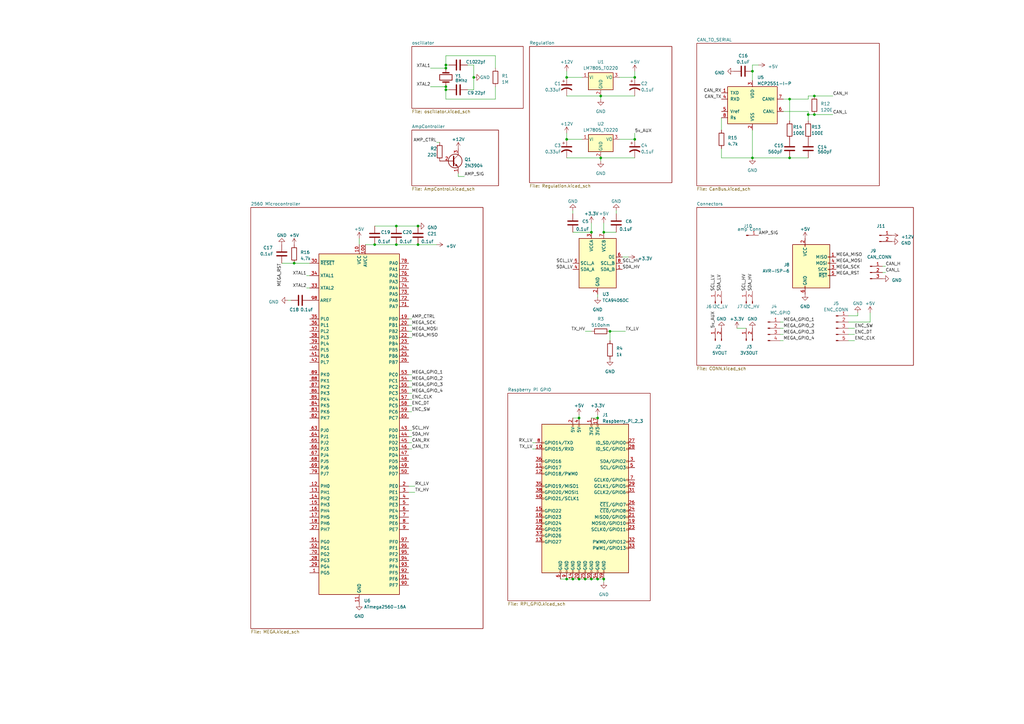
<source format=kicad_sch>
(kicad_sch (version 20230121) (generator eeschema)

  (uuid d656d8d0-3ee9-4275-9811-0e7be55c71fd)

  (paper "A3")

  (lib_symbols
    (symbol "Connector:AVR-ISP-6" (pin_names (offset 1.016)) (in_bom yes) (on_board yes)
      (property "Reference" "J" (at -6.35 11.43 0)
        (effects (font (size 1.27 1.27)) (justify left))
      )
      (property "Value" "AVR-ISP-6" (at 0 11.43 0)
        (effects (font (size 1.27 1.27)) (justify left))
      )
      (property "Footprint" "" (at -6.35 1.27 90)
        (effects (font (size 1.27 1.27)) hide)
      )
      (property "Datasheet" " ~" (at -32.385 -13.97 0)
        (effects (font (size 1.27 1.27)) hide)
      )
      (property "ki_keywords" "AVR ISP Connector" (at 0 0 0)
        (effects (font (size 1.27 1.27)) hide)
      )
      (property "ki_description" "Atmel 6-pin ISP connector" (at 0 0 0)
        (effects (font (size 1.27 1.27)) hide)
      )
      (property "ki_fp_filters" "IDC?Header*2x03* Pin?Header*2x03*" (at 0 0 0)
        (effects (font (size 1.27 1.27)) hide)
      )
      (symbol "AVR-ISP-6_0_1"
        (rectangle (start -2.667 -6.858) (end -2.413 -7.62)
          (stroke (width 0) (type default))
          (fill (type none))
        )
        (rectangle (start -2.667 10.16) (end -2.413 9.398)
          (stroke (width 0) (type default))
          (fill (type none))
        )
        (rectangle (start 7.62 -2.413) (end 6.858 -2.667)
          (stroke (width 0) (type default))
          (fill (type none))
        )
        (rectangle (start 7.62 0.127) (end 6.858 -0.127)
          (stroke (width 0) (type default))
          (fill (type none))
        )
        (rectangle (start 7.62 2.667) (end 6.858 2.413)
          (stroke (width 0) (type default))
          (fill (type none))
        )
        (rectangle (start 7.62 5.207) (end 6.858 4.953)
          (stroke (width 0) (type default))
          (fill (type none))
        )
        (rectangle (start 7.62 10.16) (end -7.62 -7.62)
          (stroke (width 0.254) (type default))
          (fill (type background))
        )
      )
      (symbol "AVR-ISP-6_1_1"
        (pin passive line (at 10.16 5.08 180) (length 2.54)
          (name "MISO" (effects (font (size 1.27 1.27))))
          (number "1" (effects (font (size 1.27 1.27))))
        )
        (pin passive line (at -2.54 12.7 270) (length 2.54)
          (name "VCC" (effects (font (size 1.27 1.27))))
          (number "2" (effects (font (size 1.27 1.27))))
        )
        (pin passive line (at 10.16 0 180) (length 2.54)
          (name "SCK" (effects (font (size 1.27 1.27))))
          (number "3" (effects (font (size 1.27 1.27))))
        )
        (pin passive line (at 10.16 2.54 180) (length 2.54)
          (name "MOSI" (effects (font (size 1.27 1.27))))
          (number "4" (effects (font (size 1.27 1.27))))
        )
        (pin passive line (at 10.16 -2.54 180) (length 2.54)
          (name "~{RST}" (effects (font (size 1.27 1.27))))
          (number "5" (effects (font (size 1.27 1.27))))
        )
        (pin passive line (at -2.54 -10.16 90) (length 2.54)
          (name "GND" (effects (font (size 1.27 1.27))))
          (number "6" (effects (font (size 1.27 1.27))))
        )
      )
    )
    (symbol "Connector:Conn_01x01_Pin" (pin_names (offset 1.016) hide) (in_bom yes) (on_board yes)
      (property "Reference" "J" (at 0 2.54 0)
        (effects (font (size 1.27 1.27)))
      )
      (property "Value" "Conn_01x01_Pin" (at 0 -2.54 0)
        (effects (font (size 1.27 1.27)))
      )
      (property "Footprint" "" (at 0 0 0)
        (effects (font (size 1.27 1.27)) hide)
      )
      (property "Datasheet" "~" (at 0 0 0)
        (effects (font (size 1.27 1.27)) hide)
      )
      (property "ki_locked" "" (at 0 0 0)
        (effects (font (size 1.27 1.27)))
      )
      (property "ki_keywords" "connector" (at 0 0 0)
        (effects (font (size 1.27 1.27)) hide)
      )
      (property "ki_description" "Generic connector, single row, 01x01, script generated" (at 0 0 0)
        (effects (font (size 1.27 1.27)) hide)
      )
      (property "ki_fp_filters" "Connector*:*_1x??_*" (at 0 0 0)
        (effects (font (size 1.27 1.27)) hide)
      )
      (symbol "Conn_01x01_Pin_1_1"
        (polyline
          (pts
            (xy 1.27 0)
            (xy 0.8636 0)
          )
          (stroke (width 0.1524) (type default))
          (fill (type none))
        )
        (rectangle (start 0.8636 0.127) (end 0 -0.127)
          (stroke (width 0.1524) (type default))
          (fill (type outline))
        )
        (pin passive line (at 5.08 0 180) (length 3.81)
          (name "Pin_1" (effects (font (size 1.27 1.27))))
          (number "1" (effects (font (size 1.27 1.27))))
        )
      )
    )
    (symbol "Connector:Conn_01x02_Pin" (pin_names (offset 1.016) hide) (in_bom yes) (on_board yes)
      (property "Reference" "J" (at 0 2.54 0)
        (effects (font (size 1.27 1.27)))
      )
      (property "Value" "Conn_01x02_Pin" (at 0 -5.08 0)
        (effects (font (size 1.27 1.27)))
      )
      (property "Footprint" "" (at 0 0 0)
        (effects (font (size 1.27 1.27)) hide)
      )
      (property "Datasheet" "~" (at 0 0 0)
        (effects (font (size 1.27 1.27)) hide)
      )
      (property "ki_locked" "" (at 0 0 0)
        (effects (font (size 1.27 1.27)))
      )
      (property "ki_keywords" "connector" (at 0 0 0)
        (effects (font (size 1.27 1.27)) hide)
      )
      (property "ki_description" "Generic connector, single row, 01x02, script generated" (at 0 0 0)
        (effects (font (size 1.27 1.27)) hide)
      )
      (property "ki_fp_filters" "Connector*:*_1x??_*" (at 0 0 0)
        (effects (font (size 1.27 1.27)) hide)
      )
      (symbol "Conn_01x02_Pin_1_1"
        (polyline
          (pts
            (xy 1.27 -2.54)
            (xy 0.8636 -2.54)
          )
          (stroke (width 0.1524) (type default))
          (fill (type none))
        )
        (polyline
          (pts
            (xy 1.27 0)
            (xy 0.8636 0)
          )
          (stroke (width 0.1524) (type default))
          (fill (type none))
        )
        (rectangle (start 0.8636 -2.413) (end 0 -2.667)
          (stroke (width 0.1524) (type default))
          (fill (type outline))
        )
        (rectangle (start 0.8636 0.127) (end 0 -0.127)
          (stroke (width 0.1524) (type default))
          (fill (type outline))
        )
        (pin passive line (at 5.08 0 180) (length 3.81)
          (name "Pin_1" (effects (font (size 1.27 1.27))))
          (number "1" (effects (font (size 1.27 1.27))))
        )
        (pin passive line (at 5.08 -2.54 180) (length 3.81)
          (name "Pin_2" (effects (font (size 1.27 1.27))))
          (number "2" (effects (font (size 1.27 1.27))))
        )
      )
    )
    (symbol "Connector:Conn_01x03_Pin" (pin_names (offset 1.016) hide) (in_bom yes) (on_board yes)
      (property "Reference" "J" (at 0 5.08 0)
        (effects (font (size 1.27 1.27)))
      )
      (property "Value" "Conn_01x03_Pin" (at 0 -5.08 0)
        (effects (font (size 1.27 1.27)))
      )
      (property "Footprint" "" (at 0 0 0)
        (effects (font (size 1.27 1.27)) hide)
      )
      (property "Datasheet" "~" (at 0 0 0)
        (effects (font (size 1.27 1.27)) hide)
      )
      (property "ki_locked" "" (at 0 0 0)
        (effects (font (size 1.27 1.27)))
      )
      (property "ki_keywords" "connector" (at 0 0 0)
        (effects (font (size 1.27 1.27)) hide)
      )
      (property "ki_description" "Generic connector, single row, 01x03, script generated" (at 0 0 0)
        (effects (font (size 1.27 1.27)) hide)
      )
      (property "ki_fp_filters" "Connector*:*_1x??_*" (at 0 0 0)
        (effects (font (size 1.27 1.27)) hide)
      )
      (symbol "Conn_01x03_Pin_1_1"
        (polyline
          (pts
            (xy 1.27 -2.54)
            (xy 0.8636 -2.54)
          )
          (stroke (width 0.1524) (type default))
          (fill (type none))
        )
        (polyline
          (pts
            (xy 1.27 0)
            (xy 0.8636 0)
          )
          (stroke (width 0.1524) (type default))
          (fill (type none))
        )
        (polyline
          (pts
            (xy 1.27 2.54)
            (xy 0.8636 2.54)
          )
          (stroke (width 0.1524) (type default))
          (fill (type none))
        )
        (rectangle (start 0.8636 -2.413) (end 0 -2.667)
          (stroke (width 0.1524) (type default))
          (fill (type outline))
        )
        (rectangle (start 0.8636 0.127) (end 0 -0.127)
          (stroke (width 0.1524) (type default))
          (fill (type outline))
        )
        (rectangle (start 0.8636 2.667) (end 0 2.413)
          (stroke (width 0.1524) (type default))
          (fill (type outline))
        )
        (pin passive line (at 5.08 2.54 180) (length 3.81)
          (name "Pin_1" (effects (font (size 1.27 1.27))))
          (number "1" (effects (font (size 1.27 1.27))))
        )
        (pin passive line (at 5.08 0 180) (length 3.81)
          (name "Pin_2" (effects (font (size 1.27 1.27))))
          (number "2" (effects (font (size 1.27 1.27))))
        )
        (pin passive line (at 5.08 -2.54 180) (length 3.81)
          (name "Pin_3" (effects (font (size 1.27 1.27))))
          (number "3" (effects (font (size 1.27 1.27))))
        )
      )
    )
    (symbol "Connector:Conn_01x04_Pin" (pin_names (offset 1.016) hide) (in_bom yes) (on_board yes)
      (property "Reference" "J" (at 0 5.08 0)
        (effects (font (size 1.27 1.27)))
      )
      (property "Value" "Conn_01x04_Pin" (at 0 -7.62 0)
        (effects (font (size 1.27 1.27)))
      )
      (property "Footprint" "" (at 0 0 0)
        (effects (font (size 1.27 1.27)) hide)
      )
      (property "Datasheet" "~" (at 0 0 0)
        (effects (font (size 1.27 1.27)) hide)
      )
      (property "ki_locked" "" (at 0 0 0)
        (effects (font (size 1.27 1.27)))
      )
      (property "ki_keywords" "connector" (at 0 0 0)
        (effects (font (size 1.27 1.27)) hide)
      )
      (property "ki_description" "Generic connector, single row, 01x04, script generated" (at 0 0 0)
        (effects (font (size 1.27 1.27)) hide)
      )
      (property "ki_fp_filters" "Connector*:*_1x??_*" (at 0 0 0)
        (effects (font (size 1.27 1.27)) hide)
      )
      (symbol "Conn_01x04_Pin_1_1"
        (polyline
          (pts
            (xy 1.27 -5.08)
            (xy 0.8636 -5.08)
          )
          (stroke (width 0.1524) (type default))
          (fill (type none))
        )
        (polyline
          (pts
            (xy 1.27 -2.54)
            (xy 0.8636 -2.54)
          )
          (stroke (width 0.1524) (type default))
          (fill (type none))
        )
        (polyline
          (pts
            (xy 1.27 0)
            (xy 0.8636 0)
          )
          (stroke (width 0.1524) (type default))
          (fill (type none))
        )
        (polyline
          (pts
            (xy 1.27 2.54)
            (xy 0.8636 2.54)
          )
          (stroke (width 0.1524) (type default))
          (fill (type none))
        )
        (rectangle (start 0.8636 -4.953) (end 0 -5.207)
          (stroke (width 0.1524) (type default))
          (fill (type outline))
        )
        (rectangle (start 0.8636 -2.413) (end 0 -2.667)
          (stroke (width 0.1524) (type default))
          (fill (type outline))
        )
        (rectangle (start 0.8636 0.127) (end 0 -0.127)
          (stroke (width 0.1524) (type default))
          (fill (type outline))
        )
        (rectangle (start 0.8636 2.667) (end 0 2.413)
          (stroke (width 0.1524) (type default))
          (fill (type outline))
        )
        (pin passive line (at 5.08 2.54 180) (length 3.81)
          (name "Pin_1" (effects (font (size 1.27 1.27))))
          (number "1" (effects (font (size 1.27 1.27))))
        )
        (pin passive line (at 5.08 0 180) (length 3.81)
          (name "Pin_2" (effects (font (size 1.27 1.27))))
          (number "2" (effects (font (size 1.27 1.27))))
        )
        (pin passive line (at 5.08 -2.54 180) (length 3.81)
          (name "Pin_3" (effects (font (size 1.27 1.27))))
          (number "3" (effects (font (size 1.27 1.27))))
        )
        (pin passive line (at 5.08 -5.08 180) (length 3.81)
          (name "Pin_4" (effects (font (size 1.27 1.27))))
          (number "4" (effects (font (size 1.27 1.27))))
        )
      )
    )
    (symbol "Connector:Conn_01x05_Pin" (pin_names (offset 1.016) hide) (in_bom yes) (on_board yes)
      (property "Reference" "J" (at 0 7.62 0)
        (effects (font (size 1.27 1.27)))
      )
      (property "Value" "Conn_01x05_Pin" (at 0 -7.62 0)
        (effects (font (size 1.27 1.27)))
      )
      (property "Footprint" "" (at 0 0 0)
        (effects (font (size 1.27 1.27)) hide)
      )
      (property "Datasheet" "~" (at 0 0 0)
        (effects (font (size 1.27 1.27)) hide)
      )
      (property "ki_locked" "" (at 0 0 0)
        (effects (font (size 1.27 1.27)))
      )
      (property "ki_keywords" "connector" (at 0 0 0)
        (effects (font (size 1.27 1.27)) hide)
      )
      (property "ki_description" "Generic connector, single row, 01x05, script generated" (at 0 0 0)
        (effects (font (size 1.27 1.27)) hide)
      )
      (property "ki_fp_filters" "Connector*:*_1x??_*" (at 0 0 0)
        (effects (font (size 1.27 1.27)) hide)
      )
      (symbol "Conn_01x05_Pin_1_1"
        (polyline
          (pts
            (xy 1.27 -5.08)
            (xy 0.8636 -5.08)
          )
          (stroke (width 0.1524) (type default))
          (fill (type none))
        )
        (polyline
          (pts
            (xy 1.27 -2.54)
            (xy 0.8636 -2.54)
          )
          (stroke (width 0.1524) (type default))
          (fill (type none))
        )
        (polyline
          (pts
            (xy 1.27 0)
            (xy 0.8636 0)
          )
          (stroke (width 0.1524) (type default))
          (fill (type none))
        )
        (polyline
          (pts
            (xy 1.27 2.54)
            (xy 0.8636 2.54)
          )
          (stroke (width 0.1524) (type default))
          (fill (type none))
        )
        (polyline
          (pts
            (xy 1.27 5.08)
            (xy 0.8636 5.08)
          )
          (stroke (width 0.1524) (type default))
          (fill (type none))
        )
        (rectangle (start 0.8636 -4.953) (end 0 -5.207)
          (stroke (width 0.1524) (type default))
          (fill (type outline))
        )
        (rectangle (start 0.8636 -2.413) (end 0 -2.667)
          (stroke (width 0.1524) (type default))
          (fill (type outline))
        )
        (rectangle (start 0.8636 0.127) (end 0 -0.127)
          (stroke (width 0.1524) (type default))
          (fill (type outline))
        )
        (rectangle (start 0.8636 2.667) (end 0 2.413)
          (stroke (width 0.1524) (type default))
          (fill (type outline))
        )
        (rectangle (start 0.8636 5.207) (end 0 4.953)
          (stroke (width 0.1524) (type default))
          (fill (type outline))
        )
        (pin passive line (at 5.08 5.08 180) (length 3.81)
          (name "Pin_1" (effects (font (size 1.27 1.27))))
          (number "1" (effects (font (size 1.27 1.27))))
        )
        (pin passive line (at 5.08 2.54 180) (length 3.81)
          (name "Pin_2" (effects (font (size 1.27 1.27))))
          (number "2" (effects (font (size 1.27 1.27))))
        )
        (pin passive line (at 5.08 0 180) (length 3.81)
          (name "Pin_3" (effects (font (size 1.27 1.27))))
          (number "3" (effects (font (size 1.27 1.27))))
        )
        (pin passive line (at 5.08 -2.54 180) (length 3.81)
          (name "Pin_4" (effects (font (size 1.27 1.27))))
          (number "4" (effects (font (size 1.27 1.27))))
        )
        (pin passive line (at 5.08 -5.08 180) (length 3.81)
          (name "Pin_5" (effects (font (size 1.27 1.27))))
          (number "5" (effects (font (size 1.27 1.27))))
        )
      )
    )
    (symbol "Connector:Raspberry_Pi_2_3" (pin_names (offset 1.016)) (in_bom yes) (on_board yes)
      (property "Reference" "J" (at -17.78 31.75 0)
        (effects (font (size 1.27 1.27)) (justify left bottom))
      )
      (property "Value" "Raspberry_Pi_2_3" (at 10.16 -31.75 0)
        (effects (font (size 1.27 1.27)) (justify left top))
      )
      (property "Footprint" "" (at 0 0 0)
        (effects (font (size 1.27 1.27)) hide)
      )
      (property "Datasheet" "https://www.raspberrypi.org/documentation/hardware/raspberrypi/schematics/rpi_SCH_3bplus_1p0_reduced.pdf" (at 0 0 0)
        (effects (font (size 1.27 1.27)) hide)
      )
      (property "ki_keywords" "raspberrypi gpio" (at 0 0 0)
        (effects (font (size 1.27 1.27)) hide)
      )
      (property "ki_description" "expansion header for Raspberry Pi 2 & 3" (at 0 0 0)
        (effects (font (size 1.27 1.27)) hide)
      )
      (property "ki_fp_filters" "PinHeader*2x20*P2.54mm*Vertical* PinSocket*2x20*P2.54mm*Vertical*" (at 0 0 0)
        (effects (font (size 1.27 1.27)) hide)
      )
      (symbol "Raspberry_Pi_2_3_0_1"
        (rectangle (start -17.78 30.48) (end 17.78 -30.48)
          (stroke (width 0.254) (type default))
          (fill (type background))
        )
      )
      (symbol "Raspberry_Pi_2_3_1_1"
        (rectangle (start -16.891 -17.526) (end -17.78 -18.034)
          (stroke (width 0) (type default))
          (fill (type none))
        )
        (rectangle (start -16.891 -14.986) (end -17.78 -15.494)
          (stroke (width 0) (type default))
          (fill (type none))
        )
        (rectangle (start -16.891 -12.446) (end -17.78 -12.954)
          (stroke (width 0) (type default))
          (fill (type none))
        )
        (rectangle (start -16.891 -9.906) (end -17.78 -10.414)
          (stroke (width 0) (type default))
          (fill (type none))
        )
        (rectangle (start -16.891 -7.366) (end -17.78 -7.874)
          (stroke (width 0) (type default))
          (fill (type none))
        )
        (rectangle (start -16.891 -4.826) (end -17.78 -5.334)
          (stroke (width 0) (type default))
          (fill (type none))
        )
        (rectangle (start -16.891 0.254) (end -17.78 -0.254)
          (stroke (width 0) (type default))
          (fill (type none))
        )
        (rectangle (start -16.891 2.794) (end -17.78 2.286)
          (stroke (width 0) (type default))
          (fill (type none))
        )
        (rectangle (start -16.891 5.334) (end -17.78 4.826)
          (stroke (width 0) (type default))
          (fill (type none))
        )
        (rectangle (start -16.891 10.414) (end -17.78 9.906)
          (stroke (width 0) (type default))
          (fill (type none))
        )
        (rectangle (start -16.891 12.954) (end -17.78 12.446)
          (stroke (width 0) (type default))
          (fill (type none))
        )
        (rectangle (start -16.891 15.494) (end -17.78 14.986)
          (stroke (width 0) (type default))
          (fill (type none))
        )
        (rectangle (start -16.891 20.574) (end -17.78 20.066)
          (stroke (width 0) (type default))
          (fill (type none))
        )
        (rectangle (start -16.891 23.114) (end -17.78 22.606)
          (stroke (width 0) (type default))
          (fill (type none))
        )
        (rectangle (start -10.414 -29.591) (end -9.906 -30.48)
          (stroke (width 0) (type default))
          (fill (type none))
        )
        (rectangle (start -7.874 -29.591) (end -7.366 -30.48)
          (stroke (width 0) (type default))
          (fill (type none))
        )
        (rectangle (start -5.334 -29.591) (end -4.826 -30.48)
          (stroke (width 0) (type default))
          (fill (type none))
        )
        (rectangle (start -5.334 30.48) (end -4.826 29.591)
          (stroke (width 0) (type default))
          (fill (type none))
        )
        (rectangle (start -2.794 -29.591) (end -2.286 -30.48)
          (stroke (width 0) (type default))
          (fill (type none))
        )
        (rectangle (start -2.794 30.48) (end -2.286 29.591)
          (stroke (width 0) (type default))
          (fill (type none))
        )
        (rectangle (start -0.254 -29.591) (end 0.254 -30.48)
          (stroke (width 0) (type default))
          (fill (type none))
        )
        (rectangle (start 2.286 -29.591) (end 2.794 -30.48)
          (stroke (width 0) (type default))
          (fill (type none))
        )
        (rectangle (start 2.286 30.48) (end 2.794 29.591)
          (stroke (width 0) (type default))
          (fill (type none))
        )
        (rectangle (start 4.826 -29.591) (end 5.334 -30.48)
          (stroke (width 0) (type default))
          (fill (type none))
        )
        (rectangle (start 4.826 30.48) (end 5.334 29.591)
          (stroke (width 0) (type default))
          (fill (type none))
        )
        (rectangle (start 7.366 -29.591) (end 7.874 -30.48)
          (stroke (width 0) (type default))
          (fill (type none))
        )
        (rectangle (start 17.78 -20.066) (end 16.891 -20.574)
          (stroke (width 0) (type default))
          (fill (type none))
        )
        (rectangle (start 17.78 -17.526) (end 16.891 -18.034)
          (stroke (width 0) (type default))
          (fill (type none))
        )
        (rectangle (start 17.78 -12.446) (end 16.891 -12.954)
          (stroke (width 0) (type default))
          (fill (type none))
        )
        (rectangle (start 17.78 -9.906) (end 16.891 -10.414)
          (stroke (width 0) (type default))
          (fill (type none))
        )
        (rectangle (start 17.78 -7.366) (end 16.891 -7.874)
          (stroke (width 0) (type default))
          (fill (type none))
        )
        (rectangle (start 17.78 -4.826) (end 16.891 -5.334)
          (stroke (width 0) (type default))
          (fill (type none))
        )
        (rectangle (start 17.78 -2.286) (end 16.891 -2.794)
          (stroke (width 0) (type default))
          (fill (type none))
        )
        (rectangle (start 17.78 2.794) (end 16.891 2.286)
          (stroke (width 0) (type default))
          (fill (type none))
        )
        (rectangle (start 17.78 5.334) (end 16.891 4.826)
          (stroke (width 0) (type default))
          (fill (type none))
        )
        (rectangle (start 17.78 7.874) (end 16.891 7.366)
          (stroke (width 0) (type default))
          (fill (type none))
        )
        (rectangle (start 17.78 12.954) (end 16.891 12.446)
          (stroke (width 0) (type default))
          (fill (type none))
        )
        (rectangle (start 17.78 15.494) (end 16.891 14.986)
          (stroke (width 0) (type default))
          (fill (type none))
        )
        (rectangle (start 17.78 20.574) (end 16.891 20.066)
          (stroke (width 0) (type default))
          (fill (type none))
        )
        (rectangle (start 17.78 23.114) (end 16.891 22.606)
          (stroke (width 0) (type default))
          (fill (type none))
        )
        (pin power_in line (at 2.54 33.02 270) (length 2.54)
          (name "3V3" (effects (font (size 1.27 1.27))))
          (number "1" (effects (font (size 1.27 1.27))))
        )
        (pin bidirectional line (at -20.32 20.32 0) (length 2.54)
          (name "GPIO15/RXD" (effects (font (size 1.27 1.27))))
          (number "10" (effects (font (size 1.27 1.27))))
        )
        (pin bidirectional line (at -20.32 12.7 0) (length 2.54)
          (name "GPIO17" (effects (font (size 1.27 1.27))))
          (number "11" (effects (font (size 1.27 1.27))))
        )
        (pin bidirectional line (at -20.32 10.16 0) (length 2.54)
          (name "GPIO18/PWM0" (effects (font (size 1.27 1.27))))
          (number "12" (effects (font (size 1.27 1.27))))
        )
        (pin bidirectional line (at -20.32 -17.78 0) (length 2.54)
          (name "GPIO27" (effects (font (size 1.27 1.27))))
          (number "13" (effects (font (size 1.27 1.27))))
        )
        (pin power_in line (at -5.08 -33.02 90) (length 2.54)
          (name "GND" (effects (font (size 1.27 1.27))))
          (number "14" (effects (font (size 1.27 1.27))))
        )
        (pin bidirectional line (at -20.32 -5.08 0) (length 2.54)
          (name "GPIO22" (effects (font (size 1.27 1.27))))
          (number "15" (effects (font (size 1.27 1.27))))
        )
        (pin bidirectional line (at -20.32 -7.62 0) (length 2.54)
          (name "GPIO23" (effects (font (size 1.27 1.27))))
          (number "16" (effects (font (size 1.27 1.27))))
        )
        (pin power_in line (at 5.08 33.02 270) (length 2.54)
          (name "3V3" (effects (font (size 1.27 1.27))))
          (number "17" (effects (font (size 1.27 1.27))))
        )
        (pin bidirectional line (at -20.32 -10.16 0) (length 2.54)
          (name "GPIO24" (effects (font (size 1.27 1.27))))
          (number "18" (effects (font (size 1.27 1.27))))
        )
        (pin bidirectional line (at 20.32 -10.16 180) (length 2.54)
          (name "MOSI0/GPIO10" (effects (font (size 1.27 1.27))))
          (number "19" (effects (font (size 1.27 1.27))))
        )
        (pin power_in line (at -5.08 33.02 270) (length 2.54)
          (name "5V" (effects (font (size 1.27 1.27))))
          (number "2" (effects (font (size 1.27 1.27))))
        )
        (pin power_in line (at -2.54 -33.02 90) (length 2.54)
          (name "GND" (effects (font (size 1.27 1.27))))
          (number "20" (effects (font (size 1.27 1.27))))
        )
        (pin bidirectional line (at 20.32 -7.62 180) (length 2.54)
          (name "MISO0/GPIO9" (effects (font (size 1.27 1.27))))
          (number "21" (effects (font (size 1.27 1.27))))
        )
        (pin bidirectional line (at -20.32 -12.7 0) (length 2.54)
          (name "GPIO25" (effects (font (size 1.27 1.27))))
          (number "22" (effects (font (size 1.27 1.27))))
        )
        (pin bidirectional line (at 20.32 -12.7 180) (length 2.54)
          (name "SCLK0/GPIO11" (effects (font (size 1.27 1.27))))
          (number "23" (effects (font (size 1.27 1.27))))
        )
        (pin bidirectional line (at 20.32 -5.08 180) (length 2.54)
          (name "~{CE0}/GPIO8" (effects (font (size 1.27 1.27))))
          (number "24" (effects (font (size 1.27 1.27))))
        )
        (pin power_in line (at 0 -33.02 90) (length 2.54)
          (name "GND" (effects (font (size 1.27 1.27))))
          (number "25" (effects (font (size 1.27 1.27))))
        )
        (pin bidirectional line (at 20.32 -2.54 180) (length 2.54)
          (name "~{CE1}/GPIO7" (effects (font (size 1.27 1.27))))
          (number "26" (effects (font (size 1.27 1.27))))
        )
        (pin bidirectional line (at 20.32 22.86 180) (length 2.54)
          (name "ID_SD/GPIO0" (effects (font (size 1.27 1.27))))
          (number "27" (effects (font (size 1.27 1.27))))
        )
        (pin bidirectional line (at 20.32 20.32 180) (length 2.54)
          (name "ID_SC/GPIO1" (effects (font (size 1.27 1.27))))
          (number "28" (effects (font (size 1.27 1.27))))
        )
        (pin bidirectional line (at 20.32 5.08 180) (length 2.54)
          (name "GCLK1/GPIO5" (effects (font (size 1.27 1.27))))
          (number "29" (effects (font (size 1.27 1.27))))
        )
        (pin bidirectional line (at 20.32 15.24 180) (length 2.54)
          (name "SDA/GPIO2" (effects (font (size 1.27 1.27))))
          (number "3" (effects (font (size 1.27 1.27))))
        )
        (pin power_in line (at 2.54 -33.02 90) (length 2.54)
          (name "GND" (effects (font (size 1.27 1.27))))
          (number "30" (effects (font (size 1.27 1.27))))
        )
        (pin bidirectional line (at 20.32 2.54 180) (length 2.54)
          (name "GCLK2/GPIO6" (effects (font (size 1.27 1.27))))
          (number "31" (effects (font (size 1.27 1.27))))
        )
        (pin bidirectional line (at 20.32 -17.78 180) (length 2.54)
          (name "PWM0/GPIO12" (effects (font (size 1.27 1.27))))
          (number "32" (effects (font (size 1.27 1.27))))
        )
        (pin bidirectional line (at 20.32 -20.32 180) (length 2.54)
          (name "PWM1/GPIO13" (effects (font (size 1.27 1.27))))
          (number "33" (effects (font (size 1.27 1.27))))
        )
        (pin power_in line (at 5.08 -33.02 90) (length 2.54)
          (name "GND" (effects (font (size 1.27 1.27))))
          (number "34" (effects (font (size 1.27 1.27))))
        )
        (pin bidirectional line (at -20.32 5.08 0) (length 2.54)
          (name "GPIO19/MISO1" (effects (font (size 1.27 1.27))))
          (number "35" (effects (font (size 1.27 1.27))))
        )
        (pin bidirectional line (at -20.32 15.24 0) (length 2.54)
          (name "GPIO16" (effects (font (size 1.27 1.27))))
          (number "36" (effects (font (size 1.27 1.27))))
        )
        (pin bidirectional line (at -20.32 -15.24 0) (length 2.54)
          (name "GPIO26" (effects (font (size 1.27 1.27))))
          (number "37" (effects (font (size 1.27 1.27))))
        )
        (pin bidirectional line (at -20.32 2.54 0) (length 2.54)
          (name "GPIO20/MOSI1" (effects (font (size 1.27 1.27))))
          (number "38" (effects (font (size 1.27 1.27))))
        )
        (pin power_in line (at 7.62 -33.02 90) (length 2.54)
          (name "GND" (effects (font (size 1.27 1.27))))
          (number "39" (effects (font (size 1.27 1.27))))
        )
        (pin power_in line (at -2.54 33.02 270) (length 2.54)
          (name "5V" (effects (font (size 1.27 1.27))))
          (number "4" (effects (font (size 1.27 1.27))))
        )
        (pin bidirectional line (at -20.32 0 0) (length 2.54)
          (name "GPIO21/SCLK1" (effects (font (size 1.27 1.27))))
          (number "40" (effects (font (size 1.27 1.27))))
        )
        (pin bidirectional line (at 20.32 12.7 180) (length 2.54)
          (name "SCL/GPIO3" (effects (font (size 1.27 1.27))))
          (number "5" (effects (font (size 1.27 1.27))))
        )
        (pin power_in line (at -10.16 -33.02 90) (length 2.54)
          (name "GND" (effects (font (size 1.27 1.27))))
          (number "6" (effects (font (size 1.27 1.27))))
        )
        (pin bidirectional line (at 20.32 7.62 180) (length 2.54)
          (name "GCLK0/GPIO4" (effects (font (size 1.27 1.27))))
          (number "7" (effects (font (size 1.27 1.27))))
        )
        (pin bidirectional line (at -20.32 22.86 0) (length 2.54)
          (name "GPIO14/TXD" (effects (font (size 1.27 1.27))))
          (number "8" (effects (font (size 1.27 1.27))))
        )
        (pin power_in line (at -7.62 -33.02 90) (length 2.54)
          (name "GND" (effects (font (size 1.27 1.27))))
          (number "9" (effects (font (size 1.27 1.27))))
        )
      )
    )
    (symbol "Device:C" (pin_numbers hide) (pin_names (offset 0.254)) (in_bom yes) (on_board yes)
      (property "Reference" "C" (at 0.635 2.54 0)
        (effects (font (size 1.27 1.27)) (justify left))
      )
      (property "Value" "C" (at 0.635 -2.54 0)
        (effects (font (size 1.27 1.27)) (justify left))
      )
      (property "Footprint" "" (at 0.9652 -3.81 0)
        (effects (font (size 1.27 1.27)) hide)
      )
      (property "Datasheet" "~" (at 0 0 0)
        (effects (font (size 1.27 1.27)) hide)
      )
      (property "ki_keywords" "cap capacitor" (at 0 0 0)
        (effects (font (size 1.27 1.27)) hide)
      )
      (property "ki_description" "Unpolarized capacitor" (at 0 0 0)
        (effects (font (size 1.27 1.27)) hide)
      )
      (property "ki_fp_filters" "C_*" (at 0 0 0)
        (effects (font (size 1.27 1.27)) hide)
      )
      (symbol "C_0_1"
        (polyline
          (pts
            (xy -2.032 -0.762)
            (xy 2.032 -0.762)
          )
          (stroke (width 0.508) (type default))
          (fill (type none))
        )
        (polyline
          (pts
            (xy -2.032 0.762)
            (xy 2.032 0.762)
          )
          (stroke (width 0.508) (type default))
          (fill (type none))
        )
      )
      (symbol "C_1_1"
        (pin passive line (at 0 3.81 270) (length 2.794)
          (name "~" (effects (font (size 1.27 1.27))))
          (number "1" (effects (font (size 1.27 1.27))))
        )
        (pin passive line (at 0 -3.81 90) (length 2.794)
          (name "~" (effects (font (size 1.27 1.27))))
          (number "2" (effects (font (size 1.27 1.27))))
        )
      )
    )
    (symbol "Device:C_Polarized_US" (pin_numbers hide) (pin_names (offset 0.254) hide) (in_bom yes) (on_board yes)
      (property "Reference" "C" (at 0.635 2.54 0)
        (effects (font (size 1.27 1.27)) (justify left))
      )
      (property "Value" "C_Polarized_US" (at 0.635 -2.54 0)
        (effects (font (size 1.27 1.27)) (justify left))
      )
      (property "Footprint" "" (at 0 0 0)
        (effects (font (size 1.27 1.27)) hide)
      )
      (property "Datasheet" "~" (at 0 0 0)
        (effects (font (size 1.27 1.27)) hide)
      )
      (property "ki_keywords" "cap capacitor" (at 0 0 0)
        (effects (font (size 1.27 1.27)) hide)
      )
      (property "ki_description" "Polarized capacitor, US symbol" (at 0 0 0)
        (effects (font (size 1.27 1.27)) hide)
      )
      (property "ki_fp_filters" "CP_*" (at 0 0 0)
        (effects (font (size 1.27 1.27)) hide)
      )
      (symbol "C_Polarized_US_0_1"
        (polyline
          (pts
            (xy -2.032 0.762)
            (xy 2.032 0.762)
          )
          (stroke (width 0.508) (type default))
          (fill (type none))
        )
        (polyline
          (pts
            (xy -1.778 2.286)
            (xy -0.762 2.286)
          )
          (stroke (width 0) (type default))
          (fill (type none))
        )
        (polyline
          (pts
            (xy -1.27 1.778)
            (xy -1.27 2.794)
          )
          (stroke (width 0) (type default))
          (fill (type none))
        )
        (arc (start 2.032 -1.27) (mid 0 -0.5572) (end -2.032 -1.27)
          (stroke (width 0.508) (type default))
          (fill (type none))
        )
      )
      (symbol "C_Polarized_US_1_1"
        (pin passive line (at 0 3.81 270) (length 2.794)
          (name "~" (effects (font (size 1.27 1.27))))
          (number "1" (effects (font (size 1.27 1.27))))
        )
        (pin passive line (at 0 -3.81 90) (length 3.302)
          (name "~" (effects (font (size 1.27 1.27))))
          (number "2" (effects (font (size 1.27 1.27))))
        )
      )
    )
    (symbol "Device:Crystal" (pin_numbers hide) (pin_names (offset 1.016) hide) (in_bom yes) (on_board yes)
      (property "Reference" "Y" (at 0 3.81 0)
        (effects (font (size 1.27 1.27)))
      )
      (property "Value" "Crystal" (at 0 -3.81 0)
        (effects (font (size 1.27 1.27)))
      )
      (property "Footprint" "" (at 0 0 0)
        (effects (font (size 1.27 1.27)) hide)
      )
      (property "Datasheet" "~" (at 0 0 0)
        (effects (font (size 1.27 1.27)) hide)
      )
      (property "ki_keywords" "quartz ceramic resonator oscillator" (at 0 0 0)
        (effects (font (size 1.27 1.27)) hide)
      )
      (property "ki_description" "Two pin crystal" (at 0 0 0)
        (effects (font (size 1.27 1.27)) hide)
      )
      (property "ki_fp_filters" "Crystal*" (at 0 0 0)
        (effects (font (size 1.27 1.27)) hide)
      )
      (symbol "Crystal_0_1"
        (rectangle (start -1.143 2.54) (end 1.143 -2.54)
          (stroke (width 0.3048) (type default))
          (fill (type none))
        )
        (polyline
          (pts
            (xy -2.54 0)
            (xy -1.905 0)
          )
          (stroke (width 0) (type default))
          (fill (type none))
        )
        (polyline
          (pts
            (xy -1.905 -1.27)
            (xy -1.905 1.27)
          )
          (stroke (width 0.508) (type default))
          (fill (type none))
        )
        (polyline
          (pts
            (xy 1.905 -1.27)
            (xy 1.905 1.27)
          )
          (stroke (width 0.508) (type default))
          (fill (type none))
        )
        (polyline
          (pts
            (xy 2.54 0)
            (xy 1.905 0)
          )
          (stroke (width 0) (type default))
          (fill (type none))
        )
      )
      (symbol "Crystal_1_1"
        (pin passive line (at -3.81 0 0) (length 1.27)
          (name "1" (effects (font (size 1.27 1.27))))
          (number "1" (effects (font (size 1.27 1.27))))
        )
        (pin passive line (at 3.81 0 180) (length 1.27)
          (name "2" (effects (font (size 1.27 1.27))))
          (number "2" (effects (font (size 1.27 1.27))))
        )
      )
    )
    (symbol "Device:R" (pin_numbers hide) (pin_names (offset 0)) (in_bom yes) (on_board yes)
      (property "Reference" "R" (at 2.032 0 90)
        (effects (font (size 1.27 1.27)))
      )
      (property "Value" "R" (at 0 0 90)
        (effects (font (size 1.27 1.27)))
      )
      (property "Footprint" "" (at -1.778 0 90)
        (effects (font (size 1.27 1.27)) hide)
      )
      (property "Datasheet" "~" (at 0 0 0)
        (effects (font (size 1.27 1.27)) hide)
      )
      (property "ki_keywords" "R res resistor" (at 0 0 0)
        (effects (font (size 1.27 1.27)) hide)
      )
      (property "ki_description" "Resistor" (at 0 0 0)
        (effects (font (size 1.27 1.27)) hide)
      )
      (property "ki_fp_filters" "R_*" (at 0 0 0)
        (effects (font (size 1.27 1.27)) hide)
      )
      (symbol "R_0_1"
        (rectangle (start -1.016 -2.54) (end 1.016 2.54)
          (stroke (width 0.254) (type default))
          (fill (type none))
        )
      )
      (symbol "R_1_1"
        (pin passive line (at 0 3.81 270) (length 1.27)
          (name "~" (effects (font (size 1.27 1.27))))
          (number "1" (effects (font (size 1.27 1.27))))
        )
        (pin passive line (at 0 -3.81 90) (length 1.27)
          (name "~" (effects (font (size 1.27 1.27))))
          (number "2" (effects (font (size 1.27 1.27))))
        )
      )
    )
    (symbol "Interface:TCA9406DC" (in_bom yes) (on_board yes)
      (property "Reference" "U" (at -7.62 11.43 0)
        (effects (font (size 1.27 1.27)) (justify left))
      )
      (property "Value" "TCA9406DC" (at 5.08 11.43 0)
        (effects (font (size 1.27 1.27)) (justify left))
      )
      (property "Footprint" "" (at -10.16 8.89 0)
        (effects (font (size 1.27 1.27)) hide)
      )
      (property "Datasheet" "www.ti.com/lit/ds/symlink/tca9406.pdf" (at -7.62 11.43 0)
        (effects (font (size 1.27 1.27)) hide)
      )
      (property "ki_keywords" "Bidirectional 1-MHz I2C SMBus Voltage-Level Translator 8kV HBM ESD" (at 0 0 0)
        (effects (font (size 1.27 1.27)) hide)
      )
      (property "ki_description" "2-Bit Bidirectional 1-MHz, I2C Bus and SMBus Voltage-Level Translator With 8-kV HBM ESD" (at 0 0 0)
        (effects (font (size 1.27 1.27)) hide)
      )
      (property "ki_fp_filters" "SSOP*2.95x2.8mm*P0.65mm* VSSOP*2.3x2mm*P0.5mm*" (at 0 0 0)
        (effects (font (size 1.27 1.27)) hide)
      )
      (symbol "TCA9406DC_0_1"
        (rectangle (start -7.62 10.16) (end 7.62 -10.16)
          (stroke (width 0.254) (type default))
          (fill (type background))
        )
      )
      (symbol "TCA9406DC_1_1"
        (pin bidirectional line (at 10.16 -2.54 180) (length 2.54)
          (name "SDA_B" (effects (font (size 1.27 1.27))))
          (number "1" (effects (font (size 1.27 1.27))))
        )
        (pin power_in line (at 0 -12.7 90) (length 2.54)
          (name "GND" (effects (font (size 1.27 1.27))))
          (number "2" (effects (font (size 1.27 1.27))))
        )
        (pin power_in line (at -2.54 12.7 270) (length 2.54)
          (name "VCCA" (effects (font (size 1.27 1.27))))
          (number "3" (effects (font (size 1.27 1.27))))
        )
        (pin bidirectional line (at -10.16 -2.54 0) (length 2.54)
          (name "SDA_A" (effects (font (size 1.27 1.27))))
          (number "4" (effects (font (size 1.27 1.27))))
        )
        (pin bidirectional line (at -10.16 0 0) (length 2.54)
          (name "SCL_A" (effects (font (size 1.27 1.27))))
          (number "5" (effects (font (size 1.27 1.27))))
        )
        (pin input line (at 10.16 2.54 180) (length 2.54)
          (name "OE" (effects (font (size 1.27 1.27))))
          (number "6" (effects (font (size 1.27 1.27))))
        )
        (pin power_in line (at 2.54 12.7 270) (length 2.54)
          (name "VCCB" (effects (font (size 1.27 1.27))))
          (number "7" (effects (font (size 1.27 1.27))))
        )
        (pin bidirectional line (at 10.16 0 180) (length 2.54)
          (name "SCL_B" (effects (font (size 1.27 1.27))))
          (number "8" (effects (font (size 1.27 1.27))))
        )
      )
    )
    (symbol "Interface_CAN_LIN:MCP2551-I-P" (pin_names (offset 1.016)) (in_bom yes) (on_board yes)
      (property "Reference" "U" (at -10.16 8.89 0)
        (effects (font (size 1.27 1.27)) (justify left))
      )
      (property "Value" "MCP2551-I-P" (at 2.54 8.89 0)
        (effects (font (size 1.27 1.27)) (justify left))
      )
      (property "Footprint" "Package_DIP:DIP-8_W7.62mm" (at 0 -12.7 0)
        (effects (font (size 1.27 1.27) italic) hide)
      )
      (property "Datasheet" "http://ww1.microchip.com/downloads/en/devicedoc/21667d.pdf" (at 0 0 0)
        (effects (font (size 1.27 1.27)) hide)
      )
      (property "ki_keywords" "High-Speed CAN Transceiver" (at 0 0 0)
        (effects (font (size 1.27 1.27)) hide)
      )
      (property "ki_description" "High-Speed CAN Transceiver, 1Mbps, 5V supply, DIP-8" (at 0 0 0)
        (effects (font (size 1.27 1.27)) hide)
      )
      (property "ki_fp_filters" "DIP*W7.62mm*" (at 0 0 0)
        (effects (font (size 1.27 1.27)) hide)
      )
      (symbol "MCP2551-I-P_0_1"
        (rectangle (start -10.16 7.62) (end 10.16 -7.62)
          (stroke (width 0.254) (type default))
          (fill (type background))
        )
      )
      (symbol "MCP2551-I-P_1_1"
        (pin input line (at -12.7 5.08 0) (length 2.54)
          (name "TXD" (effects (font (size 1.27 1.27))))
          (number "1" (effects (font (size 1.27 1.27))))
        )
        (pin power_in line (at 0 -10.16 90) (length 2.54)
          (name "VSS" (effects (font (size 1.27 1.27))))
          (number "2" (effects (font (size 1.27 1.27))))
        )
        (pin power_in line (at 0 10.16 270) (length 2.54)
          (name "VDD" (effects (font (size 1.27 1.27))))
          (number "3" (effects (font (size 1.27 1.27))))
        )
        (pin output line (at -12.7 2.54 0) (length 2.54)
          (name "RXD" (effects (font (size 1.27 1.27))))
          (number "4" (effects (font (size 1.27 1.27))))
        )
        (pin power_out line (at -12.7 -2.54 0) (length 2.54)
          (name "Vref" (effects (font (size 1.27 1.27))))
          (number "5" (effects (font (size 1.27 1.27))))
        )
        (pin bidirectional line (at 12.7 -2.54 180) (length 2.54)
          (name "CANL" (effects (font (size 1.27 1.27))))
          (number "6" (effects (font (size 1.27 1.27))))
        )
        (pin bidirectional line (at 12.7 2.54 180) (length 2.54)
          (name "CANH" (effects (font (size 1.27 1.27))))
          (number "7" (effects (font (size 1.27 1.27))))
        )
        (pin input line (at -12.7 -5.08 0) (length 2.54)
          (name "Rs" (effects (font (size 1.27 1.27))))
          (number "8" (effects (font (size 1.27 1.27))))
        )
      )
    )
    (symbol "MCU_Microchip_ATmega:ATmega2560-16A" (in_bom yes) (on_board yes)
      (property "Reference" "U" (at 0 1.27 0)
        (effects (font (size 1.27 1.27)) (justify bottom))
      )
      (property "Value" "ATmega2560-16A" (at 0 -1.27 0)
        (effects (font (size 1.27 1.27)) (justify top))
      )
      (property "Footprint" "Package_QFP:TQFP-100_14x14mm_P0.5mm" (at 0 0 0)
        (effects (font (size 1.27 1.27) italic) hide)
      )
      (property "Datasheet" "http://ww1.microchip.com/downloads/en/DeviceDoc/Atmel-2549-8-bit-AVR-Microcontroller-ATmega640-1280-1281-2560-2561_datasheet.pdf" (at 0 0 0)
        (effects (font (size 1.27 1.27)) hide)
      )
      (property "ki_keywords" "AVR 8bit Microcontroller MegaAVR" (at 0 0 0)
        (effects (font (size 1.27 1.27)) hide)
      )
      (property "ki_description" "16MHz, 256kB Flash, 8kB SRAM, 4kB EEPROM, JTAG, TQFP-100" (at 0 0 0)
        (effects (font (size 1.27 1.27)) hide)
      )
      (property "ki_fp_filters" "TQFP*14x14mm*P0.5mm*" (at 0 0 0)
        (effects (font (size 1.27 1.27)) hide)
      )
      (symbol "ATmega2560-16A_0_1"
        (rectangle (start -16.51 -69.85) (end 16.51 69.85)
          (stroke (width 0.254) (type default))
          (fill (type background))
        )
      )
      (symbol "ATmega2560-16A_1_1"
        (pin bidirectional line (at -20.32 -60.96 0) (length 3.81)
          (name "PG5" (effects (font (size 1.27 1.27))))
          (number "1" (effects (font (size 1.27 1.27))))
        )
        (pin power_in line (at 0 73.66 270) (length 3.81)
          (name "VCC" (effects (font (size 1.27 1.27))))
          (number "10" (effects (font (size 1.27 1.27))))
        )
        (pin power_in line (at 2.54 73.66 270) (length 3.81)
          (name "AVCC" (effects (font (size 1.27 1.27))))
          (number "100" (effects (font (size 1.27 1.27))))
        )
        (pin power_in line (at 0 -73.66 90) (length 3.81)
          (name "GND" (effects (font (size 1.27 1.27))))
          (number "11" (effects (font (size 1.27 1.27))))
        )
        (pin bidirectional line (at -20.32 -25.4 0) (length 3.81)
          (name "PH0" (effects (font (size 1.27 1.27))))
          (number "12" (effects (font (size 1.27 1.27))))
        )
        (pin bidirectional line (at -20.32 -27.94 0) (length 3.81)
          (name "PH1" (effects (font (size 1.27 1.27))))
          (number "13" (effects (font (size 1.27 1.27))))
        )
        (pin bidirectional line (at -20.32 -30.48 0) (length 3.81)
          (name "PH2" (effects (font (size 1.27 1.27))))
          (number "14" (effects (font (size 1.27 1.27))))
        )
        (pin bidirectional line (at -20.32 -33.02 0) (length 3.81)
          (name "PH3" (effects (font (size 1.27 1.27))))
          (number "15" (effects (font (size 1.27 1.27))))
        )
        (pin bidirectional line (at -20.32 -35.56 0) (length 3.81)
          (name "PH4" (effects (font (size 1.27 1.27))))
          (number "16" (effects (font (size 1.27 1.27))))
        )
        (pin bidirectional line (at -20.32 -38.1 0) (length 3.81)
          (name "PH5" (effects (font (size 1.27 1.27))))
          (number "17" (effects (font (size 1.27 1.27))))
        )
        (pin bidirectional line (at -20.32 -40.64 0) (length 3.81)
          (name "PH6" (effects (font (size 1.27 1.27))))
          (number "18" (effects (font (size 1.27 1.27))))
        )
        (pin bidirectional line (at 20.32 43.18 180) (length 3.81)
          (name "PB0" (effects (font (size 1.27 1.27))))
          (number "19" (effects (font (size 1.27 1.27))))
        )
        (pin bidirectional line (at 20.32 -25.4 180) (length 3.81)
          (name "PE0" (effects (font (size 1.27 1.27))))
          (number "2" (effects (font (size 1.27 1.27))))
        )
        (pin bidirectional line (at 20.32 40.64 180) (length 3.81)
          (name "PB1" (effects (font (size 1.27 1.27))))
          (number "20" (effects (font (size 1.27 1.27))))
        )
        (pin bidirectional line (at 20.32 38.1 180) (length 3.81)
          (name "PB2" (effects (font (size 1.27 1.27))))
          (number "21" (effects (font (size 1.27 1.27))))
        )
        (pin bidirectional line (at 20.32 35.56 180) (length 3.81)
          (name "PB3" (effects (font (size 1.27 1.27))))
          (number "22" (effects (font (size 1.27 1.27))))
        )
        (pin bidirectional line (at 20.32 33.02 180) (length 3.81)
          (name "PB4" (effects (font (size 1.27 1.27))))
          (number "23" (effects (font (size 1.27 1.27))))
        )
        (pin bidirectional line (at 20.32 30.48 180) (length 3.81)
          (name "PB5" (effects (font (size 1.27 1.27))))
          (number "24" (effects (font (size 1.27 1.27))))
        )
        (pin bidirectional line (at 20.32 27.94 180) (length 3.81)
          (name "PB6" (effects (font (size 1.27 1.27))))
          (number "25" (effects (font (size 1.27 1.27))))
        )
        (pin bidirectional line (at 20.32 25.4 180) (length 3.81)
          (name "PB7" (effects (font (size 1.27 1.27))))
          (number "26" (effects (font (size 1.27 1.27))))
        )
        (pin bidirectional line (at -20.32 -43.18 0) (length 3.81)
          (name "PH7" (effects (font (size 1.27 1.27))))
          (number "27" (effects (font (size 1.27 1.27))))
        )
        (pin bidirectional line (at -20.32 -55.88 0) (length 3.81)
          (name "PG3" (effects (font (size 1.27 1.27))))
          (number "28" (effects (font (size 1.27 1.27))))
        )
        (pin bidirectional line (at -20.32 -58.42 0) (length 3.81)
          (name "PG4" (effects (font (size 1.27 1.27))))
          (number "29" (effects (font (size 1.27 1.27))))
        )
        (pin bidirectional line (at 20.32 -27.94 180) (length 3.81)
          (name "PE1" (effects (font (size 1.27 1.27))))
          (number "3" (effects (font (size 1.27 1.27))))
        )
        (pin input line (at -20.32 66.04 0) (length 3.81)
          (name "~{RESET}" (effects (font (size 1.27 1.27))))
          (number "30" (effects (font (size 1.27 1.27))))
        )
        (pin passive line (at 0 73.66 270) (length 3.81) hide
          (name "VCC" (effects (font (size 1.27 1.27))))
          (number "31" (effects (font (size 1.27 1.27))))
        )
        (pin passive line (at 0 -73.66 90) (length 3.81) hide
          (name "GND" (effects (font (size 1.27 1.27))))
          (number "32" (effects (font (size 1.27 1.27))))
        )
        (pin output line (at -20.32 55.88 0) (length 3.81)
          (name "XTAL2" (effects (font (size 1.27 1.27))))
          (number "33" (effects (font (size 1.27 1.27))))
        )
        (pin input line (at -20.32 60.96 0) (length 3.81)
          (name "XTAL1" (effects (font (size 1.27 1.27))))
          (number "34" (effects (font (size 1.27 1.27))))
        )
        (pin bidirectional line (at -20.32 43.18 0) (length 3.81)
          (name "PL0" (effects (font (size 1.27 1.27))))
          (number "35" (effects (font (size 1.27 1.27))))
        )
        (pin bidirectional line (at -20.32 40.64 0) (length 3.81)
          (name "PL1" (effects (font (size 1.27 1.27))))
          (number "36" (effects (font (size 1.27 1.27))))
        )
        (pin bidirectional line (at -20.32 38.1 0) (length 3.81)
          (name "PL2" (effects (font (size 1.27 1.27))))
          (number "37" (effects (font (size 1.27 1.27))))
        )
        (pin bidirectional line (at -20.32 35.56 0) (length 3.81)
          (name "PL3" (effects (font (size 1.27 1.27))))
          (number "38" (effects (font (size 1.27 1.27))))
        )
        (pin bidirectional line (at -20.32 33.02 0) (length 3.81)
          (name "PL4" (effects (font (size 1.27 1.27))))
          (number "39" (effects (font (size 1.27 1.27))))
        )
        (pin bidirectional line (at 20.32 -30.48 180) (length 3.81)
          (name "PE2" (effects (font (size 1.27 1.27))))
          (number "4" (effects (font (size 1.27 1.27))))
        )
        (pin bidirectional line (at -20.32 30.48 0) (length 3.81)
          (name "PL5" (effects (font (size 1.27 1.27))))
          (number "40" (effects (font (size 1.27 1.27))))
        )
        (pin bidirectional line (at -20.32 27.94 0) (length 3.81)
          (name "PL6" (effects (font (size 1.27 1.27))))
          (number "41" (effects (font (size 1.27 1.27))))
        )
        (pin bidirectional line (at -20.32 25.4 0) (length 3.81)
          (name "PL7" (effects (font (size 1.27 1.27))))
          (number "42" (effects (font (size 1.27 1.27))))
        )
        (pin bidirectional line (at 20.32 -2.54 180) (length 3.81)
          (name "PD0" (effects (font (size 1.27 1.27))))
          (number "43" (effects (font (size 1.27 1.27))))
        )
        (pin bidirectional line (at 20.32 -5.08 180) (length 3.81)
          (name "PD1" (effects (font (size 1.27 1.27))))
          (number "44" (effects (font (size 1.27 1.27))))
        )
        (pin bidirectional line (at 20.32 -7.62 180) (length 3.81)
          (name "PD2" (effects (font (size 1.27 1.27))))
          (number "45" (effects (font (size 1.27 1.27))))
        )
        (pin bidirectional line (at 20.32 -10.16 180) (length 3.81)
          (name "PD3" (effects (font (size 1.27 1.27))))
          (number "46" (effects (font (size 1.27 1.27))))
        )
        (pin bidirectional line (at 20.32 -12.7 180) (length 3.81)
          (name "PD4" (effects (font (size 1.27 1.27))))
          (number "47" (effects (font (size 1.27 1.27))))
        )
        (pin bidirectional line (at 20.32 -15.24 180) (length 3.81)
          (name "PD5" (effects (font (size 1.27 1.27))))
          (number "48" (effects (font (size 1.27 1.27))))
        )
        (pin bidirectional line (at 20.32 -17.78 180) (length 3.81)
          (name "PD6" (effects (font (size 1.27 1.27))))
          (number "49" (effects (font (size 1.27 1.27))))
        )
        (pin bidirectional line (at 20.32 -33.02 180) (length 3.81)
          (name "PE3" (effects (font (size 1.27 1.27))))
          (number "5" (effects (font (size 1.27 1.27))))
        )
        (pin bidirectional line (at 20.32 -20.32 180) (length 3.81)
          (name "PD7" (effects (font (size 1.27 1.27))))
          (number "50" (effects (font (size 1.27 1.27))))
        )
        (pin bidirectional line (at -20.32 -48.26 0) (length 3.81)
          (name "PG0" (effects (font (size 1.27 1.27))))
          (number "51" (effects (font (size 1.27 1.27))))
        )
        (pin bidirectional line (at -20.32 -50.8 0) (length 3.81)
          (name "PG1" (effects (font (size 1.27 1.27))))
          (number "52" (effects (font (size 1.27 1.27))))
        )
        (pin bidirectional line (at 20.32 20.32 180) (length 3.81)
          (name "PC0" (effects (font (size 1.27 1.27))))
          (number "53" (effects (font (size 1.27 1.27))))
        )
        (pin bidirectional line (at 20.32 17.78 180) (length 3.81)
          (name "PC1" (effects (font (size 1.27 1.27))))
          (number "54" (effects (font (size 1.27 1.27))))
        )
        (pin bidirectional line (at 20.32 15.24 180) (length 3.81)
          (name "PC2" (effects (font (size 1.27 1.27))))
          (number "55" (effects (font (size 1.27 1.27))))
        )
        (pin bidirectional line (at 20.32 12.7 180) (length 3.81)
          (name "PC3" (effects (font (size 1.27 1.27))))
          (number "56" (effects (font (size 1.27 1.27))))
        )
        (pin bidirectional line (at 20.32 10.16 180) (length 3.81)
          (name "PC4" (effects (font (size 1.27 1.27))))
          (number "57" (effects (font (size 1.27 1.27))))
        )
        (pin bidirectional line (at 20.32 7.62 180) (length 3.81)
          (name "PC5" (effects (font (size 1.27 1.27))))
          (number "58" (effects (font (size 1.27 1.27))))
        )
        (pin bidirectional line (at 20.32 5.08 180) (length 3.81)
          (name "PC6" (effects (font (size 1.27 1.27))))
          (number "59" (effects (font (size 1.27 1.27))))
        )
        (pin bidirectional line (at 20.32 -35.56 180) (length 3.81)
          (name "PE4" (effects (font (size 1.27 1.27))))
          (number "6" (effects (font (size 1.27 1.27))))
        )
        (pin bidirectional line (at 20.32 2.54 180) (length 3.81)
          (name "PC7" (effects (font (size 1.27 1.27))))
          (number "60" (effects (font (size 1.27 1.27))))
        )
        (pin passive line (at 0 73.66 270) (length 3.81) hide
          (name "VCC" (effects (font (size 1.27 1.27))))
          (number "61" (effects (font (size 1.27 1.27))))
        )
        (pin passive line (at 0 -73.66 90) (length 3.81) hide
          (name "GND" (effects (font (size 1.27 1.27))))
          (number "62" (effects (font (size 1.27 1.27))))
        )
        (pin bidirectional line (at -20.32 -2.54 0) (length 3.81)
          (name "PJ0" (effects (font (size 1.27 1.27))))
          (number "63" (effects (font (size 1.27 1.27))))
        )
        (pin bidirectional line (at -20.32 -5.08 0) (length 3.81)
          (name "PJ1" (effects (font (size 1.27 1.27))))
          (number "64" (effects (font (size 1.27 1.27))))
        )
        (pin bidirectional line (at -20.32 -7.62 0) (length 3.81)
          (name "PJ2" (effects (font (size 1.27 1.27))))
          (number "65" (effects (font (size 1.27 1.27))))
        )
        (pin bidirectional line (at -20.32 -10.16 0) (length 3.81)
          (name "PJ3" (effects (font (size 1.27 1.27))))
          (number "66" (effects (font (size 1.27 1.27))))
        )
        (pin bidirectional line (at -20.32 -12.7 0) (length 3.81)
          (name "PJ4" (effects (font (size 1.27 1.27))))
          (number "67" (effects (font (size 1.27 1.27))))
        )
        (pin bidirectional line (at -20.32 -15.24 0) (length 3.81)
          (name "PJ5" (effects (font (size 1.27 1.27))))
          (number "68" (effects (font (size 1.27 1.27))))
        )
        (pin bidirectional line (at -20.32 -17.78 0) (length 3.81)
          (name "PJ6" (effects (font (size 1.27 1.27))))
          (number "69" (effects (font (size 1.27 1.27))))
        )
        (pin bidirectional line (at 20.32 -38.1 180) (length 3.81)
          (name "PE5" (effects (font (size 1.27 1.27))))
          (number "7" (effects (font (size 1.27 1.27))))
        )
        (pin bidirectional line (at -20.32 -53.34 0) (length 3.81)
          (name "PG2" (effects (font (size 1.27 1.27))))
          (number "70" (effects (font (size 1.27 1.27))))
        )
        (pin bidirectional line (at 20.32 48.26 180) (length 3.81)
          (name "PA7" (effects (font (size 1.27 1.27))))
          (number "71" (effects (font (size 1.27 1.27))))
        )
        (pin bidirectional line (at 20.32 50.8 180) (length 3.81)
          (name "PA6" (effects (font (size 1.27 1.27))))
          (number "72" (effects (font (size 1.27 1.27))))
        )
        (pin bidirectional line (at 20.32 53.34 180) (length 3.81)
          (name "PA5" (effects (font (size 1.27 1.27))))
          (number "73" (effects (font (size 1.27 1.27))))
        )
        (pin bidirectional line (at 20.32 55.88 180) (length 3.81)
          (name "PA4" (effects (font (size 1.27 1.27))))
          (number "74" (effects (font (size 1.27 1.27))))
        )
        (pin bidirectional line (at 20.32 58.42 180) (length 3.81)
          (name "PA3" (effects (font (size 1.27 1.27))))
          (number "75" (effects (font (size 1.27 1.27))))
        )
        (pin bidirectional line (at 20.32 60.96 180) (length 3.81)
          (name "PA2" (effects (font (size 1.27 1.27))))
          (number "76" (effects (font (size 1.27 1.27))))
        )
        (pin bidirectional line (at 20.32 63.5 180) (length 3.81)
          (name "PA1" (effects (font (size 1.27 1.27))))
          (number "77" (effects (font (size 1.27 1.27))))
        )
        (pin bidirectional line (at 20.32 66.04 180) (length 3.81)
          (name "PA0" (effects (font (size 1.27 1.27))))
          (number "78" (effects (font (size 1.27 1.27))))
        )
        (pin bidirectional line (at -20.32 -20.32 0) (length 3.81)
          (name "PJ7" (effects (font (size 1.27 1.27))))
          (number "79" (effects (font (size 1.27 1.27))))
        )
        (pin bidirectional line (at 20.32 -40.64 180) (length 3.81)
          (name "PE6" (effects (font (size 1.27 1.27))))
          (number "8" (effects (font (size 1.27 1.27))))
        )
        (pin passive line (at 0 73.66 270) (length 3.81) hide
          (name "VCC" (effects (font (size 1.27 1.27))))
          (number "80" (effects (font (size 1.27 1.27))))
        )
        (pin passive line (at 0 -73.66 90) (length 3.81) hide
          (name "GND" (effects (font (size 1.27 1.27))))
          (number "81" (effects (font (size 1.27 1.27))))
        )
        (pin bidirectional line (at -20.32 2.54 0) (length 3.81)
          (name "PK7" (effects (font (size 1.27 1.27))))
          (number "82" (effects (font (size 1.27 1.27))))
        )
        (pin bidirectional line (at -20.32 5.08 0) (length 3.81)
          (name "PK6" (effects (font (size 1.27 1.27))))
          (number "83" (effects (font (size 1.27 1.27))))
        )
        (pin bidirectional line (at -20.32 7.62 0) (length 3.81)
          (name "PK5" (effects (font (size 1.27 1.27))))
          (number "84" (effects (font (size 1.27 1.27))))
        )
        (pin bidirectional line (at -20.32 10.16 0) (length 3.81)
          (name "PK4" (effects (font (size 1.27 1.27))))
          (number "85" (effects (font (size 1.27 1.27))))
        )
        (pin bidirectional line (at -20.32 12.7 0) (length 3.81)
          (name "PK3" (effects (font (size 1.27 1.27))))
          (number "86" (effects (font (size 1.27 1.27))))
        )
        (pin bidirectional line (at -20.32 15.24 0) (length 3.81)
          (name "PK2" (effects (font (size 1.27 1.27))))
          (number "87" (effects (font (size 1.27 1.27))))
        )
        (pin bidirectional line (at -20.32 17.78 0) (length 3.81)
          (name "PK1" (effects (font (size 1.27 1.27))))
          (number "88" (effects (font (size 1.27 1.27))))
        )
        (pin bidirectional line (at -20.32 20.32 0) (length 3.81)
          (name "PK0" (effects (font (size 1.27 1.27))))
          (number "89" (effects (font (size 1.27 1.27))))
        )
        (pin bidirectional line (at 20.32 -43.18 180) (length 3.81)
          (name "PE7" (effects (font (size 1.27 1.27))))
          (number "9" (effects (font (size 1.27 1.27))))
        )
        (pin bidirectional line (at 20.32 -66.04 180) (length 3.81)
          (name "PF7" (effects (font (size 1.27 1.27))))
          (number "90" (effects (font (size 1.27 1.27))))
        )
        (pin bidirectional line (at 20.32 -63.5 180) (length 3.81)
          (name "PF6" (effects (font (size 1.27 1.27))))
          (number "91" (effects (font (size 1.27 1.27))))
        )
        (pin bidirectional line (at 20.32 -60.96 180) (length 3.81)
          (name "PF5" (effects (font (size 1.27 1.27))))
          (number "92" (effects (font (size 1.27 1.27))))
        )
        (pin bidirectional line (at 20.32 -58.42 180) (length 3.81)
          (name "PF4" (effects (font (size 1.27 1.27))))
          (number "93" (effects (font (size 1.27 1.27))))
        )
        (pin bidirectional line (at 20.32 -55.88 180) (length 3.81)
          (name "PF3" (effects (font (size 1.27 1.27))))
          (number "94" (effects (font (size 1.27 1.27))))
        )
        (pin bidirectional line (at 20.32 -53.34 180) (length 3.81)
          (name "PF2" (effects (font (size 1.27 1.27))))
          (number "95" (effects (font (size 1.27 1.27))))
        )
        (pin bidirectional line (at 20.32 -50.8 180) (length 3.81)
          (name "PF1" (effects (font (size 1.27 1.27))))
          (number "96" (effects (font (size 1.27 1.27))))
        )
        (pin bidirectional line (at 20.32 -48.26 180) (length 3.81)
          (name "PF0" (effects (font (size 1.27 1.27))))
          (number "97" (effects (font (size 1.27 1.27))))
        )
        (pin passive line (at -20.32 50.8 0) (length 3.81)
          (name "AREF" (effects (font (size 1.27 1.27))))
          (number "98" (effects (font (size 1.27 1.27))))
        )
        (pin passive line (at 0 -73.66 90) (length 3.81) hide
          (name "GND" (effects (font (size 1.27 1.27))))
          (number "99" (effects (font (size 1.27 1.27))))
        )
      )
    )
    (symbol "Regulator_Linear:LM7805_TO220" (pin_names (offset 0.254)) (in_bom yes) (on_board yes)
      (property "Reference" "U" (at -3.81 3.175 0)
        (effects (font (size 1.27 1.27)))
      )
      (property "Value" "LM7805_TO220" (at 0 3.175 0)
        (effects (font (size 1.27 1.27)) (justify left))
      )
      (property "Footprint" "Package_TO_SOT_THT:TO-220-3_Vertical" (at 0 5.715 0)
        (effects (font (size 1.27 1.27) italic) hide)
      )
      (property "Datasheet" "https://www.onsemi.cn/PowerSolutions/document/MC7800-D.PDF" (at 0 -1.27 0)
        (effects (font (size 1.27 1.27)) hide)
      )
      (property "ki_keywords" "Voltage Regulator 1A Positive" (at 0 0 0)
        (effects (font (size 1.27 1.27)) hide)
      )
      (property "ki_description" "Positive 1A 35V Linear Regulator, Fixed Output 5V, TO-220" (at 0 0 0)
        (effects (font (size 1.27 1.27)) hide)
      )
      (property "ki_fp_filters" "TO?220*" (at 0 0 0)
        (effects (font (size 1.27 1.27)) hide)
      )
      (symbol "LM7805_TO220_0_1"
        (rectangle (start -5.08 1.905) (end 5.08 -5.08)
          (stroke (width 0.254) (type default))
          (fill (type background))
        )
      )
      (symbol "LM7805_TO220_1_1"
        (pin power_in line (at -7.62 0 0) (length 2.54)
          (name "VI" (effects (font (size 1.27 1.27))))
          (number "1" (effects (font (size 1.27 1.27))))
        )
        (pin power_in line (at 0 -7.62 90) (length 2.54)
          (name "GND" (effects (font (size 1.27 1.27))))
          (number "2" (effects (font (size 1.27 1.27))))
        )
        (pin power_out line (at 7.62 0 180) (length 2.54)
          (name "VO" (effects (font (size 1.27 1.27))))
          (number "3" (effects (font (size 1.27 1.27))))
        )
      )
    )
    (symbol "Transistor_BJT:2N3904" (pin_names (offset 0) hide) (in_bom yes) (on_board yes)
      (property "Reference" "Q" (at 5.08 1.905 0)
        (effects (font (size 1.27 1.27)) (justify left))
      )
      (property "Value" "2N3904" (at 5.08 0 0)
        (effects (font (size 1.27 1.27)) (justify left))
      )
      (property "Footprint" "Package_TO_SOT_THT:TO-92_Inline" (at 5.08 -1.905 0)
        (effects (font (size 1.27 1.27) italic) (justify left) hide)
      )
      (property "Datasheet" "https://www.onsemi.com/pub/Collateral/2N3903-D.PDF" (at 0 0 0)
        (effects (font (size 1.27 1.27)) (justify left) hide)
      )
      (property "ki_keywords" "NPN Transistor" (at 0 0 0)
        (effects (font (size 1.27 1.27)) hide)
      )
      (property "ki_description" "0.2A Ic, 40V Vce, Small Signal NPN Transistor, TO-92" (at 0 0 0)
        (effects (font (size 1.27 1.27)) hide)
      )
      (property "ki_fp_filters" "TO?92*" (at 0 0 0)
        (effects (font (size 1.27 1.27)) hide)
      )
      (symbol "2N3904_0_1"
        (polyline
          (pts
            (xy 0.635 0.635)
            (xy 2.54 2.54)
          )
          (stroke (width 0) (type default))
          (fill (type none))
        )
        (polyline
          (pts
            (xy 0.635 -0.635)
            (xy 2.54 -2.54)
            (xy 2.54 -2.54)
          )
          (stroke (width 0) (type default))
          (fill (type none))
        )
        (polyline
          (pts
            (xy 0.635 1.905)
            (xy 0.635 -1.905)
            (xy 0.635 -1.905)
          )
          (stroke (width 0.508) (type default))
          (fill (type none))
        )
        (polyline
          (pts
            (xy 1.27 -1.778)
            (xy 1.778 -1.27)
            (xy 2.286 -2.286)
            (xy 1.27 -1.778)
            (xy 1.27 -1.778)
          )
          (stroke (width 0) (type default))
          (fill (type outline))
        )
        (circle (center 1.27 0) (radius 2.8194)
          (stroke (width 0.254) (type default))
          (fill (type none))
        )
      )
      (symbol "2N3904_1_1"
        (pin passive line (at 2.54 -5.08 90) (length 2.54)
          (name "E" (effects (font (size 1.27 1.27))))
          (number "1" (effects (font (size 1.27 1.27))))
        )
        (pin passive line (at -5.08 0 0) (length 5.715)
          (name "B" (effects (font (size 1.27 1.27))))
          (number "2" (effects (font (size 1.27 1.27))))
        )
        (pin passive line (at 2.54 5.08 270) (length 2.54)
          (name "C" (effects (font (size 1.27 1.27))))
          (number "3" (effects (font (size 1.27 1.27))))
        )
      )
    )
    (symbol "power:+12V" (power) (pin_names (offset 0)) (in_bom yes) (on_board yes)
      (property "Reference" "#PWR" (at 0 -3.81 0)
        (effects (font (size 1.27 1.27)) hide)
      )
      (property "Value" "+12V" (at 0 3.556 0)
        (effects (font (size 1.27 1.27)))
      )
      (property "Footprint" "" (at 0 0 0)
        (effects (font (size 1.27 1.27)) hide)
      )
      (property "Datasheet" "" (at 0 0 0)
        (effects (font (size 1.27 1.27)) hide)
      )
      (property "ki_keywords" "global power" (at 0 0 0)
        (effects (font (size 1.27 1.27)) hide)
      )
      (property "ki_description" "Power symbol creates a global label with name \"+12V\"" (at 0 0 0)
        (effects (font (size 1.27 1.27)) hide)
      )
      (symbol "+12V_0_1"
        (polyline
          (pts
            (xy -0.762 1.27)
            (xy 0 2.54)
          )
          (stroke (width 0) (type default))
          (fill (type none))
        )
        (polyline
          (pts
            (xy 0 0)
            (xy 0 2.54)
          )
          (stroke (width 0) (type default))
          (fill (type none))
        )
        (polyline
          (pts
            (xy 0 2.54)
            (xy 0.762 1.27)
          )
          (stroke (width 0) (type default))
          (fill (type none))
        )
      )
      (symbol "+12V_1_1"
        (pin power_in line (at 0 0 90) (length 0) hide
          (name "+12V" (effects (font (size 1.27 1.27))))
          (number "1" (effects (font (size 1.27 1.27))))
        )
      )
    )
    (symbol "power:+3.3V" (power) (pin_names (offset 0)) (in_bom yes) (on_board yes)
      (property "Reference" "#PWR" (at 0 -3.81 0)
        (effects (font (size 1.27 1.27)) hide)
      )
      (property "Value" "+3.3V" (at 0 3.556 0)
        (effects (font (size 1.27 1.27)))
      )
      (property "Footprint" "" (at 0 0 0)
        (effects (font (size 1.27 1.27)) hide)
      )
      (property "Datasheet" "" (at 0 0 0)
        (effects (font (size 1.27 1.27)) hide)
      )
      (property "ki_keywords" "global power" (at 0 0 0)
        (effects (font (size 1.27 1.27)) hide)
      )
      (property "ki_description" "Power symbol creates a global label with name \"+3.3V\"" (at 0 0 0)
        (effects (font (size 1.27 1.27)) hide)
      )
      (symbol "+3.3V_0_1"
        (polyline
          (pts
            (xy -0.762 1.27)
            (xy 0 2.54)
          )
          (stroke (width 0) (type default))
          (fill (type none))
        )
        (polyline
          (pts
            (xy 0 0)
            (xy 0 2.54)
          )
          (stroke (width 0) (type default))
          (fill (type none))
        )
        (polyline
          (pts
            (xy 0 2.54)
            (xy 0.762 1.27)
          )
          (stroke (width 0) (type default))
          (fill (type none))
        )
      )
      (symbol "+3.3V_1_1"
        (pin power_in line (at 0 0 90) (length 0) hide
          (name "+3.3V" (effects (font (size 1.27 1.27))))
          (number "1" (effects (font (size 1.27 1.27))))
        )
      )
    )
    (symbol "power:+5V" (power) (pin_names (offset 0)) (in_bom yes) (on_board yes)
      (property "Reference" "#PWR" (at 0 -3.81 0)
        (effects (font (size 1.27 1.27)) hide)
      )
      (property "Value" "+5V" (at 0 3.556 0)
        (effects (font (size 1.27 1.27)))
      )
      (property "Footprint" "" (at 0 0 0)
        (effects (font (size 1.27 1.27)) hide)
      )
      (property "Datasheet" "" (at 0 0 0)
        (effects (font (size 1.27 1.27)) hide)
      )
      (property "ki_keywords" "global power" (at 0 0 0)
        (effects (font (size 1.27 1.27)) hide)
      )
      (property "ki_description" "Power symbol creates a global label with name \"+5V\"" (at 0 0 0)
        (effects (font (size 1.27 1.27)) hide)
      )
      (symbol "+5V_0_1"
        (polyline
          (pts
            (xy -0.762 1.27)
            (xy 0 2.54)
          )
          (stroke (width 0) (type default))
          (fill (type none))
        )
        (polyline
          (pts
            (xy 0 0)
            (xy 0 2.54)
          )
          (stroke (width 0) (type default))
          (fill (type none))
        )
        (polyline
          (pts
            (xy 0 2.54)
            (xy 0.762 1.27)
          )
          (stroke (width 0) (type default))
          (fill (type none))
        )
      )
      (symbol "+5V_1_1"
        (pin power_in line (at 0 0 90) (length 0) hide
          (name "+5V" (effects (font (size 1.27 1.27))))
          (number "1" (effects (font (size 1.27 1.27))))
        )
      )
    )
    (symbol "power:GND" (power) (pin_names (offset 0)) (in_bom yes) (on_board yes)
      (property "Reference" "#PWR" (at 0 -6.35 0)
        (effects (font (size 1.27 1.27)) hide)
      )
      (property "Value" "GND" (at 0 -3.81 0)
        (effects (font (size 1.27 1.27)))
      )
      (property "Footprint" "" (at 0 0 0)
        (effects (font (size 1.27 1.27)) hide)
      )
      (property "Datasheet" "" (at 0 0 0)
        (effects (font (size 1.27 1.27)) hide)
      )
      (property "ki_keywords" "global power" (at 0 0 0)
        (effects (font (size 1.27 1.27)) hide)
      )
      (property "ki_description" "Power symbol creates a global label with name \"GND\" , ground" (at 0 0 0)
        (effects (font (size 1.27 1.27)) hide)
      )
      (symbol "GND_0_1"
        (polyline
          (pts
            (xy 0 0)
            (xy 0 -1.27)
            (xy 1.27 -1.27)
            (xy 0 -2.54)
            (xy -1.27 -1.27)
            (xy 0 -1.27)
          )
          (stroke (width 0) (type default))
          (fill (type none))
        )
      )
      (symbol "GND_1_1"
        (pin power_in line (at 0 0 270) (length 0) hide
          (name "GND" (effects (font (size 1.27 1.27))))
          (number "1" (effects (font (size 1.27 1.27))))
        )
      )
    )
  )

  (junction (at 246.38 39.37) (diameter 0) (color 0 0 0 0)
    (uuid 02de2fc3-4525-43f4-b9b9-257dcc735045)
  )
  (junction (at 194.31 31.75) (diameter 0) (color 0 0 0 0)
    (uuid 05745b57-6a8c-4d4e-8fc8-409ce6ba419e)
  )
  (junction (at 242.57 95.25) (diameter 0) (color 0 0 0 0)
    (uuid 0fc398ce-133b-4789-937f-2841bf6306ee)
  )
  (junction (at 182.88 26.67) (diameter 0) (color 0 0 0 0)
    (uuid 10058096-10a0-439c-ae7b-b5eb6ce957e4)
  )
  (junction (at 237.49 237.49) (diameter 0) (color 0 0 0 0)
    (uuid 17ff8f19-5647-4318-b06a-116adc632d48)
  )
  (junction (at 323.85 40.64) (diameter 0) (color 0 0 0 0)
    (uuid 20b12d3d-ec42-4ee1-83f5-67bc09fe8aa8)
  )
  (junction (at 242.57 237.49) (diameter 0) (color 0 0 0 0)
    (uuid 2505ad13-5b57-47b1-b1b9-356e993d63d8)
  )
  (junction (at 245.11 171.45) (diameter 0) (color 0 0 0 0)
    (uuid 2712e571-b48b-4440-a534-2479468389ac)
  )
  (junction (at 153.67 100.33) (diameter 0) (color 0 0 0 0)
    (uuid 33cec418-82e9-4fce-ad92-9be91f27addd)
  )
  (junction (at 247.65 237.49) (diameter 0) (color 0 0 0 0)
    (uuid 58dea9a5-b16d-4c35-ba9c-32d0a3ea20df)
  )
  (junction (at 234.95 237.49) (diameter 0) (color 0 0 0 0)
    (uuid 602e3f93-b1c7-4980-99fa-c77386da33f1)
  )
  (junction (at 182.88 36.83) (diameter 0) (color 0 0 0 0)
    (uuid 7334659f-7d61-40b2-9987-e37c7bca712a)
  )
  (junction (at 250.19 135.89) (diameter 0) (color 0 0 0 0)
    (uuid 747e95fb-9579-4046-a8ab-24cd5c14b0af)
  )
  (junction (at 331.47 46.99) (diameter 0) (color 0 0 0 0)
    (uuid 759e0374-511f-47f9-b1f2-8dd5d1448709)
  )
  (junction (at 260.35 57.15) (diameter 0) (color 0 0 0 0)
    (uuid 882abb6c-e4e0-4c1b-8fbf-aa6eb45858ad)
  )
  (junction (at 240.03 237.49) (diameter 0) (color 0 0 0 0)
    (uuid 8ba35abf-ce5b-4b25-8275-4532963f12a4)
  )
  (junction (at 237.49 171.45) (diameter 0) (color 0 0 0 0)
    (uuid 8ca4bb54-3c7c-40bd-b394-6413a1879c35)
  )
  (junction (at 260.35 31.75) (diameter 0) (color 0 0 0 0)
    (uuid 8d10439e-b6cd-49f1-ab5d-ae9a9452f717)
  )
  (junction (at 246.38 64.77) (diameter 0) (color 0 0 0 0)
    (uuid 8fb863cb-f947-488d-a863-4507ecb850b2)
  )
  (junction (at 182.88 27.94) (diameter 0) (color 0 0 0 0)
    (uuid 912ae9e5-cee3-481c-882d-cd58fe1f71ce)
  )
  (junction (at 232.41 57.15) (diameter 0) (color 0 0 0 0)
    (uuid 977bda8e-30bf-4951-b62c-07da610f6da5)
  )
  (junction (at 171.45 92.71) (diameter 0) (color 0 0 0 0)
    (uuid 9a09a9f2-a1cd-477c-916f-18203aba0718)
  )
  (junction (at 232.41 237.49) (diameter 0) (color 0 0 0 0)
    (uuid 9db98609-76c7-4212-bd3c-ceee653a1563)
  )
  (junction (at 308.61 29.21) (diameter 0) (color 0 0 0 0)
    (uuid a03ca5f3-1a99-455b-b23f-edffb601330e)
  )
  (junction (at 323.85 64.77) (diameter 0) (color 0 0 0 0)
    (uuid a585af53-0757-4b54-b501-9361e38d58d7)
  )
  (junction (at 182.88 35.56) (diameter 0) (color 0 0 0 0)
    (uuid a75840bf-2a14-4306-a845-970f786b44aa)
  )
  (junction (at 162.56 100.33) (diameter 0) (color 0 0 0 0)
    (uuid b4a049d5-c183-4e9b-82ea-443d0b182803)
  )
  (junction (at 120.65 107.95) (diameter 0) (color 0 0 0 0)
    (uuid b7880102-100d-49d1-acfc-7fb6d0a5d404)
  )
  (junction (at 334.01 46.99) (diameter 0) (color 0 0 0 0)
    (uuid be989469-1bcc-4a29-8aec-17b43d303bfb)
  )
  (junction (at 308.61 64.77) (diameter 0) (color 0 0 0 0)
    (uuid c09827f4-9ab8-437e-bbfe-d1e9771f3b2d)
  )
  (junction (at 171.45 100.33) (diameter 0) (color 0 0 0 0)
    (uuid c1959fcd-3b86-40c3-9217-fdbea80a61c3)
  )
  (junction (at 245.11 237.49) (diameter 0) (color 0 0 0 0)
    (uuid cd70a297-f8c7-4f51-85f5-91e2196e23a8)
  )
  (junction (at 162.56 92.71) (diameter 0) (color 0 0 0 0)
    (uuid d72859e5-b625-419f-8c3c-a1c441bf0ab1)
  )
  (junction (at 334.01 39.37) (diameter 0) (color 0 0 0 0)
    (uuid d86e1e79-b3fb-4b5a-bde4-12a90c090ba8)
  )
  (junction (at 247.65 95.25) (diameter 0) (color 0 0 0 0)
    (uuid e6ec0ae5-e456-44ee-aacc-8f53b8b38b25)
  )
  (junction (at 232.41 31.75) (diameter 0) (color 0 0 0 0)
    (uuid f30c50c5-efcb-4e08-a717-83c161430984)
  )

  (wire (pts (xy 260.35 31.75) (xy 260.35 29.21))
    (stroke (width 0) (type default))
    (uuid 01c36678-29c1-4d68-b06a-0ee9bedb002c)
  )
  (wire (pts (xy 254 31.75) (xy 260.35 31.75))
    (stroke (width 0) (type default))
    (uuid 0643cade-0383-4966-8b62-4d0014915477)
  )
  (wire (pts (xy 232.41 64.77) (xy 246.38 64.77))
    (stroke (width 0) (type default))
    (uuid 0985cb7d-9d2b-41ab-9274-0c90ee94a532)
  )
  (wire (pts (xy 351.79 128.27) (xy 351.79 129.54))
    (stroke (width 0) (type default))
    (uuid 0bbb6391-3b9f-4566-8af1-98b7c1cee153)
  )
  (wire (pts (xy 321.31 132.08) (xy 320.04 132.08))
    (stroke (width 0) (type default))
    (uuid 0e2586f6-c74c-433b-b529-39d30a433ce5)
  )
  (wire (pts (xy 168.91 135.89) (xy 167.64 135.89))
    (stroke (width 0) (type default))
    (uuid 118f9bb4-fa13-4fe8-b60c-a8d5b9d0ccdb)
  )
  (wire (pts (xy 246.38 64.77) (xy 260.35 64.77))
    (stroke (width 0) (type default))
    (uuid 122cea01-fa96-4d6b-96d4-f7222aa0c804)
  )
  (wire (pts (xy 179.07 58.42) (xy 180.34 58.42))
    (stroke (width 0) (type default))
    (uuid 123a2d74-45ad-4cee-8637-6f021d60c491)
  )
  (wire (pts (xy 162.56 100.33) (xy 171.45 100.33))
    (stroke (width 0) (type default))
    (uuid 14c0af6c-276e-4f4f-a822-784be27983dc)
  )
  (wire (pts (xy 203.2 40.64) (xy 182.88 40.64))
    (stroke (width 0) (type default))
    (uuid 1a19881f-7cbb-4121-85e4-0b0b1ca06d76)
  )
  (wire (pts (xy 182.88 40.64) (xy 182.88 36.83))
    (stroke (width 0) (type default))
    (uuid 1c23b261-be78-417f-935e-7ddfe970e4db)
  )
  (wire (pts (xy 347.98 132.08) (xy 356.87 132.08))
    (stroke (width 0) (type default))
    (uuid 297c0595-bba2-4f12-9403-8f06c9a1afca)
  )
  (wire (pts (xy 363.22 109.22) (xy 361.95 109.22))
    (stroke (width 0) (type default))
    (uuid 29bc9fbb-0ada-4b26-b30e-bd4894b5c716)
  )
  (wire (pts (xy 232.41 39.37) (xy 246.38 39.37))
    (stroke (width 0) (type default))
    (uuid 2a7f4578-c507-406f-aaf1-3c537c170fb1)
  )
  (wire (pts (xy 295.91 48.26) (xy 295.91 53.34))
    (stroke (width 0) (type default))
    (uuid 2ae1e1d7-2319-4220-9204-f8e69f7634fb)
  )
  (wire (pts (xy 323.85 64.77) (xy 331.47 64.77))
    (stroke (width 0) (type default))
    (uuid 35e22d04-0710-4042-b552-950094a5e653)
  )
  (wire (pts (xy 240.03 135.89) (xy 242.57 135.89))
    (stroke (width 0) (type default))
    (uuid 376fab83-0b70-4a40-899a-675ec86a1704)
  )
  (wire (pts (xy 203.2 27.94) (xy 203.2 22.86))
    (stroke (width 0) (type default))
    (uuid 37af34c7-d3e4-4b40-a896-9bfdb9446856)
  )
  (wire (pts (xy 341.63 46.99) (xy 334.01 46.99))
    (stroke (width 0) (type default))
    (uuid 37dd26a8-02b2-435f-95b8-910dfb2f264d)
  )
  (wire (pts (xy 168.91 153.67) (xy 167.64 153.67))
    (stroke (width 0) (type default))
    (uuid 381fb065-9cd3-4e59-a608-023255ff5163)
  )
  (wire (pts (xy 168.91 184.15) (xy 167.64 184.15))
    (stroke (width 0) (type default))
    (uuid 382e21c4-7c02-453b-966c-2ec6a174a32f)
  )
  (wire (pts (xy 168.91 158.75) (xy 167.64 158.75))
    (stroke (width 0) (type default))
    (uuid 38478747-a574-414e-87e7-35c1dd1a617b)
  )
  (wire (pts (xy 168.91 168.91) (xy 167.64 168.91))
    (stroke (width 0) (type default))
    (uuid 3a56f223-0f26-4c7d-9f50-ee0eb7e84222)
  )
  (wire (pts (xy 203.2 35.56) (xy 203.2 40.64))
    (stroke (width 0) (type default))
    (uuid 3d69988a-db6b-4b3a-b3f6-50bd7def3240)
  )
  (wire (pts (xy 246.38 66.04) (xy 246.38 64.77))
    (stroke (width 0) (type default))
    (uuid 4086545d-1a6b-4fb1-b0f6-367b529cd60f)
  )
  (wire (pts (xy 308.61 53.34) (xy 308.61 64.77))
    (stroke (width 0) (type default))
    (uuid 40911ba4-2a92-4cbd-b1ac-7e38d564aaa1)
  )
  (wire (pts (xy 184.15 36.83) (xy 182.88 36.83))
    (stroke (width 0) (type default))
    (uuid 426546e5-270b-4b88-bacf-eb64ebc4b461)
  )
  (wire (pts (xy 234.95 171.45) (xy 237.49 171.45))
    (stroke (width 0) (type default))
    (uuid 44fac962-d1b6-43f4-9e07-a5443d3fc91d)
  )
  (wire (pts (xy 234.95 237.49) (xy 237.49 237.49))
    (stroke (width 0) (type default))
    (uuid 467ecc07-4f12-4862-9152-b5ecefe47f00)
  )
  (wire (pts (xy 254 57.15) (xy 260.35 57.15))
    (stroke (width 0) (type default))
    (uuid 4af1d711-c7a6-4941-92c4-ea069fcd2014)
  )
  (wire (pts (xy 238.76 31.75) (xy 232.41 31.75))
    (stroke (width 0) (type default))
    (uuid 4d220d8f-154e-4e51-bb80-5705c9ba8152)
  )
  (wire (pts (xy 168.91 133.35) (xy 167.64 133.35))
    (stroke (width 0) (type default))
    (uuid 4d5f48df-2adb-4f61-8f2e-0bf5900d5200)
  )
  (wire (pts (xy 229.87 237.49) (xy 232.41 237.49))
    (stroke (width 0) (type default))
    (uuid 4db9cf65-e426-4119-957c-cd7834ba0a3a)
  )
  (wire (pts (xy 246.38 39.37) (xy 260.35 39.37))
    (stroke (width 0) (type default))
    (uuid 4dd8cd02-14d6-410b-b8ee-94537fafd6c5)
  )
  (wire (pts (xy 168.91 163.83) (xy 167.64 163.83))
    (stroke (width 0) (type default))
    (uuid 4ecbae43-936e-4fe6-a5bc-6bf5e1d8050f)
  )
  (wire (pts (xy 347.98 134.62) (xy 350.52 134.62))
    (stroke (width 0) (type default))
    (uuid 4f06af0a-0deb-4848-a5ee-69db664d4b00)
  )
  (wire (pts (xy 320.04 139.7) (xy 321.31 139.7))
    (stroke (width 0) (type default))
    (uuid 50608f75-9065-4019-b596-a097ce607237)
  )
  (wire (pts (xy 260.35 57.15) (xy 260.35 54.61))
    (stroke (width 0) (type default))
    (uuid 54745403-b928-4af2-a111-b51eaf4c3249)
  )
  (wire (pts (xy 242.57 91.44) (xy 242.57 95.25))
    (stroke (width 0) (type default))
    (uuid 54bd6146-f168-4319-b492-33a35167da32)
  )
  (wire (pts (xy 323.85 40.64) (xy 331.47 40.64))
    (stroke (width 0) (type default))
    (uuid 55c47714-46de-486c-818a-83b8ab621f56)
  )
  (wire (pts (xy 347.98 139.7) (xy 350.52 139.7))
    (stroke (width 0) (type default))
    (uuid 5dadbfca-2471-4e11-b6bc-1104c6806e75)
  )
  (wire (pts (xy 168.91 130.81) (xy 167.64 130.81))
    (stroke (width 0) (type default))
    (uuid 5ebdf824-7258-40ef-bbac-5eca9a83e612)
  )
  (wire (pts (xy 203.2 22.86) (xy 182.88 22.86))
    (stroke (width 0) (type default))
    (uuid 5fa906d1-7194-4e98-970d-0aa9f81de4fe)
  )
  (wire (pts (xy 320.04 137.16) (xy 321.31 137.16))
    (stroke (width 0) (type default))
    (uuid 601f212b-f9a8-4ec2-9337-3b78efc62d1b)
  )
  (wire (pts (xy 234.95 95.25) (xy 242.57 95.25))
    (stroke (width 0) (type default))
    (uuid 610442e6-707e-4728-a5fb-09982e8e64a2)
  )
  (wire (pts (xy 168.91 181.61) (xy 167.64 181.61))
    (stroke (width 0) (type default))
    (uuid 65c2ddd1-cfab-4ed8-9a3d-43184d630db6)
  )
  (wire (pts (xy 302.26 134.62) (xy 306.07 134.62))
    (stroke (width 0) (type default))
    (uuid 664c9d0a-9d9e-4623-aa10-7d1e8fa27a9f)
  )
  (wire (pts (xy 125.73 113.03) (xy 127 113.03))
    (stroke (width 0) (type default))
    (uuid 69f35d46-9737-4c86-be12-870a8c0d9c85)
  )
  (wire (pts (xy 321.31 45.72) (xy 331.47 45.72))
    (stroke (width 0) (type default))
    (uuid 69f3d18d-6d6f-4470-b298-fb000799d6a0)
  )
  (wire (pts (xy 168.91 138.43) (xy 167.64 138.43))
    (stroke (width 0) (type default))
    (uuid 6acd75e9-26c3-4c4c-bca8-1a2edc56e4bc)
  )
  (wire (pts (xy 168.91 166.37) (xy 167.64 166.37))
    (stroke (width 0) (type default))
    (uuid 6def2e03-f663-47a4-a82d-4741ec4e5241)
  )
  (wire (pts (xy 191.77 36.83) (xy 194.31 36.83))
    (stroke (width 0) (type default))
    (uuid 6fb138d7-81d7-4095-b66f-4659bce0abea)
  )
  (wire (pts (xy 170.18 201.93) (xy 167.64 201.93))
    (stroke (width 0) (type default))
    (uuid 71fb0dac-8303-405a-82f3-18d934ef60e8)
  )
  (wire (pts (xy 153.67 100.33) (xy 162.56 100.33))
    (stroke (width 0) (type default))
    (uuid 736fd7ad-d3b4-4bdc-8b90-30f1f525505a)
  )
  (wire (pts (xy 247.65 95.25) (xy 252.73 95.25))
    (stroke (width 0) (type default))
    (uuid 74327060-5a3b-4660-89e4-2f7ae8851558)
  )
  (wire (pts (xy 331.47 40.64) (xy 331.47 39.37))
    (stroke (width 0) (type default))
    (uuid 7b6715dd-1d57-4751-b432-0343d2665800)
  )
  (wire (pts (xy 308.61 29.21) (xy 308.61 33.02))
    (stroke (width 0) (type default))
    (uuid 7f835de6-31d6-448d-a068-622a2def332d)
  )
  (wire (pts (xy 245.11 237.49) (xy 247.65 237.49))
    (stroke (width 0) (type default))
    (uuid 810bc3c1-cdd0-402f-8f2b-8ca8d3225180)
  )
  (wire (pts (xy 232.41 237.49) (xy 234.95 237.49))
    (stroke (width 0) (type default))
    (uuid 828cfa43-200e-423c-890b-102f4ba8a3ea)
  )
  (wire (pts (xy 308.61 26.67) (xy 308.61 29.21))
    (stroke (width 0) (type default))
    (uuid 8332e233-afb7-4dd4-b48c-3d2d1a581e7c)
  )
  (wire (pts (xy 191.77 26.67) (xy 194.31 26.67))
    (stroke (width 0) (type default))
    (uuid 84997d58-b245-4950-ba01-96da3ae81404)
  )
  (wire (pts (xy 250.19 135.89) (xy 256.54 135.89))
    (stroke (width 0) (type default))
    (uuid 8886bc92-3a6e-48a9-aaed-7baf3a4f2b76)
  )
  (wire (pts (xy 147.32 97.79) (xy 147.32 100.33))
    (stroke (width 0) (type default))
    (uuid 89357936-a4a6-4381-b288-88aec527988e)
  )
  (wire (pts (xy 242.57 237.49) (xy 245.11 237.49))
    (stroke (width 0) (type default))
    (uuid 8962ab0c-93d6-483a-9ae2-e05810cc4ca7)
  )
  (wire (pts (xy 356.87 128.27) (xy 356.87 132.08))
    (stroke (width 0) (type default))
    (uuid 8a3a8f1b-e40e-40c5-9f8a-0c3ceaa27535)
  )
  (wire (pts (xy 238.76 57.15) (xy 232.41 57.15))
    (stroke (width 0) (type default))
    (uuid 8e791543-520d-4141-96d1-7c3d44efa7fc)
  )
  (wire (pts (xy 115.57 107.95) (xy 120.65 107.95))
    (stroke (width 0) (type default))
    (uuid 91330c70-4af8-4b21-b3b9-c81a36839568)
  )
  (wire (pts (xy 252.73 86.36) (xy 252.73 87.63))
    (stroke (width 0) (type default))
    (uuid 93534647-0c51-483d-b09a-c3f32b8e2150)
  )
  (wire (pts (xy 308.61 26.67) (xy 311.15 26.67))
    (stroke (width 0) (type default))
    (uuid 94b83c02-8c85-4e77-a631-1f687adaa35f)
  )
  (wire (pts (xy 331.47 45.72) (xy 331.47 46.99))
    (stroke (width 0) (type default))
    (uuid 960fa55a-bc14-472a-aa0d-9ef30bd10ef5)
  )
  (wire (pts (xy 245.11 170.18) (xy 245.11 171.45))
    (stroke (width 0) (type default))
    (uuid 9687c3de-dbac-4e65-82bc-4f1a4ea9fdc1)
  )
  (wire (pts (xy 187.96 72.39) (xy 187.96 71.12))
    (stroke (width 0) (type default))
    (uuid 9a764339-30e0-4d03-8d96-f28762fa98e9)
  )
  (wire (pts (xy 182.88 22.86) (xy 182.88 26.67))
    (stroke (width 0) (type default))
    (uuid 9f6ce92d-0bd8-43c3-9585-b921bffb19a0)
  )
  (wire (pts (xy 295.91 60.96) (xy 295.91 64.77))
    (stroke (width 0) (type default))
    (uuid a1684999-cddb-4e27-8ab7-8ebd0371a092)
  )
  (wire (pts (xy 170.18 199.39) (xy 167.64 199.39))
    (stroke (width 0) (type default))
    (uuid a2b63111-ee33-4461-976f-fe5781e0cdc1)
  )
  (wire (pts (xy 194.31 26.67) (xy 194.31 31.75))
    (stroke (width 0) (type default))
    (uuid a451e2c3-6a49-496e-b362-63bf2157c49d)
  )
  (wire (pts (xy 334.01 39.37) (xy 341.63 39.37))
    (stroke (width 0) (type default))
    (uuid a4b1603c-44ea-4633-87b9-2ce29f24557f)
  )
  (wire (pts (xy 168.91 156.21) (xy 167.64 156.21))
    (stroke (width 0) (type default))
    (uuid a5965ff2-40b5-4071-9de1-d5e8e588f97d)
  )
  (wire (pts (xy 232.41 31.75) (xy 232.41 29.21))
    (stroke (width 0) (type default))
    (uuid a7b10160-ad83-47df-ad21-dc84a6d11b20)
  )
  (wire (pts (xy 153.67 92.71) (xy 162.56 92.71))
    (stroke (width 0) (type default))
    (uuid a8ae056e-457f-4146-8f64-c57f8c3c1e0a)
  )
  (wire (pts (xy 171.45 100.33) (xy 179.07 100.33))
    (stroke (width 0) (type default))
    (uuid a95b434f-5470-4a08-b813-880396e7af42)
  )
  (wire (pts (xy 347.98 129.54) (xy 351.79 129.54))
    (stroke (width 0) (type default))
    (uuid a9bdb0b7-197d-4593-a93a-9dcb03247ee6)
  )
  (wire (pts (xy 347.98 137.16) (xy 350.52 137.16))
    (stroke (width 0) (type default))
    (uuid af95df83-da98-4fd1-aec6-683fcc5b0399)
  )
  (wire (pts (xy 308.61 64.77) (xy 323.85 64.77))
    (stroke (width 0) (type default))
    (uuid b1065bf5-1e26-456a-9533-4a9154df1090)
  )
  (wire (pts (xy 194.31 31.75) (xy 194.31 36.83))
    (stroke (width 0) (type default))
    (uuid bf234c66-6b1b-4045-af24-412438b675c9)
  )
  (wire (pts (xy 168.91 179.07) (xy 167.64 179.07))
    (stroke (width 0) (type default))
    (uuid c067570d-b077-4118-b36c-74bd9050bbc6)
  )
  (wire (pts (xy 232.41 57.15) (xy 232.41 54.61))
    (stroke (width 0) (type default))
    (uuid c0d94335-1fdc-4605-b2e4-7aafc0c84439)
  )
  (wire (pts (xy 247.65 91.44) (xy 247.65 95.25))
    (stroke (width 0) (type default))
    (uuid c168af08-e107-4355-850f-2dabc896b151)
  )
  (wire (pts (xy 237.49 237.49) (xy 240.03 237.49))
    (stroke (width 0) (type default))
    (uuid c2988e16-1de8-4b7b-b3ab-23d5e6935667)
  )
  (wire (pts (xy 120.65 107.95) (xy 127 107.95))
    (stroke (width 0) (type default))
    (uuid c6bda4f2-d6fc-4e3e-bcb4-81b0b9b4ab2d)
  )
  (wire (pts (xy 168.91 161.29) (xy 167.64 161.29))
    (stroke (width 0) (type default))
    (uuid c83bbfc5-58bf-4775-a84b-f0d4a77fb9ae)
  )
  (wire (pts (xy 323.85 40.64) (xy 323.85 49.53))
    (stroke (width 0) (type default))
    (uuid caf3202e-0d31-4027-818d-8c028c030d88)
  )
  (wire (pts (xy 240.03 237.49) (xy 242.57 237.49))
    (stroke (width 0) (type default))
    (uuid caff58f2-486a-4206-bf48-de745310f318)
  )
  (wire (pts (xy 255.27 105.41) (xy 257.81 105.41))
    (stroke (width 0) (type default))
    (uuid cdd8ffa5-7e24-4056-b975-d37307f189fe)
  )
  (wire (pts (xy 331.47 39.37) (xy 334.01 39.37))
    (stroke (width 0) (type default))
    (uuid ce201673-211a-46a9-8069-33a474429e04)
  )
  (wire (pts (xy 331.47 46.99) (xy 331.47 49.53))
    (stroke (width 0) (type default))
    (uuid ce2573f8-40de-473b-b908-e7249ee131c7)
  )
  (wire (pts (xy 331.47 46.99) (xy 334.01 46.99))
    (stroke (width 0) (type default))
    (uuid d1d8968c-64ca-414b-bc8c-eb3e2ec4b34f)
  )
  (wire (pts (xy 250.19 135.89) (xy 250.19 139.7))
    (stroke (width 0) (type default))
    (uuid d2c9a591-f058-44be-adf5-6f6ec5009ee6)
  )
  (wire (pts (xy 176.53 27.94) (xy 182.88 27.94))
    (stroke (width 0) (type default))
    (uuid d388222e-6147-4cc5-b0f4-216600ffca87)
  )
  (wire (pts (xy 321.31 40.64) (xy 323.85 40.64))
    (stroke (width 0) (type default))
    (uuid d4d2460b-dec9-4593-8c2c-f944409b19e7)
  )
  (wire (pts (xy 162.56 92.71) (xy 171.45 92.71))
    (stroke (width 0) (type default))
    (uuid d5e931dd-5e05-4087-bb57-78dbd4bf14b0)
  )
  (wire (pts (xy 247.65 237.49) (xy 247.65 238.76))
    (stroke (width 0) (type default))
    (uuid d6994223-eec2-41ae-8305-1930cab04bd3)
  )
  (wire (pts (xy 182.88 36.83) (xy 182.88 35.56))
    (stroke (width 0) (type default))
    (uuid d6a0240b-033d-48ef-a258-790b7d12710e)
  )
  (wire (pts (xy 125.73 118.11) (xy 127 118.11))
    (stroke (width 0) (type default))
    (uuid d7320cbe-51be-4337-b3b0-4f32b41e69da)
  )
  (wire (pts (xy 218.44 181.61) (xy 219.71 181.61))
    (stroke (width 0) (type default))
    (uuid d75f3f69-6819-4828-990a-61004709df1f)
  )
  (wire (pts (xy 246.38 40.64) (xy 246.38 39.37))
    (stroke (width 0) (type default))
    (uuid dba69a25-33ea-48f9-8839-46bee20f48d9)
  )
  (wire (pts (xy 182.88 26.67) (xy 182.88 27.94))
    (stroke (width 0) (type default))
    (uuid e186f7a2-a4e8-457f-ae33-9c3d519f8bf8)
  )
  (wire (pts (xy 118.11 123.19) (xy 119.38 123.19))
    (stroke (width 0) (type default))
    (uuid e352797a-9145-48df-b6af-63bf9075913a)
  )
  (wire (pts (xy 218.44 184.15) (xy 219.71 184.15))
    (stroke (width 0) (type default))
    (uuid e360e22d-5a27-467c-a27d-c4f9497f5b37)
  )
  (wire (pts (xy 149.86 100.33) (xy 153.67 100.33))
    (stroke (width 0) (type default))
    (uuid e6e66a89-2785-4b90-a89f-38f27716ef4b)
  )
  (wire (pts (xy 245.11 121.92) (xy 245.11 120.65))
    (stroke (width 0) (type default))
    (uuid e7c1c3aa-e710-443b-8bcb-bb655b5f4a8e)
  )
  (wire (pts (xy 234.95 86.36) (xy 234.95 87.63))
    (stroke (width 0) (type default))
    (uuid e9c48927-3d86-4247-a46f-7d812bb1b64f)
  )
  (wire (pts (xy 242.57 171.45) (xy 245.11 171.45))
    (stroke (width 0) (type default))
    (uuid ed5f6b53-4546-469c-851c-17af0bc55f12)
  )
  (wire (pts (xy 190.5 72.39) (xy 187.96 72.39))
    (stroke (width 0) (type default))
    (uuid eeb49d82-00ab-4c7b-941a-f657187404ff)
  )
  (wire (pts (xy 176.53 35.56) (xy 182.88 35.56))
    (stroke (width 0) (type default))
    (uuid f0c96aa7-a8b5-47ca-b2b3-24c36e40b53b)
  )
  (wire (pts (xy 168.91 176.53) (xy 167.64 176.53))
    (stroke (width 0) (type default))
    (uuid f35c6576-cb8f-4c6f-a35d-e0b667445a87)
  )
  (wire (pts (xy 320.04 134.62) (xy 321.31 134.62))
    (stroke (width 0) (type default))
    (uuid f5743f99-146f-4cb7-ba3e-b5b15979c3c8)
  )
  (wire (pts (xy 295.91 64.77) (xy 308.61 64.77))
    (stroke (width 0) (type default))
    (uuid f9f46fd0-b86c-4f44-af96-5d360c7e1c1d)
  )
  (wire (pts (xy 363.22 111.76) (xy 361.95 111.76))
    (stroke (width 0) (type default))
    (uuid fc240742-129e-4daf-81e0-178520e60643)
  )
  (wire (pts (xy 237.49 170.18) (xy 237.49 171.45))
    (stroke (width 0) (type default))
    (uuid fcbd2297-b927-4e5a-afd5-022580b84b6f)
  )
  (wire (pts (xy 184.15 26.67) (xy 182.88 26.67))
    (stroke (width 0) (type default))
    (uuid fdceef1a-49e6-461c-9c82-8fbe85ddcc05)
  )

  (label "AMP_CTRL" (at 179.07 58.42 180) (fields_autoplaced)
    (effects (font (size 1.27 1.27)) (justify right bottom))
    (uuid 03b891af-0a8b-4deb-863b-beb43357c801)
  )
  (label "SCL_LV" (at 293.37 119.38 90) (fields_autoplaced)
    (effects (font (size 1.27 1.27)) (justify left bottom))
    (uuid 06dc2591-241e-4617-98d6-758603844758)
  )
  (label "MEGA_GPIO_1" (at 321.31 132.08 0) (fields_autoplaced)
    (effects (font (size 1.27 1.27)) (justify left bottom))
    (uuid 0925c633-da27-47d9-b556-b7f14e94b247)
  )
  (label "SCL_LV" (at 234.95 107.95 180) (fields_autoplaced)
    (effects (font (size 1.27 1.27)) (justify right bottom))
    (uuid 097466c8-6b2f-4d5b-a4fa-e915aaba8413)
  )
  (label "CAN_RX" (at 168.91 181.61 0) (fields_autoplaced)
    (effects (font (size 1.27 1.27)) (justify left bottom))
    (uuid 0a57ce6f-adec-4234-9a3e-29827a4d6898)
  )
  (label "MEGA_MOSI" (at 168.91 135.89 0) (fields_autoplaced)
    (effects (font (size 1.27 1.27)) (justify left bottom))
    (uuid 0df74cab-b26e-47b7-90c5-a3f3220a0c54)
  )
  (label "CAN_H" (at 363.22 109.22 0) (fields_autoplaced)
    (effects (font (size 1.27 1.27)) (justify left bottom))
    (uuid 16574acd-410b-45ab-b842-2234cb08d4a7)
  )
  (label "CAN_RX" (at 295.91 38.1 180) (fields_autoplaced)
    (effects (font (size 1.27 1.27)) (justify right bottom))
    (uuid 209eb950-4f49-4f4d-8188-f4e3d8d38349)
  )
  (label "MEGA_RST" (at 342.9 113.03 0) (fields_autoplaced)
    (effects (font (size 1.27 1.27)) (justify left bottom))
    (uuid 289dc867-aae1-43f2-8b4b-ad475ace3da5)
  )
  (label "TX_HV" (at 240.03 135.89 180) (fields_autoplaced)
    (effects (font (size 1.27 1.27)) (justify right bottom))
    (uuid 2e067cdb-7a8d-43bd-9e83-f2e7d086c6dc)
  )
  (label "RX_LV" (at 170.18 199.39 0) (fields_autoplaced)
    (effects (font (size 1.27 1.27)) (justify left bottom))
    (uuid 30bac3f1-92b4-40e5-ba96-99eee0bc1f71)
  )
  (label "ENC_CLK" (at 350.52 139.7 0) (fields_autoplaced)
    (effects (font (size 1.27 1.27)) (justify left bottom))
    (uuid 3145df52-de2d-4634-b074-0001143c19b1)
  )
  (label "XTAL1" (at 176.53 27.94 180) (fields_autoplaced)
    (effects (font (size 1.27 1.27)) (justify right bottom))
    (uuid 36c3b13e-396a-4641-8b49-2f5800520fc6)
  )
  (label "RX_LV" (at 218.44 181.61 180) (fields_autoplaced)
    (effects (font (size 1.27 1.27)) (justify right bottom))
    (uuid 3b4e6415-cad1-406b-83eb-55f34c36ab70)
  )
  (label "5v_AUX" (at 293.37 134.62 90) (fields_autoplaced)
    (effects (font (size 1.27 1.27)) (justify left bottom))
    (uuid 4258cd70-d3dc-4c95-a192-455c493cbfa8)
  )
  (label "CAN_TX" (at 168.91 184.15 0) (fields_autoplaced)
    (effects (font (size 1.27 1.27)) (justify left bottom))
    (uuid 470361ed-1244-4af8-a45b-01ab67ab91d7)
  )
  (label "CAN_TX" (at 295.91 40.64 180) (fields_autoplaced)
    (effects (font (size 1.27 1.27)) (justify right bottom))
    (uuid 4eacea4a-465a-4804-98d2-0d84e6054bfc)
  )
  (label "MEGA_SCK" (at 168.91 133.35 0) (fields_autoplaced)
    (effects (font (size 1.27 1.27)) (justify left bottom))
    (uuid 57cee344-3c94-41a3-908f-eec1783af50b)
  )
  (label "MEGA_GPIO_2" (at 321.31 134.62 0) (fields_autoplaced)
    (effects (font (size 1.27 1.27)) (justify left bottom))
    (uuid 580d21ad-e464-4873-8a1c-213af2227c32)
  )
  (label "SDA_HV" (at 255.27 110.49 0) (fields_autoplaced)
    (effects (font (size 1.27 1.27)) (justify left bottom))
    (uuid 69c8f92d-780e-45d9-909d-e2814f51d444)
  )
  (label "ENC_DT" (at 168.91 166.37 0) (fields_autoplaced)
    (effects (font (size 1.27 1.27)) (justify left bottom))
    (uuid 6ae7965d-f936-496a-8ea1-e38f1336134d)
  )
  (label "MEGA_MOSI" (at 342.9 107.95 0) (fields_autoplaced)
    (effects (font (size 1.27 1.27)) (justify left bottom))
    (uuid 6d3c4a48-d6e6-45c5-b3f4-99be7b0a4220)
  )
  (label "MEGA_MISO" (at 168.91 138.43 0) (fields_autoplaced)
    (effects (font (size 1.27 1.27)) (justify left bottom))
    (uuid 6e33fcba-a041-4887-8099-967af763b631)
  )
  (label "SCL_HV" (at 306.07 119.38 90) (fields_autoplaced)
    (effects (font (size 1.27 1.27)) (justify left bottom))
    (uuid 701a7d63-f79e-4de4-8f4b-5be08a335d05)
  )
  (label "MEGA_SCK" (at 342.9 110.49 0) (fields_autoplaced)
    (effects (font (size 1.27 1.27)) (justify left bottom))
    (uuid 7301890b-f7d5-4937-b574-fcf0160d2197)
  )
  (label "MEGA_GPIO_3" (at 321.31 137.16 0) (fields_autoplaced)
    (effects (font (size 1.27 1.27)) (justify left bottom))
    (uuid 761e763d-1771-43ce-a88d-de8dc4393ef2)
  )
  (label "MEGA_GPIO_1" (at 168.91 153.67 0) (fields_autoplaced)
    (effects (font (size 1.27 1.27)) (justify left bottom))
    (uuid 78c4c93f-6ade-419a-af4e-8c9011af63bc)
  )
  (label "SDA_LV" (at 295.91 119.38 90) (fields_autoplaced)
    (effects (font (size 1.27 1.27)) (justify left bottom))
    (uuid 7c29faeb-6dbc-455f-89bf-845eaf166993)
  )
  (label "SDA_HV" (at 308.61 119.38 90) (fields_autoplaced)
    (effects (font (size 1.27 1.27)) (justify left bottom))
    (uuid 7c987ba5-d240-4507-9ba9-efc8a25e19b4)
  )
  (label "AMP_SIG" (at 311.15 96.52 0) (fields_autoplaced)
    (effects (font (size 1.27 1.27)) (justify left bottom))
    (uuid 7d9276c6-1bd1-4536-9600-34f738d2466b)
  )
  (label "MEGA_GPIO_3" (at 168.91 158.75 0) (fields_autoplaced)
    (effects (font (size 1.27 1.27)) (justify left bottom))
    (uuid 7fd265d2-3003-4b44-b9e8-9bc55835daf5)
  )
  (label "ENC_DT" (at 350.52 137.16 0) (fields_autoplaced)
    (effects (font (size 1.27 1.27)) (justify left bottom))
    (uuid 81a2f575-1b0e-45db-83a5-023509e8e781)
  )
  (label "XTAL2" (at 125.73 118.11 180) (fields_autoplaced)
    (effects (font (size 1.27 1.27)) (justify right bottom))
    (uuid 823e4a4a-8474-4273-b304-c8cd687262c2)
  )
  (label "MEGA_GPIO_4" (at 168.91 161.29 0) (fields_autoplaced)
    (effects (font (size 1.27 1.27)) (justify left bottom))
    (uuid 9694ba23-3038-4070-b44d-12b0300907e7)
  )
  (label "MEGA_MISO" (at 342.9 105.41 0) (fields_autoplaced)
    (effects (font (size 1.27 1.27)) (justify left bottom))
    (uuid 9acb7acc-bef4-49ae-8049-739fb67f9ff7)
  )
  (label "TX_LV" (at 218.44 184.15 180) (fields_autoplaced)
    (effects (font (size 1.27 1.27)) (justify right bottom))
    (uuid 9e28b11e-4f3d-4a54-b487-086457bf0096)
  )
  (label "CAN_H" (at 341.63 39.37 0) (fields_autoplaced)
    (effects (font (size 1.27 1.27)) (justify left bottom))
    (uuid a6fb8385-40d8-4443-841a-79a050bb2d40)
  )
  (label "TX_HV" (at 170.18 201.93 0) (fields_autoplaced)
    (effects (font (size 1.27 1.27)) (justify left bottom))
    (uuid a700af36-4102-4606-aa0d-289061ef405e)
  )
  (label "SCL_HV" (at 168.91 176.53 0) (fields_autoplaced)
    (effects (font (size 1.27 1.27)) (justify left bottom))
    (uuid ab9710a6-4583-4d14-8f20-1f086d6e69aa)
  )
  (label "XTAL2" (at 176.53 35.56 180) (fields_autoplaced)
    (effects (font (size 1.27 1.27)) (justify right bottom))
    (uuid b4bec0b2-e00a-4cb9-9c56-2a861a07189e)
  )
  (label "CAN_L" (at 341.63 46.99 0) (fields_autoplaced)
    (effects (font (size 1.27 1.27)) (justify left bottom))
    (uuid bed99cdd-f5c2-4e88-b84d-2b65bf2e6977)
  )
  (label "SDA_LV" (at 234.95 110.49 180) (fields_autoplaced)
    (effects (font (size 1.27 1.27)) (justify right bottom))
    (uuid c173a804-82ae-4992-9f51-27b6d1da9404)
  )
  (label "MEGA_GPIO_2" (at 168.91 156.21 0) (fields_autoplaced)
    (effects (font (size 1.27 1.27)) (justify left bottom))
    (uuid c8bc4826-f7c0-46ec-9e61-8c5adfb25445)
  )
  (label "CAN_L" (at 363.22 111.76 0) (fields_autoplaced)
    (effects (font (size 1.27 1.27)) (justify left bottom))
    (uuid ca8a917c-cb69-40cf-8cbb-63fe7b04b944)
  )
  (label "AMP_CTRL" (at 168.91 130.81 0) (fields_autoplaced)
    (effects (font (size 1.27 1.27)) (justify left bottom))
    (uuid d1257221-c2a6-42ae-8024-24f176647578)
  )
  (label "SDA_HV" (at 168.91 179.07 0) (fields_autoplaced)
    (effects (font (size 1.27 1.27)) (justify left bottom))
    (uuid d13bace1-363d-4209-bafc-1d694155afa3)
  )
  (label "ENC_CLK" (at 168.91 163.83 0) (fields_autoplaced)
    (effects (font (size 1.27 1.27)) (justify left bottom))
    (uuid d7cdb42b-eecd-474a-b6b3-dfc2a21a3c41)
  )
  (label "ENC_SW" (at 350.52 134.62 0) (fields_autoplaced)
    (effects (font (size 1.27 1.27)) (justify left bottom))
    (uuid d9b31b50-1089-44d1-a94c-617b703fcee3)
  )
  (label "XTAL1" (at 125.73 113.03 180) (fields_autoplaced)
    (effects (font (size 1.27 1.27)) (justify right bottom))
    (uuid dd6eb8dc-68f4-44cd-8e38-ff90439ea36c)
  )
  (label "TX_LV" (at 256.54 135.89 0) (fields_autoplaced)
    (effects (font (size 1.27 1.27)) (justify left bottom))
    (uuid ef572e67-c694-4cbe-974e-4a8b749c4a59)
  )
  (label "5v_AUX" (at 260.35 54.61 0) (fields_autoplaced)
    (effects (font (size 1.27 1.27)) (justify left bottom))
    (uuid f24ccbb2-ca83-4f2c-bf6d-734abb1e625f)
  )
  (label "ENC_SW" (at 168.91 168.91 0) (fields_autoplaced)
    (effects (font (size 1.27 1.27)) (justify left bottom))
    (uuid f73049fe-030e-473c-b5f1-bab34bc8f5e7)
  )
  (label "MEGA_RST" (at 115.57 107.95 270) (fields_autoplaced)
    (effects (font (size 1.27 1.27)) (justify right bottom))
    (uuid f78b1fe6-f27e-4779-b97f-610853356d71)
  )
  (label "AMP_SIG" (at 190.5 72.39 0) (fields_autoplaced)
    (effects (font (size 1.27 1.27)) (justify left bottom))
    (uuid f8cc1454-7852-44b4-9436-5a62252c5e85)
  )
  (label "SCL_HV" (at 255.27 107.95 0) (fields_autoplaced)
    (effects (font (size 1.27 1.27)) (justify left bottom))
    (uuid fcfbba14-15db-45f3-ad5d-ab8d546dd2df)
  )
  (label "MEGA_GPIO_4" (at 321.31 139.7 0) (fields_autoplaced)
    (effects (font (size 1.27 1.27)) (justify left bottom))
    (uuid fe7b54f0-559f-4aab-911a-afc3a191e41a)
  )

  (symbol (lib_id "Regulator_Linear:LM7805_TO220") (at 246.38 31.75 0) (unit 1)
    (in_bom yes) (on_board yes) (dnp no) (fields_autoplaced)
    (uuid 0434cc25-3333-4aac-85f3-d3ebb74a730c)
    (property "Reference" "U1" (at 246.38 25.4 0)
      (effects (font (size 1.27 1.27)))
    )
    (property "Value" "LM7805_TO220" (at 246.38 27.94 0)
      (effects (font (size 1.27 1.27)))
    )
    (property "Footprint" "Package_TO_SOT_THT:TO-220-3_Vertical" (at 246.38 26.035 0)
      (effects (font (size 1.27 1.27) italic) hide)
    )
    (property "Datasheet" "https://www.onsemi.cn/PowerSolutions/document/MC7800-D.PDF" (at 246.38 33.02 0)
      (effects (font (size 1.27 1.27)) hide)
    )
    (pin "1" (uuid 1512811f-20be-4823-b764-7c359ecb62d5))
    (pin "2" (uuid fcd80565-4fb4-408f-adbd-5175393f705d))
    (pin "3" (uuid b38bc899-399f-4018-92a7-b96664f544d1))
    (instances
      (project "HeadUnit"
        (path "/d656d8d0-3ee9-4275-9811-0e7be55c71fd"
          (reference "U1") (unit 1)
        )
      )
    )
  )

  (symbol (lib_id "Device:C") (at 115.57 104.14 180) (unit 1)
    (in_bom yes) (on_board yes) (dnp no)
    (uuid 073f36bf-b25c-4698-beca-d1ae0982de50)
    (property "Reference" "C17" (at 107.95 101.6 0)
      (effects (font (size 1.27 1.27)) (justify right))
    )
    (property "Value" "0.1uF" (at 106.68 104.14 0)
      (effects (font (size 1.27 1.27)) (justify right))
    )
    (property "Footprint" "Capacitor_SMD:C_0603_1608Metric" (at 114.6048 100.33 0)
      (effects (font (size 1.27 1.27)) hide)
    )
    (property "Datasheet" "~" (at 115.57 104.14 0)
      (effects (font (size 1.27 1.27)) hide)
    )
    (pin "1" (uuid ef4e0f52-95d6-4407-a0b1-dfe1d14134e8))
    (pin "2" (uuid bbb3f93a-d90e-4db0-880f-c3d0456ab9ef))
    (instances
      (project "HeadUnit"
        (path "/d656d8d0-3ee9-4275-9811-0e7be55c71fd"
          (reference "C17") (unit 1)
        )
      )
    )
  )

  (symbol (lib_id "Connector:Conn_01x02_Pin") (at 306.07 139.7 90) (unit 1)
    (in_bom yes) (on_board yes) (dnp no)
    (uuid 0a22a4a9-feac-4734-97cd-e019cde624f4)
    (property "Reference" "J3" (at 306.07 142.24 90)
      (effects (font (size 1.27 1.27)) (justify right))
    )
    (property "Value" "3V3OUT" (at 303.53 144.78 90)
      (effects (font (size 1.27 1.27)) (justify right))
    )
    (property "Footprint" "Connector_PinHeader_2.54mm:PinHeader_1x02_P2.54mm_Horizontal" (at 306.07 139.7 0)
      (effects (font (size 1.27 1.27)) hide)
    )
    (property "Datasheet" "~" (at 306.07 139.7 0)
      (effects (font (size 1.27 1.27)) hide)
    )
    (pin "1" (uuid 0701b924-d730-4fe6-8c7e-a7105e3bf475))
    (pin "2" (uuid 7058deb7-0873-44db-9682-95c1e65fe906))
    (instances
      (project "HeadUnit"
        (path "/d656d8d0-3ee9-4275-9811-0e7be55c71fd"
          (reference "J3") (unit 1)
        )
      )
    )
  )

  (symbol (lib_id "power:+12V") (at 187.96 60.96 0) (unit 1)
    (in_bom yes) (on_board yes) (dnp no) (fields_autoplaced)
    (uuid 0aafece4-08b3-4ed6-9714-434d2476bdd6)
    (property "Reference" "#PWR019" (at 187.96 64.77 0)
      (effects (font (size 1.27 1.27)) hide)
    )
    (property "Value" "+12V" (at 187.96 57.15 0)
      (effects (font (size 1.27 1.27)))
    )
    (property "Footprint" "" (at 187.96 60.96 0)
      (effects (font (size 1.27 1.27)) hide)
    )
    (property "Datasheet" "" (at 187.96 60.96 0)
      (effects (font (size 1.27 1.27)) hide)
    )
    (pin "1" (uuid 3beb2198-4297-4908-8a03-7c2ca94b2025))
    (instances
      (project "HeadUnit"
        (path "/d656d8d0-3ee9-4275-9811-0e7be55c71fd"
          (reference "#PWR019") (unit 1)
        )
      )
    )
  )

  (symbol (lib_id "Device:R") (at 246.38 135.89 90) (unit 1)
    (in_bom yes) (on_board yes) (dnp no) (fields_autoplaced)
    (uuid 13d496c8-48e7-434f-8313-2745bf7f001d)
    (property "Reference" "R3" (at 246.38 130.81 90)
      (effects (font (size 1.27 1.27)))
    )
    (property "Value" "510ohm" (at 246.38 133.35 90)
      (effects (font (size 1.27 1.27)))
    )
    (property "Footprint" "Resistor_SMD:R_0603_1608Metric" (at 246.38 137.668 90)
      (effects (font (size 1.27 1.27)) hide)
    )
    (property "Datasheet" "~" (at 246.38 135.89 0)
      (effects (font (size 1.27 1.27)) hide)
    )
    (pin "1" (uuid b080819a-2afb-447b-a840-3053525835e0))
    (pin "2" (uuid 6069f5a4-a827-4531-97ec-467b828953fe))
    (instances
      (project "HeadUnit"
        (path "/d656d8d0-3ee9-4275-9811-0e7be55c71fd"
          (reference "R3") (unit 1)
        )
      )
    )
  )

  (symbol (lib_id "power:GND") (at 330.2 120.65 0) (unit 1)
    (in_bom yes) (on_board yes) (dnp no) (fields_autoplaced)
    (uuid 15a98bb8-8145-444e-9235-e61f618e56dd)
    (property "Reference" "#PWR026" (at 330.2 127 0)
      (effects (font (size 1.27 1.27)) hide)
    )
    (property "Value" "GND" (at 330.2 125.73 0)
      (effects (font (size 1.27 1.27)))
    )
    (property "Footprint" "" (at 330.2 120.65 0)
      (effects (font (size 1.27 1.27)) hide)
    )
    (property "Datasheet" "" (at 330.2 120.65 0)
      (effects (font (size 1.27 1.27)) hide)
    )
    (pin "1" (uuid e547614d-1591-466e-8e0e-c5781fe62c84))
    (instances
      (project "HeadUnit"
        (path "/d656d8d0-3ee9-4275-9811-0e7be55c71fd"
          (reference "#PWR026") (unit 1)
        )
      )
    )
  )

  (symbol (lib_id "Transistor_BJT:2N3904") (at 185.42 66.04 0) (unit 1)
    (in_bom yes) (on_board yes) (dnp no) (fields_autoplaced)
    (uuid 19895a66-9448-4bee-a4bb-3171fbff14d2)
    (property "Reference" "Q1" (at 190.5 65.405 0)
      (effects (font (size 1.27 1.27)) (justify left))
    )
    (property "Value" "2N3904" (at 190.5 67.945 0)
      (effects (font (size 1.27 1.27)) (justify left))
    )
    (property "Footprint" "Package_TO_SOT_THT:TO-92_Inline" (at 190.5 67.945 0)
      (effects (font (size 1.27 1.27) italic) (justify left) hide)
    )
    (property "Datasheet" "https://www.onsemi.com/pub/Collateral/2N3903-D.PDF" (at 185.42 66.04 0)
      (effects (font (size 1.27 1.27)) (justify left) hide)
    )
    (pin "1" (uuid 4341ca92-1634-4479-a215-ebae2e281910))
    (pin "2" (uuid 55807c78-eb04-498c-b47e-4f18552504ea))
    (pin "3" (uuid 8ee67b68-f998-4a1e-8997-9c221fbe81b7))
    (instances
      (project "HeadUnit"
        (path "/d656d8d0-3ee9-4275-9811-0e7be55c71fd"
          (reference "Q1") (unit 1)
        )
      )
    )
  )

  (symbol (lib_id "power:GND") (at 295.91 134.62 180) (unit 1)
    (in_bom yes) (on_board yes) (dnp no) (fields_autoplaced)
    (uuid 1a71bce5-499d-40af-8e4b-a21724b7619b)
    (property "Reference" "#PWR027" (at 295.91 128.27 0)
      (effects (font (size 1.27 1.27)) hide)
    )
    (property "Value" "GND" (at 295.91 130.81 0)
      (effects (font (size 1.27 1.27)))
    )
    (property "Footprint" "" (at 295.91 134.62 0)
      (effects (font (size 1.27 1.27)) hide)
    )
    (property "Datasheet" "" (at 295.91 134.62 0)
      (effects (font (size 1.27 1.27)) hide)
    )
    (pin "1" (uuid c0ee54e1-5ed7-4b5d-98fd-834b43fa6a80))
    (instances
      (project "HeadUnit"
        (path "/d656d8d0-3ee9-4275-9811-0e7be55c71fd"
          (reference "#PWR027") (unit 1)
        )
      )
    )
  )

  (symbol (lib_id "power:GND") (at 115.57 100.33 180) (unit 1)
    (in_bom yes) (on_board yes) (dnp no) (fields_autoplaced)
    (uuid 1b15b180-12dd-4bb6-b795-026211b6c95e)
    (property "Reference" "#PWR035" (at 115.57 93.98 0)
      (effects (font (size 1.27 1.27)) hide)
    )
    (property "Value" "GND" (at 115.57 96.52 0)
      (effects (font (size 1.27 1.27)))
    )
    (property "Footprint" "" (at 115.57 100.33 0)
      (effects (font (size 1.27 1.27)) hide)
    )
    (property "Datasheet" "" (at 115.57 100.33 0)
      (effects (font (size 1.27 1.27)) hide)
    )
    (pin "1" (uuid 5b71cc08-04ae-40f3-a243-a4e7ab140ac0))
    (instances
      (project "HeadUnit"
        (path "/d656d8d0-3ee9-4275-9811-0e7be55c71fd"
          (reference "#PWR035") (unit 1)
        )
      )
    )
  )

  (symbol (lib_id "power:+5V") (at 247.65 91.44 0) (unit 1)
    (in_bom yes) (on_board yes) (dnp no) (fields_autoplaced)
    (uuid 1b4c3113-3f9b-4c1b-851d-6c77bda3eac5)
    (property "Reference" "#PWR015" (at 247.65 95.25 0)
      (effects (font (size 1.27 1.27)) hide)
    )
    (property "Value" "+5V" (at 247.65 87.63 0)
      (effects (font (size 1.27 1.27)))
    )
    (property "Footprint" "" (at 247.65 91.44 0)
      (effects (font (size 1.27 1.27)) hide)
    )
    (property "Datasheet" "" (at 247.65 91.44 0)
      (effects (font (size 1.27 1.27)) hide)
    )
    (pin "1" (uuid 5ffa8cad-3637-4c57-a576-d52f84c89ba4))
    (instances
      (project "HeadUnit"
        (path "/d656d8d0-3ee9-4275-9811-0e7be55c71fd"
          (reference "#PWR015") (unit 1)
        )
      )
    )
  )

  (symbol (lib_id "Connector:Conn_01x02_Pin") (at 293.37 139.7 90) (unit 1)
    (in_bom yes) (on_board yes) (dnp no)
    (uuid 1db24c07-8bf4-4a46-9b54-94798092ffd4)
    (property "Reference" "J2" (at 293.37 142.24 90)
      (effects (font (size 1.27 1.27)) (justify right))
    )
    (property "Value" "5VOUT" (at 292.1 144.78 90)
      (effects (font (size 1.27 1.27)) (justify right))
    )
    (property "Footprint" "Connector_PinHeader_2.54mm:PinHeader_1x02_P2.54mm_Horizontal" (at 293.37 139.7 0)
      (effects (font (size 1.27 1.27)) hide)
    )
    (property "Datasheet" "~" (at 293.37 139.7 0)
      (effects (font (size 1.27 1.27)) hide)
    )
    (pin "1" (uuid beabc79c-fe60-4c2b-9daf-504b3a052a31))
    (pin "2" (uuid 28239140-267f-49c3-bbdc-2a159a8bb972))
    (instances
      (project "HeadUnit"
        (path "/d656d8d0-3ee9-4275-9811-0e7be55c71fd"
          (reference "J2") (unit 1)
        )
      )
    )
  )

  (symbol (lib_id "power:GND") (at 308.61 64.77 0) (unit 1)
    (in_bom yes) (on_board yes) (dnp no) (fields_autoplaced)
    (uuid 24f062ac-678a-4368-95fd-2643a20e8574)
    (property "Reference" "#PWR032" (at 308.61 71.12 0)
      (effects (font (size 1.27 1.27)) hide)
    )
    (property "Value" "GND" (at 308.61 69.85 0)
      (effects (font (size 1.27 1.27)))
    )
    (property "Footprint" "" (at 308.61 64.77 0)
      (effects (font (size 1.27 1.27)) hide)
    )
    (property "Datasheet" "" (at 308.61 64.77 0)
      (effects (font (size 1.27 1.27)) hide)
    )
    (pin "1" (uuid 6484763b-964f-4dc7-b753-3d45826b15a5))
    (instances
      (project "HeadUnit"
        (path "/d656d8d0-3ee9-4275-9811-0e7be55c71fd"
          (reference "#PWR032") (unit 1)
        )
      )
    )
  )

  (symbol (lib_id "Connector:AVR-ISP-6") (at 332.74 110.49 0) (unit 1)
    (in_bom yes) (on_board yes) (dnp no) (fields_autoplaced)
    (uuid 282c58ce-7cca-481b-a596-d15976f0d360)
    (property "Reference" "J8" (at 323.85 108.585 0)
      (effects (font (size 1.27 1.27)) (justify right))
    )
    (property "Value" "AVR-ISP-6" (at 323.85 111.125 0)
      (effects (font (size 1.27 1.27)) (justify right))
    )
    (property "Footprint" "Connector_PinHeader_2.54mm:PinHeader_2x03_P2.54mm_Vertical" (at 326.39 109.22 90)
      (effects (font (size 1.27 1.27)) hide)
    )
    (property "Datasheet" " ~" (at 300.355 124.46 0)
      (effects (font (size 1.27 1.27)) hide)
    )
    (pin "1" (uuid ea8e7506-63ba-45f5-b7a8-124b65d4b476))
    (pin "2" (uuid 088a7187-a53a-4b53-88cc-466e0ac1cd27))
    (pin "3" (uuid 24c17dff-f6e6-4334-9906-3cd5fd8bbf09))
    (pin "4" (uuid 62f2eb17-b927-4aa1-bf67-6ad71e45443b))
    (pin "5" (uuid d5a072ba-364a-4f3b-b5e2-4b2284ee2620))
    (pin "6" (uuid 89525cda-aa72-4663-b5ec-93733733413d))
    (instances
      (project "HeadUnit"
        (path "/d656d8d0-3ee9-4275-9811-0e7be55c71fd"
          (reference "J8") (unit 1)
        )
      )
    )
  )

  (symbol (lib_id "power:+5V") (at 237.49 170.18 0) (unit 1)
    (in_bom yes) (on_board yes) (dnp no) (fields_autoplaced)
    (uuid 2abd1400-2977-4932-ba48-d03778c4a704)
    (property "Reference" "#PWR01" (at 237.49 173.99 0)
      (effects (font (size 1.27 1.27)) hide)
    )
    (property "Value" "+5V" (at 237.49 166.37 0)
      (effects (font (size 1.27 1.27)))
    )
    (property "Footprint" "" (at 237.49 170.18 0)
      (effects (font (size 1.27 1.27)) hide)
    )
    (property "Datasheet" "" (at 237.49 170.18 0)
      (effects (font (size 1.27 1.27)) hide)
    )
    (pin "1" (uuid 5615370a-ddef-4263-ac9d-d6fe40fa69ab))
    (instances
      (project "HeadUnit"
        (path "/d656d8d0-3ee9-4275-9811-0e7be55c71fd"
          (reference "#PWR01") (unit 1)
        )
      )
    )
  )

  (symbol (lib_id "power:GND") (at 234.95 86.36 180) (unit 1)
    (in_bom yes) (on_board yes) (dnp no) (fields_autoplaced)
    (uuid 2c667d00-7c3f-413c-a16d-ebfeb64f16b6)
    (property "Reference" "#PWR017" (at 234.95 80.01 0)
      (effects (font (size 1.27 1.27)) hide)
    )
    (property "Value" "GND" (at 234.95 82.55 0)
      (effects (font (size 1.27 1.27)))
    )
    (property "Footprint" "" (at 234.95 86.36 0)
      (effects (font (size 1.27 1.27)) hide)
    )
    (property "Datasheet" "" (at 234.95 86.36 0)
      (effects (font (size 1.27 1.27)) hide)
    )
    (pin "1" (uuid 34956887-2c54-4391-91ed-d6a4f0e62e5e))
    (instances
      (project "HeadUnit"
        (path "/d656d8d0-3ee9-4275-9811-0e7be55c71fd"
          (reference "#PWR017") (unit 1)
        )
      )
    )
  )

  (symbol (lib_id "Interface_CAN_LIN:MCP2551-I-P") (at 308.61 43.18 0) (unit 1)
    (in_bom yes) (on_board yes) (dnp no) (fields_autoplaced)
    (uuid 329df220-3a40-4516-a9c4-50d9551c85dd)
    (property "Reference" "U5" (at 310.5659 31.75 0)
      (effects (font (size 1.27 1.27)) (justify left))
    )
    (property "Value" "MCP2551-I-P" (at 310.5659 34.29 0)
      (effects (font (size 1.27 1.27)) (justify left))
    )
    (property "Footprint" "Package_DIP:DIP-8_W7.62mm" (at 308.61 55.88 0)
      (effects (font (size 1.27 1.27) italic) hide)
    )
    (property "Datasheet" "http://ww1.microchip.com/downloads/en/devicedoc/21667d.pdf" (at 308.61 43.18 0)
      (effects (font (size 1.27 1.27)) hide)
    )
    (pin "1" (uuid 00fadfdc-daff-4145-8c86-a6ebac556be8))
    (pin "2" (uuid e5c6793c-9b11-493c-b1b0-b0a1215221f9))
    (pin "3" (uuid 1b6a38a4-5f54-4ed7-943f-10c2ea87e016))
    (pin "4" (uuid 57b2ee98-3ab5-4412-a08e-3be12e73a0bd))
    (pin "5" (uuid fdc09864-2a99-4a6f-bdde-9adce57d54f6))
    (pin "6" (uuid 116c64e4-fd34-4933-be0a-dfc82237d40b))
    (pin "7" (uuid 7870bdea-35b5-4ba1-8ec1-ee3c8ebf84df))
    (pin "8" (uuid e39ebfe8-b152-4407-9e25-839c9f9d6fb8))
    (instances
      (project "HeadUnit"
        (path "/d656d8d0-3ee9-4275-9811-0e7be55c71fd"
          (reference "U5") (unit 1)
        )
      )
    )
  )

  (symbol (lib_id "power:GND") (at 365.76 99.06 90) (unit 1)
    (in_bom yes) (on_board yes) (dnp no) (fields_autoplaced)
    (uuid 346e2818-997c-4a2c-96c6-27b1d7a57e69)
    (property "Reference" "#PWR011" (at 372.11 99.06 0)
      (effects (font (size 1.27 1.27)) hide)
    )
    (property "Value" "GND" (at 369.57 99.695 90)
      (effects (font (size 1.27 1.27)) (justify right))
    )
    (property "Footprint" "" (at 365.76 99.06 0)
      (effects (font (size 1.27 1.27)) hide)
    )
    (property "Datasheet" "" (at 365.76 99.06 0)
      (effects (font (size 1.27 1.27)) hide)
    )
    (pin "1" (uuid 976b7071-e36d-423b-9069-aa5c011749b0))
    (instances
      (project "HeadUnit"
        (path "/d656d8d0-3ee9-4275-9811-0e7be55c71fd"
          (reference "#PWR011") (unit 1)
        )
      )
    )
  )

  (symbol (lib_id "Device:C") (at 252.73 91.44 0) (unit 1)
    (in_bom yes) (on_board yes) (dnp no)
    (uuid 34fb1c33-9c44-4a2a-94ef-6c8d69d3c559)
    (property "Reference" "C6" (at 256.54 90.805 0)
      (effects (font (size 1.27 1.27)) (justify left))
    )
    (property "Value" "0.1uF" (at 254 93.98 0)
      (effects (font (size 1.27 1.27)) (justify left))
    )
    (property "Footprint" "Capacitor_SMD:C_0603_1608Metric" (at 253.6952 95.25 0)
      (effects (font (size 1.27 1.27)) hide)
    )
    (property "Datasheet" "~" (at 252.73 91.44 0)
      (effects (font (size 1.27 1.27)) hide)
    )
    (pin "1" (uuid 27035c18-126e-4100-a5d6-e79252e5e971))
    (pin "2" (uuid c83a39a7-7179-4c29-8682-7f3b3b2053a5))
    (instances
      (project "HeadUnit"
        (path "/d656d8d0-3ee9-4275-9811-0e7be55c71fd"
          (reference "C6") (unit 1)
        )
      )
    )
  )

  (symbol (lib_id "power:GND") (at 171.45 92.71 90) (unit 1)
    (in_bom yes) (on_board yes) (dnp no) (fields_autoplaced)
    (uuid 399117ec-e14a-40fe-a3d8-55ac4e087d82)
    (property "Reference" "#PWR039" (at 177.8 92.71 0)
      (effects (font (size 1.27 1.27)) hide)
    )
    (property "Value" "GND" (at 175.26 93.345 90)
      (effects (font (size 1.27 1.27)) (justify right))
    )
    (property "Footprint" "" (at 171.45 92.71 0)
      (effects (font (size 1.27 1.27)) hide)
    )
    (property "Datasheet" "" (at 171.45 92.71 0)
      (effects (font (size 1.27 1.27)) hide)
    )
    (pin "1" (uuid 78460a05-ab9e-4c04-8b13-c28082c01d49))
    (instances
      (project "HeadUnit"
        (path "/d656d8d0-3ee9-4275-9811-0e7be55c71fd"
          (reference "#PWR039") (unit 1)
        )
      )
    )
  )

  (symbol (lib_id "power:GND") (at 247.65 238.76 0) (unit 1)
    (in_bom yes) (on_board yes) (dnp no) (fields_autoplaced)
    (uuid 42c9cc75-5eb7-491a-a20c-245f298374a8)
    (property "Reference" "#PWR03" (at 247.65 245.11 0)
      (effects (font (size 1.27 1.27)) hide)
    )
    (property "Value" "GND" (at 247.65 243.84 0)
      (effects (font (size 1.27 1.27)))
    )
    (property "Footprint" "" (at 247.65 238.76 0)
      (effects (font (size 1.27 1.27)) hide)
    )
    (property "Datasheet" "" (at 247.65 238.76 0)
      (effects (font (size 1.27 1.27)) hide)
    )
    (pin "1" (uuid 60c409a0-5143-4900-9201-e374af4a9a1b))
    (instances
      (project "HeadUnit"
        (path "/d656d8d0-3ee9-4275-9811-0e7be55c71fd"
          (reference "#PWR03") (unit 1)
        )
      )
    )
  )

  (symbol (lib_id "Device:R") (at 295.91 57.15 0) (unit 1)
    (in_bom yes) (on_board yes) (dnp no) (fields_autoplaced)
    (uuid 43066a05-556b-4eec-90d1-d631fd1ae30f)
    (property "Reference" "R15" (at 298.45 56.515 0)
      (effects (font (size 1.27 1.27)) (justify left))
    )
    (property "Value" "4.7k" (at 298.45 59.055 0)
      (effects (font (size 1.27 1.27)) (justify left))
    )
    (property "Footprint" "Resistor_SMD:R_0603_1608Metric" (at 294.132 57.15 90)
      (effects (font (size 1.27 1.27)) hide)
    )
    (property "Datasheet" "~" (at 295.91 57.15 0)
      (effects (font (size 1.27 1.27)) hide)
    )
    (pin "1" (uuid 0d7cb520-5fba-49d5-a1f8-1e80d067034b))
    (pin "2" (uuid e00ad082-ba1f-46c6-ad20-304ae4df414d))
    (instances
      (project "HeadUnit"
        (path "/d656d8d0-3ee9-4275-9811-0e7be55c71fd"
          (reference "R15") (unit 1)
        )
      )
    )
  )

  (symbol (lib_id "power:GND") (at 246.38 66.04 0) (unit 1)
    (in_bom yes) (on_board yes) (dnp no) (fields_autoplaced)
    (uuid 462666bc-4c78-40f4-980c-3d5e8933fade)
    (property "Reference" "#PWR08" (at 246.38 72.39 0)
      (effects (font (size 1.27 1.27)) hide)
    )
    (property "Value" "GND" (at 246.38 71.12 0)
      (effects (font (size 1.27 1.27)))
    )
    (property "Footprint" "" (at 246.38 66.04 0)
      (effects (font (size 1.27 1.27)) hide)
    )
    (property "Datasheet" "" (at 246.38 66.04 0)
      (effects (font (size 1.27 1.27)) hide)
    )
    (pin "1" (uuid b73ef1b4-b261-4678-b1b6-aac79da1fbcd))
    (instances
      (project "HeadUnit"
        (path "/d656d8d0-3ee9-4275-9811-0e7be55c71fd"
          (reference "#PWR08") (unit 1)
        )
      )
    )
  )

  (symbol (lib_id "Device:C_Polarized_US") (at 232.41 60.96 0) (unit 1)
    (in_bom yes) (on_board yes) (dnp no)
    (uuid 513b65ff-3f30-4045-a97c-2ecb3b575958)
    (property "Reference" "C3" (at 227.33 59.69 0)
      (effects (font (size 1.27 1.27)) (justify left))
    )
    (property "Value" "0.33uF" (at 223.52 62.23 0)
      (effects (font (size 1.27 1.27)) (justify left))
    )
    (property "Footprint" "Capacitor_SMD:C_0603_1608Metric" (at 232.41 60.96 0)
      (effects (font (size 1.27 1.27)) hide)
    )
    (property "Datasheet" "~" (at 232.41 60.96 0)
      (effects (font (size 1.27 1.27)) hide)
    )
    (pin "1" (uuid d70a0ecf-d0b4-4da7-90aa-b29df318d802))
    (pin "2" (uuid b109b086-b98d-4fb5-9aac-2edd52b03de2))
    (instances
      (project "HeadUnit"
        (path "/d656d8d0-3ee9-4275-9811-0e7be55c71fd"
          (reference "C3") (unit 1)
        )
      )
    )
  )

  (symbol (lib_id "power:+3.3V") (at 257.81 105.41 270) (unit 1)
    (in_bom yes) (on_board yes) (dnp no) (fields_autoplaced)
    (uuid 551133ca-6d54-49ae-8ebf-7a81f289ed4e)
    (property "Reference" "#PWR013" (at 254 105.41 0)
      (effects (font (size 1.27 1.27)) hide)
    )
    (property "Value" "+3.3V" (at 261.62 106.045 90)
      (effects (font (size 1.27 1.27)) (justify left))
    )
    (property "Footprint" "" (at 257.81 105.41 0)
      (effects (font (size 1.27 1.27)) hide)
    )
    (property "Datasheet" "" (at 257.81 105.41 0)
      (effects (font (size 1.27 1.27)) hide)
    )
    (pin "1" (uuid 4ad29c4c-8855-441e-b92b-2a28ddc566ef))
    (instances
      (project "HeadUnit"
        (path "/d656d8d0-3ee9-4275-9811-0e7be55c71fd"
          (reference "#PWR013") (unit 1)
        )
      )
    )
  )

  (symbol (lib_id "power:+3.3V") (at 245.11 170.18 0) (unit 1)
    (in_bom yes) (on_board yes) (dnp no) (fields_autoplaced)
    (uuid 5c137bb0-79ee-4f76-a611-667995bf6280)
    (property "Reference" "#PWR02" (at 245.11 173.99 0)
      (effects (font (size 1.27 1.27)) hide)
    )
    (property "Value" "+3.3V" (at 245.11 166.37 0)
      (effects (font (size 1.27 1.27)))
    )
    (property "Footprint" "" (at 245.11 170.18 0)
      (effects (font (size 1.27 1.27)) hide)
    )
    (property "Datasheet" "" (at 245.11 170.18 0)
      (effects (font (size 1.27 1.27)) hide)
    )
    (pin "1" (uuid 87ac2ea9-3c7b-4f6b-a7c1-0d46f0ce24a3))
    (instances
      (project "HeadUnit"
        (path "/d656d8d0-3ee9-4275-9811-0e7be55c71fd"
          (reference "#PWR02") (unit 1)
        )
      )
    )
  )

  (symbol (lib_id "power:GND") (at 245.11 121.92 0) (unit 1)
    (in_bom yes) (on_board yes) (dnp no) (fields_autoplaced)
    (uuid 5cab9d6d-3bcf-4ea5-a126-4599f9a2bec5)
    (property "Reference" "#PWR016" (at 245.11 128.27 0)
      (effects (font (size 1.27 1.27)) hide)
    )
    (property "Value" "GND" (at 245.11 127 0)
      (effects (font (size 1.27 1.27)))
    )
    (property "Footprint" "" (at 245.11 121.92 0)
      (effects (font (size 1.27 1.27)) hide)
    )
    (property "Datasheet" "" (at 245.11 121.92 0)
      (effects (font (size 1.27 1.27)) hide)
    )
    (pin "1" (uuid 4e2d4533-31c0-4160-b294-fa9f647a2cef))
    (instances
      (project "HeadUnit"
        (path "/d656d8d0-3ee9-4275-9811-0e7be55c71fd"
          (reference "#PWR016") (unit 1)
        )
      )
    )
  )

  (symbol (lib_id "power:GND") (at 361.95 114.3 90) (unit 1)
    (in_bom yes) (on_board yes) (dnp no) (fields_autoplaced)
    (uuid 62214359-74a1-4370-9225-aa91157d2515)
    (property "Reference" "#PWR09" (at 368.3 114.3 0)
      (effects (font (size 1.27 1.27)) hide)
    )
    (property "Value" "GND" (at 365.76 114.935 90)
      (effects (font (size 1.27 1.27)) (justify right))
    )
    (property "Footprint" "" (at 361.95 114.3 0)
      (effects (font (size 1.27 1.27)) hide)
    )
    (property "Datasheet" "" (at 361.95 114.3 0)
      (effects (font (size 1.27 1.27)) hide)
    )
    (pin "1" (uuid dd98fa5c-6782-43c2-b685-e1381a8dbde5))
    (instances
      (project "HeadUnit"
        (path "/d656d8d0-3ee9-4275-9811-0e7be55c71fd"
          (reference "#PWR09") (unit 1)
        )
      )
    )
  )

  (symbol (lib_id "Device:R") (at 323.85 53.34 0) (unit 1)
    (in_bom yes) (on_board yes) (dnp no)
    (uuid 649c9fd4-e379-4b7b-a811-7557fc27d241)
    (property "Reference" "R14" (at 325.12 52.07 0)
      (effects (font (size 1.27 1.27)) (justify left))
    )
    (property "Value" "100E" (at 325.12 54.61 0)
      (effects (font (size 1.27 1.27)) (justify left))
    )
    (property "Footprint" "Resistor_SMD:R_0603_1608Metric" (at 322.072 53.34 90)
      (effects (font (size 1.27 1.27)) hide)
    )
    (property "Datasheet" "~" (at 323.85 53.34 0)
      (effects (font (size 1.27 1.27)) hide)
    )
    (pin "1" (uuid 99810b74-532b-4038-9645-8d560245ba0a))
    (pin "2" (uuid b9e5a055-d878-4b2b-a6fb-0bd693112cd8))
    (instances
      (project "HeadUnit"
        (path "/d656d8d0-3ee9-4275-9811-0e7be55c71fd"
          (reference "R14") (unit 1)
        )
      )
    )
  )

  (symbol (lib_id "Regulator_Linear:LM7805_TO220") (at 246.38 57.15 0) (unit 1)
    (in_bom yes) (on_board yes) (dnp no) (fields_autoplaced)
    (uuid 64da9b91-abec-45cf-aacf-890277cb15c2)
    (property "Reference" "U2" (at 246.38 50.8 0)
      (effects (font (size 1.27 1.27)))
    )
    (property "Value" "LM7805_TO220" (at 246.38 53.34 0)
      (effects (font (size 1.27 1.27)))
    )
    (property "Footprint" "Package_TO_SOT_THT:TO-220-3_Vertical" (at 246.38 51.435 0)
      (effects (font (size 1.27 1.27) italic) hide)
    )
    (property "Datasheet" "https://www.onsemi.cn/PowerSolutions/document/MC7800-D.PDF" (at 246.38 58.42 0)
      (effects (font (size 1.27 1.27)) hide)
    )
    (pin "1" (uuid a037aff1-2dc8-46e6-943c-a51fdf88b8f0))
    (pin "2" (uuid b3c622cc-d0f6-47db-ba35-eb8abc172e20))
    (pin "3" (uuid 253d2ddc-d856-4a30-8402-72c93b4fd283))
    (instances
      (project "HeadUnit"
        (path "/d656d8d0-3ee9-4275-9811-0e7be55c71fd"
          (reference "U2") (unit 1)
        )
      )
    )
  )

  (symbol (lib_id "power:+12V") (at 365.76 96.52 270) (unit 1)
    (in_bom yes) (on_board yes) (dnp no) (fields_autoplaced)
    (uuid 69c8ffb2-d4b1-4d71-be06-6204b5542136)
    (property "Reference" "#PWR010" (at 361.95 96.52 0)
      (effects (font (size 1.27 1.27)) hide)
    )
    (property "Value" "+12V" (at 369.57 97.155 90)
      (effects (font (size 1.27 1.27)) (justify left))
    )
    (property "Footprint" "" (at 365.76 96.52 0)
      (effects (font (size 1.27 1.27)) hide)
    )
    (property "Datasheet" "" (at 365.76 96.52 0)
      (effects (font (size 1.27 1.27)) hide)
    )
    (pin "1" (uuid d3253b55-a67d-43a1-a57e-347a7613719c))
    (instances
      (project "HeadUnit"
        (path "/d656d8d0-3ee9-4275-9811-0e7be55c71fd"
          (reference "#PWR010") (unit 1)
        )
      )
    )
  )

  (symbol (lib_id "Connector:Conn_01x03_Pin") (at 356.87 111.76 0) (unit 1)
    (in_bom yes) (on_board yes) (dnp no)
    (uuid 6ccd2a3d-76da-4b92-b8fb-efdfddfce7a5)
    (property "Reference" "J9" (at 358.14 102.87 0)
      (effects (font (size 1.27 1.27)))
    )
    (property "Value" "CAN_CONN" (at 360.68 105.41 0)
      (effects (font (size 1.27 1.27)))
    )
    (property "Footprint" "Connector_PinHeader_2.54mm:PinHeader_1x03_P2.54mm_Horizontal" (at 356.87 111.76 0)
      (effects (font (size 1.27 1.27)) hide)
    )
    (property "Datasheet" "~" (at 356.87 111.76 0)
      (effects (font (size 1.27 1.27)) hide)
    )
    (pin "1" (uuid d22c7957-ebf7-41aa-90f2-5fa2ab6016a0))
    (pin "2" (uuid e38409ea-6525-4a84-aeaf-b9a5721166cc))
    (pin "3" (uuid 861fe0ca-6df8-4536-9692-75ee4b47723e))
    (instances
      (project "HeadUnit"
        (path "/d656d8d0-3ee9-4275-9811-0e7be55c71fd"
          (reference "J9") (unit 1)
        )
      )
    )
  )

  (symbol (lib_id "Device:C") (at 153.67 96.52 0) (unit 1)
    (in_bom yes) (on_board yes) (dnp no)
    (uuid 6e723369-67fb-482c-94a2-c5e203beb6e7)
    (property "Reference" "C19" (at 156.21 95.25 0)
      (effects (font (size 1.27 1.27)) (justify left))
    )
    (property "Value" "0.1uf" (at 154.94 99.06 0)
      (effects (font (size 1.27 1.27)) (justify left))
    )
    (property "Footprint" "Capacitor_SMD:C_0603_1608Metric" (at 154.6352 100.33 0)
      (effects (font (size 1.27 1.27)) hide)
    )
    (property "Datasheet" "~" (at 153.67 96.52 0)
      (effects (font (size 1.27 1.27)) hide)
    )
    (pin "1" (uuid c39ba0cf-2524-499f-b449-d70fcb33ee20))
    (pin "2" (uuid cabefd21-106b-4539-89c4-04ca0167b53c))
    (instances
      (project "HeadUnit"
        (path "/d656d8d0-3ee9-4275-9811-0e7be55c71fd"
          (reference "C19") (unit 1)
        )
      )
    )
  )

  (symbol (lib_id "power:+3.3V") (at 242.57 91.44 0) (unit 1)
    (in_bom yes) (on_board yes) (dnp no) (fields_autoplaced)
    (uuid 72d7ecbc-6412-4609-b14f-9cad2127278d)
    (property "Reference" "#PWR012" (at 242.57 95.25 0)
      (effects (font (size 1.27 1.27)) hide)
    )
    (property "Value" "+3.3V" (at 242.57 87.63 0)
      (effects (font (size 1.27 1.27)))
    )
    (property "Footprint" "" (at 242.57 91.44 0)
      (effects (font (size 1.27 1.27)) hide)
    )
    (property "Datasheet" "" (at 242.57 91.44 0)
      (effects (font (size 1.27 1.27)) hide)
    )
    (pin "1" (uuid 44f2f552-ec84-49ad-b7f8-e4295c1606e5))
    (instances
      (project "HeadUnit"
        (path "/d656d8d0-3ee9-4275-9811-0e7be55c71fd"
          (reference "#PWR012") (unit 1)
        )
      )
    )
  )

  (symbol (lib_id "power:GND") (at 118.11 123.19 270) (unit 1)
    (in_bom yes) (on_board yes) (dnp no) (fields_autoplaced)
    (uuid 7507e434-6060-46af-9244-fd53f1e33880)
    (property "Reference" "#PWR037" (at 111.76 123.19 0)
      (effects (font (size 1.27 1.27)) hide)
    )
    (property "Value" "GND" (at 114.3 123.825 90)
      (effects (font (size 1.27 1.27)) (justify right))
    )
    (property "Footprint" "" (at 118.11 123.19 0)
      (effects (font (size 1.27 1.27)) hide)
    )
    (property "Datasheet" "" (at 118.11 123.19 0)
      (effects (font (size 1.27 1.27)) hide)
    )
    (pin "1" (uuid 0b983e8e-1f4c-4ffc-82df-1705631db184))
    (instances
      (project "HeadUnit"
        (path "/d656d8d0-3ee9-4275-9811-0e7be55c71fd"
          (reference "#PWR037") (unit 1)
        )
      )
    )
  )

  (symbol (lib_id "Device:C") (at 123.19 123.19 90) (unit 1)
    (in_bom yes) (on_board yes) (dnp no)
    (uuid 75630756-6e48-4bc4-be4f-60689d2f7e70)
    (property "Reference" "C18" (at 120.65 127 90)
      (effects (font (size 1.27 1.27)))
    )
    (property "Value" "0.1uf" (at 125.73 127 90)
      (effects (font (size 1.27 1.27)))
    )
    (property "Footprint" "Capacitor_SMD:C_0603_1608Metric" (at 127 122.2248 0)
      (effects (font (size 1.27 1.27)) hide)
    )
    (property "Datasheet" "~" (at 123.19 123.19 0)
      (effects (font (size 1.27 1.27)) hide)
    )
    (pin "1" (uuid 38afb506-2836-4ffe-8228-c6343c77f219))
    (pin "2" (uuid 1a6816c4-a969-499a-a18d-486758bf7650))
    (instances
      (project "HeadUnit"
        (path "/d656d8d0-3ee9-4275-9811-0e7be55c71fd"
          (reference "C18") (unit 1)
        )
      )
    )
  )

  (symbol (lib_id "Device:C") (at 323.85 60.96 0) (unit 1)
    (in_bom yes) (on_board yes) (dnp no)
    (uuid 791d1db0-600b-4d86-a9ae-2488f9c6c0c3)
    (property "Reference" "C15" (at 317.5 59.69 0)
      (effects (font (size 1.27 1.27)) (justify left))
    )
    (property "Value" "560pF" (at 314.96 62.23 0)
      (effects (font (size 1.27 1.27)) (justify left))
    )
    (property "Footprint" "Capacitor_SMD:C_0603_1608Metric" (at 324.8152 64.77 0)
      (effects (font (size 1.27 1.27)) hide)
    )
    (property "Datasheet" "~" (at 323.85 60.96 0)
      (effects (font (size 1.27 1.27)) hide)
    )
    (pin "1" (uuid 3356c49f-53c1-4420-9990-05982ab8361f))
    (pin "2" (uuid df36fe0a-dfa6-4803-a7f3-6ca440e13e91))
    (instances
      (project "HeadUnit"
        (path "/d656d8d0-3ee9-4275-9811-0e7be55c71fd"
          (reference "C15") (unit 1)
        )
      )
    )
  )

  (symbol (lib_id "Device:C") (at 171.45 96.52 0) (unit 1)
    (in_bom yes) (on_board yes) (dnp no)
    (uuid 7f340a4f-0c5a-45b1-900f-bd69ef422560)
    (property "Reference" "C21" (at 175.26 95.885 0)
      (effects (font (size 1.27 1.27)) (justify left))
    )
    (property "Value" "0.1uf" (at 172.72 99.06 0)
      (effects (font (size 1.27 1.27)) (justify left))
    )
    (property "Footprint" "Capacitor_SMD:C_0603_1608Metric" (at 172.4152 100.33 0)
      (effects (font (size 1.27 1.27)) hide)
    )
    (property "Datasheet" "~" (at 171.45 96.52 0)
      (effects (font (size 1.27 1.27)) hide)
    )
    (pin "1" (uuid 13843902-3454-4ba4-af2c-99fc20f487c6))
    (pin "2" (uuid 8df49a25-776d-4e78-8e2c-10b453b42317))
    (instances
      (project "HeadUnit"
        (path "/d656d8d0-3ee9-4275-9811-0e7be55c71fd"
          (reference "C21") (unit 1)
        )
      )
    )
  )

  (symbol (lib_id "Device:C_Polarized_US") (at 232.41 35.56 0) (unit 1)
    (in_bom yes) (on_board yes) (dnp no)
    (uuid 80326d2c-847d-4e22-b496-0478b85acc91)
    (property "Reference" "C1" (at 227.33 34.29 0)
      (effects (font (size 1.27 1.27)) (justify left))
    )
    (property "Value" "0.33uF" (at 223.52 36.83 0)
      (effects (font (size 1.27 1.27)) (justify left))
    )
    (property "Footprint" "Capacitor_SMD:C_0603_1608Metric" (at 232.41 35.56 0)
      (effects (font (size 1.27 1.27)) hide)
    )
    (property "Datasheet" "~" (at 232.41 35.56 0)
      (effects (font (size 1.27 1.27)) hide)
    )
    (pin "1" (uuid 81496884-bcce-4a9b-879f-39e0bd6e9ec6))
    (pin "2" (uuid 8e33cbb5-be87-45fa-8465-ff97ad504a2a))
    (instances
      (project "HeadUnit"
        (path "/d656d8d0-3ee9-4275-9811-0e7be55c71fd"
          (reference "C1") (unit 1)
        )
      )
    )
  )

  (symbol (lib_id "Connector:Conn_01x02_Pin") (at 360.68 96.52 0) (unit 1)
    (in_bom yes) (on_board yes) (dnp no) (fields_autoplaced)
    (uuid 8099cd8d-88d5-41e5-9dd1-8942a84c7165)
    (property "Reference" "J11" (at 361.315 92.71 0)
      (effects (font (size 1.27 1.27)))
    )
    (property "Value" "Conn_01x02_Pin" (at 361.315 95.25 0)
      (effects (font (size 1.27 1.27)) hide)
    )
    (property "Footprint" "Connector_PinHeader_2.54mm:PinHeader_1x02_P2.54mm_Horizontal" (at 360.68 96.52 0)
      (effects (font (size 1.27 1.27)) hide)
    )
    (property "Datasheet" "~" (at 360.68 96.52 0)
      (effects (font (size 1.27 1.27)) hide)
    )
    (pin "1" (uuid f1fd30ec-7adc-4b19-ab90-86c2a5c66de5))
    (pin "2" (uuid 9f69cdd6-4056-4c38-94b1-a61f7f7f228f))
    (instances
      (project "HeadUnit"
        (path "/d656d8d0-3ee9-4275-9811-0e7be55c71fd"
          (reference "J11") (unit 1)
        )
      )
    )
  )

  (symbol (lib_id "power:GND") (at 300.99 29.21 270) (unit 1)
    (in_bom yes) (on_board yes) (dnp no) (fields_autoplaced)
    (uuid 81ee5915-c8b8-45fa-8521-67c2c190446e)
    (property "Reference" "#PWR033" (at 294.64 29.21 0)
      (effects (font (size 1.27 1.27)) hide)
    )
    (property "Value" "GND" (at 297.18 29.845 90)
      (effects (font (size 1.27 1.27)) (justify right))
    )
    (property "Footprint" "" (at 300.99 29.21 0)
      (effects (font (size 1.27 1.27)) hide)
    )
    (property "Datasheet" "" (at 300.99 29.21 0)
      (effects (font (size 1.27 1.27)) hide)
    )
    (pin "1" (uuid d225c2fc-82cc-4219-88dc-707618d3b325))
    (instances
      (project "HeadUnit"
        (path "/d656d8d0-3ee9-4275-9811-0e7be55c71fd"
          (reference "#PWR033") (unit 1)
        )
      )
    )
  )

  (symbol (lib_id "power:GND") (at 194.31 31.75 90) (unit 1)
    (in_bom yes) (on_board yes) (dnp no)
    (uuid 8b5388ec-4c39-4361-8fe0-2077b91a51fd)
    (property "Reference" "#PWR014" (at 200.66 31.75 0)
      (effects (font (size 1.27 1.27)) hide)
    )
    (property "Value" "GND" (at 196.85 31.75 90)
      (effects (font (size 1.27 1.27)) (justify right))
    )
    (property "Footprint" "" (at 194.31 31.75 0)
      (effects (font (size 1.27 1.27)) hide)
    )
    (property "Datasheet" "" (at 194.31 31.75 0)
      (effects (font (size 1.27 1.27)) hide)
    )
    (pin "1" (uuid e8a4e625-9601-43c4-9ec0-8aaee9209009))
    (instances
      (project "HeadUnit"
        (path "/d656d8d0-3ee9-4275-9811-0e7be55c71fd"
          (reference "#PWR014") (unit 1)
        )
      )
    )
  )

  (symbol (lib_id "power:+5V") (at 120.65 100.33 0) (unit 1)
    (in_bom yes) (on_board yes) (dnp no) (fields_autoplaced)
    (uuid 8d513229-c4e5-481c-9087-8e559ef64c40)
    (property "Reference" "#PWR036" (at 120.65 104.14 0)
      (effects (font (size 1.27 1.27)) hide)
    )
    (property "Value" "+5V" (at 120.65 96.52 0)
      (effects (font (size 1.27 1.27)))
    )
    (property "Footprint" "" (at 120.65 100.33 0)
      (effects (font (size 1.27 1.27)) hide)
    )
    (property "Datasheet" "" (at 120.65 100.33 0)
      (effects (font (size 1.27 1.27)) hide)
    )
    (pin "1" (uuid 5e48f7ba-26c2-4fb2-8729-c6fd6c469ef1))
    (instances
      (project "HeadUnit"
        (path "/d656d8d0-3ee9-4275-9811-0e7be55c71fd"
          (reference "#PWR036") (unit 1)
        )
      )
    )
  )

  (symbol (lib_id "power:+5V") (at 260.35 29.21 0) (unit 1)
    (in_bom yes) (on_board yes) (dnp no) (fields_autoplaced)
    (uuid 8f0fdf91-9bb1-4f99-83de-ff764539844e)
    (property "Reference" "#PWR05" (at 260.35 33.02 0)
      (effects (font (size 1.27 1.27)) hide)
    )
    (property "Value" "+5V" (at 260.35 25.4 0)
      (effects (font (size 1.27 1.27)))
    )
    (property "Footprint" "" (at 260.35 29.21 0)
      (effects (font (size 1.27 1.27)) hide)
    )
    (property "Datasheet" "" (at 260.35 29.21 0)
      (effects (font (size 1.27 1.27)) hide)
    )
    (pin "1" (uuid 613dc854-4723-4266-88b8-89b62738ab36))
    (instances
      (project "HeadUnit"
        (path "/d656d8d0-3ee9-4275-9811-0e7be55c71fd"
          (reference "#PWR05") (unit 1)
        )
      )
    )
  )

  (symbol (lib_id "power:GND") (at 246.38 40.64 0) (unit 1)
    (in_bom yes) (on_board yes) (dnp no) (fields_autoplaced)
    (uuid 901cd1ef-313e-4032-ad81-9b6b56f54d70)
    (property "Reference" "#PWR06" (at 246.38 46.99 0)
      (effects (font (size 1.27 1.27)) hide)
    )
    (property "Value" "GND" (at 246.38 45.72 0)
      (effects (font (size 1.27 1.27)))
    )
    (property "Footprint" "" (at 246.38 40.64 0)
      (effects (font (size 1.27 1.27)) hide)
    )
    (property "Datasheet" "" (at 246.38 40.64 0)
      (effects (font (size 1.27 1.27)) hide)
    )
    (pin "1" (uuid d7140aac-810d-4a72-acc2-537301150ed1))
    (instances
      (project "HeadUnit"
        (path "/d656d8d0-3ee9-4275-9811-0e7be55c71fd"
          (reference "#PWR06") (unit 1)
        )
      )
    )
  )

  (symbol (lib_id "Device:R") (at 250.19 143.51 0) (unit 1)
    (in_bom yes) (on_board yes) (dnp no) (fields_autoplaced)
    (uuid 9131b061-e3f4-4d52-8942-bf3706bff792)
    (property "Reference" "R4" (at 252.73 142.875 0)
      (effects (font (size 1.27 1.27)) (justify left))
    )
    (property "Value" "1k" (at 252.73 145.415 0)
      (effects (font (size 1.27 1.27)) (justify left))
    )
    (property "Footprint" "Resistor_SMD:R_0603_1608Metric" (at 248.412 143.51 90)
      (effects (font (size 1.27 1.27)) hide)
    )
    (property "Datasheet" "~" (at 250.19 143.51 0)
      (effects (font (size 1.27 1.27)) hide)
    )
    (pin "1" (uuid 2267aed5-3b7d-4c56-8c65-cca4d3e5d10f))
    (pin "2" (uuid 34304bdc-5adc-422a-8802-a740bb8295be))
    (instances
      (project "HeadUnit"
        (path "/d656d8d0-3ee9-4275-9811-0e7be55c71fd"
          (reference "R4") (unit 1)
        )
      )
    )
  )

  (symbol (lib_id "Device:R") (at 120.65 104.14 0) (unit 1)
    (in_bom yes) (on_board yes) (dnp no) (fields_autoplaced)
    (uuid 918f2fbf-280c-4fca-b52d-c0ec0c52fe93)
    (property "Reference" "R16" (at 123.19 103.505 0)
      (effects (font (size 1.27 1.27)) (justify left))
    )
    (property "Value" "4.7k" (at 123.19 106.045 0)
      (effects (font (size 1.27 1.27)) (justify left))
    )
    (property "Footprint" "Resistor_SMD:R_0603_1608Metric" (at 118.872 104.14 90)
      (effects (font (size 1.27 1.27)) hide)
    )
    (property "Datasheet" "~" (at 120.65 104.14 0)
      (effects (font (size 1.27 1.27)) hide)
    )
    (pin "1" (uuid 3f6f9a15-4e81-42af-bc04-d382fb9d46f6))
    (pin "2" (uuid 4e908efe-3c6a-4200-8621-5768827beef7))
    (instances
      (project "HeadUnit"
        (path "/d656d8d0-3ee9-4275-9811-0e7be55c71fd"
          (reference "R16") (unit 1)
        )
      )
    )
  )

  (symbol (lib_id "power:+12V") (at 232.41 54.61 0) (unit 1)
    (in_bom yes) (on_board yes) (dnp no) (fields_autoplaced)
    (uuid 92c3f01e-1587-4f23-9a8c-260cdb01dc1d)
    (property "Reference" "#PWR07" (at 232.41 58.42 0)
      (effects (font (size 1.27 1.27)) hide)
    )
    (property "Value" "+12V" (at 232.41 50.8 0)
      (effects (font (size 1.27 1.27)))
    )
    (property "Footprint" "" (at 232.41 54.61 0)
      (effects (font (size 1.27 1.27)) hide)
    )
    (property "Datasheet" "" (at 232.41 54.61 0)
      (effects (font (size 1.27 1.27)) hide)
    )
    (pin "1" (uuid 6cdfb9b4-be49-4c08-a722-92cf8fa2ecd1))
    (instances
      (project "HeadUnit"
        (path "/d656d8d0-3ee9-4275-9811-0e7be55c71fd"
          (reference "#PWR07") (unit 1)
        )
      )
    )
  )

  (symbol (lib_id "power:+5V") (at 356.87 128.27 0) (unit 1)
    (in_bom yes) (on_board yes) (dnp no) (fields_autoplaced)
    (uuid 94b9099f-7d17-4922-992e-d5623383da7d)
    (property "Reference" "#PWR030" (at 356.87 132.08 0)
      (effects (font (size 1.27 1.27)) hide)
    )
    (property "Value" "+5V" (at 356.87 124.46 0)
      (effects (font (size 1.27 1.27)))
    )
    (property "Footprint" "" (at 356.87 128.27 0)
      (effects (font (size 1.27 1.27)) hide)
    )
    (property "Datasheet" "" (at 356.87 128.27 0)
      (effects (font (size 1.27 1.27)) hide)
    )
    (pin "1" (uuid af324d26-62ee-4cd2-90fd-801e45a156d0))
    (instances
      (project "HeadUnit"
        (path "/d656d8d0-3ee9-4275-9811-0e7be55c71fd"
          (reference "#PWR030") (unit 1)
        )
      )
    )
  )

  (symbol (lib_id "power:GND") (at 250.19 147.32 0) (unit 1)
    (in_bom yes) (on_board yes) (dnp no) (fields_autoplaced)
    (uuid 958aa1c6-ae09-4653-9078-b19ef30a9929)
    (property "Reference" "#PWR020" (at 250.19 153.67 0)
      (effects (font (size 1.27 1.27)) hide)
    )
    (property "Value" "GND" (at 250.19 152.4 0)
      (effects (font (size 1.27 1.27)))
    )
    (property "Footprint" "" (at 250.19 147.32 0)
      (effects (font (size 1.27 1.27)) hide)
    )
    (property "Datasheet" "" (at 250.19 147.32 0)
      (effects (font (size 1.27 1.27)) hide)
    )
    (pin "1" (uuid 785fc263-e2fd-445a-bc8d-7cc6f95b82bd))
    (instances
      (project "HeadUnit"
        (path "/d656d8d0-3ee9-4275-9811-0e7be55c71fd"
          (reference "#PWR020") (unit 1)
        )
      )
    )
  )

  (symbol (lib_id "Device:C") (at 187.96 36.83 90) (unit 1)
    (in_bom yes) (on_board yes) (dnp no)
    (uuid 96c1d324-5a63-47e2-b7a2-23fce5fbfa9e)
    (property "Reference" "C9" (at 193.04 38.1 90)
      (effects (font (size 1.27 1.27)))
    )
    (property "Value" "22pf" (at 196.85 38.1 90)
      (effects (font (size 1.27 1.27)))
    )
    (property "Footprint" "Capacitor_SMD:C_0603_1608Metric" (at 191.77 35.8648 0)
      (effects (font (size 1.27 1.27)) hide)
    )
    (property "Datasheet" "~" (at 187.96 36.83 0)
      (effects (font (size 1.27 1.27)) hide)
    )
    (pin "1" (uuid 59590426-2816-4980-9433-34b3ea296d77))
    (pin "2" (uuid bf380270-f88f-417c-91cf-75d556ec4868))
    (instances
      (project "HeadUnit"
        (path "/d656d8d0-3ee9-4275-9811-0e7be55c71fd"
          (reference "C9") (unit 1)
        )
      )
    )
  )

  (symbol (lib_id "power:GND") (at 351.79 128.27 180) (unit 1)
    (in_bom yes) (on_board yes) (dnp no) (fields_autoplaced)
    (uuid 9737770c-faae-46ea-a1e0-ce7b1f8550c2)
    (property "Reference" "#PWR031" (at 351.79 121.92 0)
      (effects (font (size 1.27 1.27)) hide)
    )
    (property "Value" "GND" (at 351.79 124.46 0)
      (effects (font (size 1.27 1.27)))
    )
    (property "Footprint" "" (at 351.79 128.27 0)
      (effects (font (size 1.27 1.27)) hide)
    )
    (property "Datasheet" "" (at 351.79 128.27 0)
      (effects (font (size 1.27 1.27)) hide)
    )
    (pin "1" (uuid f5aea7bf-b8b5-4351-8fce-ff5007a4cc64))
    (instances
      (project "HeadUnit"
        (path "/d656d8d0-3ee9-4275-9811-0e7be55c71fd"
          (reference "#PWR031") (unit 1)
        )
      )
    )
  )

  (symbol (lib_id "Device:C") (at 162.56 96.52 0) (unit 1)
    (in_bom yes) (on_board yes) (dnp no)
    (uuid 979b22a2-64b9-4d8c-8bfb-2b3160e65de5)
    (property "Reference" "C20" (at 165.1 95.25 0)
      (effects (font (size 1.27 1.27)) (justify left))
    )
    (property "Value" "0.1uf" (at 163.83 99.06 0)
      (effects (font (size 1.27 1.27)) (justify left))
    )
    (property "Footprint" "Capacitor_SMD:C_0603_1608Metric" (at 163.5252 100.33 0)
      (effects (font (size 1.27 1.27)) hide)
    )
    (property "Datasheet" "~" (at 162.56 96.52 0)
      (effects (font (size 1.27 1.27)) hide)
    )
    (pin "1" (uuid db6b63f4-3e01-4d6c-a0c7-bd702c60510e))
    (pin "2" (uuid 1122ca2e-40ba-4751-96a4-7f8f976c07c0))
    (instances
      (project "HeadUnit"
        (path "/d656d8d0-3ee9-4275-9811-0e7be55c71fd"
          (reference "C20") (unit 1)
        )
      )
    )
  )

  (symbol (lib_id "power:+3.3V") (at 302.26 134.62 0) (unit 1)
    (in_bom yes) (on_board yes) (dnp no) (fields_autoplaced)
    (uuid 99dea1f2-2df8-4ff7-bebe-ba3e6c25a790)
    (property "Reference" "#PWR028" (at 302.26 138.43 0)
      (effects (font (size 1.27 1.27)) hide)
    )
    (property "Value" "+3.3V" (at 302.26 130.81 0)
      (effects (font (size 1.27 1.27)))
    )
    (property "Footprint" "" (at 302.26 134.62 0)
      (effects (font (size 1.27 1.27)) hide)
    )
    (property "Datasheet" "" (at 302.26 134.62 0)
      (effects (font (size 1.27 1.27)) hide)
    )
    (pin "1" (uuid 098c093d-739e-4746-92bd-1c251d169c46))
    (instances
      (project "HeadUnit"
        (path "/d656d8d0-3ee9-4275-9811-0e7be55c71fd"
          (reference "#PWR028") (unit 1)
        )
      )
    )
  )

  (symbol (lib_id "Device:Crystal") (at 182.88 31.75 90) (unit 1)
    (in_bom yes) (on_board yes) (dnp no)
    (uuid 9c683b5d-f728-48ef-be57-331e25287ca4)
    (property "Reference" "Y1" (at 186.69 31.115 90)
      (effects (font (size 1.27 1.27)) (justify right))
    )
    (property "Value" "8Mhz" (at 186.69 33.02 90)
      (effects (font (size 1.27 1.27)) (justify right))
    )
    (property "Footprint" "Crystal:Crystal_HC49-4H_Vertical" (at 182.88 31.75 0)
      (effects (font (size 1.27 1.27)) hide)
    )
    (property "Datasheet" "~" (at 182.88 31.75 0)
      (effects (font (size 1.27 1.27)) hide)
    )
    (pin "1" (uuid c88a9467-2b6c-46b6-93d4-444c7bd05b73))
    (pin "2" (uuid f921161f-5955-47e2-ab7d-5439dfe238f2))
    (instances
      (project "HeadUnit"
        (path "/d656d8d0-3ee9-4275-9811-0e7be55c71fd"
          (reference "Y1") (unit 1)
        )
      )
    )
  )

  (symbol (lib_id "power:+12V") (at 232.41 29.21 0) (unit 1)
    (in_bom yes) (on_board yes) (dnp no) (fields_autoplaced)
    (uuid a20f9dd7-3363-4067-a946-1432ef7976f9)
    (property "Reference" "#PWR04" (at 232.41 33.02 0)
      (effects (font (size 1.27 1.27)) hide)
    )
    (property "Value" "+12V" (at 232.41 25.4 0)
      (effects (font (size 1.27 1.27)))
    )
    (property "Footprint" "" (at 232.41 29.21 0)
      (effects (font (size 1.27 1.27)) hide)
    )
    (property "Datasheet" "" (at 232.41 29.21 0)
      (effects (font (size 1.27 1.27)) hide)
    )
    (pin "1" (uuid 30915aaa-ce83-4552-896a-282b39fbe1e0))
    (instances
      (project "HeadUnit"
        (path "/d656d8d0-3ee9-4275-9811-0e7be55c71fd"
          (reference "#PWR04") (unit 1)
        )
      )
    )
  )

  (symbol (lib_id "Device:C_Polarized_US") (at 260.35 35.56 0) (unit 1)
    (in_bom yes) (on_board yes) (dnp no)
    (uuid a7cab336-639b-4f36-b493-db5f6debab99)
    (property "Reference" "C2" (at 262.89 34.29 0)
      (effects (font (size 1.27 1.27)) (justify left))
    )
    (property "Value" "0.1uF" (at 262.89 36.83 0)
      (effects (font (size 1.27 1.27)) (justify left))
    )
    (property "Footprint" "Capacitor_SMD:C_0603_1608Metric" (at 260.35 35.56 0)
      (effects (font (size 1.27 1.27)) hide)
    )
    (property "Datasheet" "~" (at 260.35 35.56 0)
      (effects (font (size 1.27 1.27)) hide)
    )
    (pin "1" (uuid 2f0b78b3-9afc-41db-a183-65effce93854))
    (pin "2" (uuid 2b56c36f-be9a-4bab-ab6f-db8ebb85a7cf))
    (instances
      (project "HeadUnit"
        (path "/d656d8d0-3ee9-4275-9811-0e7be55c71fd"
          (reference "C2") (unit 1)
        )
      )
    )
  )

  (symbol (lib_id "Device:R") (at 180.34 62.23 180) (unit 1)
    (in_bom yes) (on_board yes) (dnp no)
    (uuid a9d43463-c5ab-440e-9cc4-c7c3a9135ff8)
    (property "Reference" "R2" (at 176.53 60.96 0)
      (effects (font (size 1.27 1.27)) (justify right))
    )
    (property "Value" "220" (at 175.26 63.5 0)
      (effects (font (size 1.27 1.27)) (justify right))
    )
    (property "Footprint" "Resistor_SMD:R_0603_1608Metric" (at 182.118 62.23 90)
      (effects (font (size 1.27 1.27)) hide)
    )
    (property "Datasheet" "~" (at 180.34 62.23 0)
      (effects (font (size 1.27 1.27)) hide)
    )
    (pin "1" (uuid ea3518e2-62f4-4feb-9d45-505715f3acca))
    (pin "2" (uuid 218eb2c9-5411-4da4-86e9-95bb9739ccbd))
    (instances
      (project "HeadUnit"
        (path "/d656d8d0-3ee9-4275-9811-0e7be55c71fd"
          (reference "R2") (unit 1)
        )
      )
    )
  )

  (symbol (lib_id "Connector:Conn_01x01_Pin") (at 306.07 96.52 0) (unit 1)
    (in_bom yes) (on_board yes) (dnp no)
    (uuid ab32a295-a739-4796-86c2-dd3f662c6180)
    (property "Reference" "J10" (at 306.705 92.71 0)
      (effects (font (size 1.27 1.27)))
    )
    (property "Value" "amp Conn" (at 307.34 93.98 0)
      (effects (font (size 1.27 1.27)))
    )
    (property "Footprint" "Connector_PinHeader_2.54mm:PinHeader_1x01_P2.54mm_Horizontal" (at 306.07 96.52 0)
      (effects (font (size 1.27 1.27)) hide)
    )
    (property "Datasheet" "~" (at 306.07 96.52 0)
      (effects (font (size 1.27 1.27)) hide)
    )
    (pin "1" (uuid 44d0a78f-5bb1-4d11-a168-c6225f457a19))
    (instances
      (project "HeadUnit"
        (path "/d656d8d0-3ee9-4275-9811-0e7be55c71fd"
          (reference "J10") (unit 1)
        )
      )
    )
  )

  (symbol (lib_id "power:GND") (at 147.32 247.65 0) (unit 1)
    (in_bom yes) (on_board yes) (dnp no) (fields_autoplaced)
    (uuid abebc2fd-6858-42e8-b7b6-91e7b2ad158b)
    (property "Reference" "#PWR041" (at 147.32 254 0)
      (effects (font (size 1.27 1.27)) hide)
    )
    (property "Value" "GND" (at 147.32 252.73 0)
      (effects (font (size 1.27 1.27)))
    )
    (property "Footprint" "" (at 147.32 247.65 0)
      (effects (font (size 1.27 1.27)) hide)
    )
    (property "Datasheet" "" (at 147.32 247.65 0)
      (effects (font (size 1.27 1.27)) hide)
    )
    (pin "1" (uuid d0f0e432-9ffb-4c92-b40d-0f0364bece5f))
    (instances
      (project "HeadUnit"
        (path "/d656d8d0-3ee9-4275-9811-0e7be55c71fd"
          (reference "#PWR041") (unit 1)
        )
      )
    )
  )

  (symbol (lib_id "Connector:Conn_01x02_Pin") (at 293.37 124.46 90) (unit 1)
    (in_bom yes) (on_board yes) (dnp no)
    (uuid afba1ec4-8e9e-4a49-8591-27a1cdeed61f)
    (property "Reference" "J6" (at 289.56 125.73 90)
      (effects (font (size 1.27 1.27)) (justify right))
    )
    (property "Value" "I2C_LV" (at 292.1 125.73 90)
      (effects (font (size 1.27 1.27)) (justify right))
    )
    (property "Footprint" "Connector_PinHeader_2.54mm:PinHeader_1x02_P2.54mm_Horizontal" (at 293.37 124.46 0)
      (effects (font (size 1.27 1.27)) hide)
    )
    (property "Datasheet" "~" (at 293.37 124.46 0)
      (effects (font (size 1.27 1.27)) hide)
    )
    (pin "1" (uuid dab6e383-c1bd-43c6-a159-9b978473055e))
    (pin "2" (uuid 52df64d8-a4cc-4a93-a7a6-7677c73ff555))
    (instances
      (project "HeadUnit"
        (path "/d656d8d0-3ee9-4275-9811-0e7be55c71fd"
          (reference "J6") (unit 1)
        )
      )
    )
  )

  (symbol (lib_id "power:GND") (at 252.73 86.36 180) (unit 1)
    (in_bom yes) (on_board yes) (dnp no) (fields_autoplaced)
    (uuid b50da196-62f8-4d58-8541-0ffe53fb3015)
    (property "Reference" "#PWR018" (at 252.73 80.01 0)
      (effects (font (size 1.27 1.27)) hide)
    )
    (property "Value" "GND" (at 252.73 82.55 0)
      (effects (font (size 1.27 1.27)))
    )
    (property "Footprint" "" (at 252.73 86.36 0)
      (effects (font (size 1.27 1.27)) hide)
    )
    (property "Datasheet" "" (at 252.73 86.36 0)
      (effects (font (size 1.27 1.27)) hide)
    )
    (pin "1" (uuid 85575829-2039-47c2-88bf-76f74841a659))
    (instances
      (project "HeadUnit"
        (path "/d656d8d0-3ee9-4275-9811-0e7be55c71fd"
          (reference "#PWR018") (unit 1)
        )
      )
    )
  )

  (symbol (lib_id "Device:C") (at 331.47 60.96 0) (unit 1)
    (in_bom yes) (on_board yes) (dnp no)
    (uuid b5918990-d58b-40ab-be76-4a0ce8f16f58)
    (property "Reference" "C14" (at 335.28 60.325 0)
      (effects (font (size 1.27 1.27)) (justify left))
    )
    (property "Value" "560pF" (at 335.28 62.23 0)
      (effects (font (size 1.27 1.27)) (justify left))
    )
    (property "Footprint" "Capacitor_SMD:C_0603_1608Metric" (at 332.4352 64.77 0)
      (effects (font (size 1.27 1.27)) hide)
    )
    (property "Datasheet" "~" (at 331.47 60.96 0)
      (effects (font (size 1.27 1.27)) hide)
    )
    (pin "1" (uuid 9969c2b3-1615-4efe-af22-d55bbb9b5678))
    (pin "2" (uuid b1caebfd-6139-4c3e-82c5-72285cce5a50))
    (instances
      (project "HeadUnit"
        (path "/d656d8d0-3ee9-4275-9811-0e7be55c71fd"
          (reference "C14") (unit 1)
        )
      )
    )
  )

  (symbol (lib_id "Connector:Raspberry_Pi_2_3") (at 240.03 204.47 0) (unit 1)
    (in_bom yes) (on_board yes) (dnp no) (fields_autoplaced)
    (uuid be06ef3b-d1ab-45cc-b1d2-5de54294d7d3)
    (property "Reference" "J1" (at 247.0659 170.18 0)
      (effects (font (size 1.27 1.27)) (justify left))
    )
    (property "Value" "Raspberry_Pi_2_3" (at 247.0659 172.72 0)
      (effects (font (size 1.27 1.27)) (justify left))
    )
    (property "Footprint" "Connector_PinHeader_2.54mm:PinHeader_2x20_P2.54mm_Vertical" (at 240.03 204.47 0)
      (effects (font (size 1.27 1.27)) hide)
    )
    (property "Datasheet" "https://www.raspberrypi.org/documentation/hardware/raspberrypi/schematics/rpi_SCH_3bplus_1p0_reduced.pdf" (at 240.03 204.47 0)
      (effects (font (size 1.27 1.27)) hide)
    )
    (pin "1" (uuid 07af00c1-694f-42cd-a8fd-9a33332f6ad4))
    (pin "10" (uuid f1cfb1b0-7d0a-4b29-83cb-b108b84f50b6))
    (pin "11" (uuid 7f8549a7-9fbf-46dd-86c2-1391f4880c66))
    (pin "12" (uuid 289e9765-ba62-4629-acee-c384a098ad32))
    (pin "13" (uuid e3295b3c-413e-4929-a510-0e33249485eb))
    (pin "14" (uuid ea8a6a44-3878-45b0-b00f-efcfcab76531))
    (pin "15" (uuid 8f5d2574-3efd-4fd7-ae6f-6653266a8588))
    (pin "16" (uuid 81608144-8d85-4084-9658-2b9abfc0769d))
    (pin "17" (uuid 7f2a5084-6240-4c74-a873-7382fb9e3533))
    (pin "18" (uuid 7cf3be08-52be-46bf-bfeb-64895011cf94))
    (pin "19" (uuid 32ac01d0-137e-40b5-abda-8ffda89ff357))
    (pin "2" (uuid f6adfa65-622e-4992-8bc3-0e6cd453ca7c))
    (pin "20" (uuid f4f08716-4615-43bf-96ea-476bbe715661))
    (pin "21" (uuid cd89ebe3-d922-4e07-962b-c1229eafb3d1))
    (pin "22" (uuid 2788b4e2-bfa9-40af-8324-fd519a506053))
    (pin "23" (uuid 127b40ad-c713-48fb-b5c3-7aa450648eb7))
    (pin "24" (uuid cb921033-80b7-4a35-bff7-f78e0997c4d9))
    (pin "25" (uuid c8aeae25-f33c-4b80-b714-fdb5666047e3))
    (pin "26" (uuid 0a3a16f9-fdf9-43c1-8816-cba957736ae1))
    (pin "27" (uuid 123c7a05-6d0c-4113-b17f-da6e9bc15419))
    (pin "28" (uuid 6513acf6-bb5d-4645-8826-6b2f1a4e659a))
    (pin "29" (uuid 62589936-b91f-43ec-983d-e214a88ab7d3))
    (pin "3" (uuid b0f17fa8-f52d-4676-893f-3754efb3d136))
    (pin "30" (uuid 3219acd5-f800-4913-87ef-48a897433431))
    (pin "31" (uuid 1e6232f9-8884-4dd1-9c89-a11b21600dd8))
    (pin "32" (uuid b315b495-663c-431b-8957-b42f3a0386b8))
    (pin "33" (uuid 5dc216b5-f4fb-45bb-9934-6f5e0ed6ddcd))
    (pin "34" (uuid d3cf1144-86de-4215-8994-ce132e6a745b))
    (pin "35" (uuid 8610d97d-70c3-4820-822a-646070563bd0))
    (pin "36" (uuid 593440ca-c377-4efe-8586-0b4c86c3ba30))
    (pin "37" (uuid a547e66f-7b4b-457a-9dbb-3db11405eaa0))
    (pin "38" (uuid ef7e5808-01a6-4b97-9349-f604d0cd029d))
    (pin "39" (uuid 5286ade3-29a6-4102-a7dd-ca28a21270c2))
    (pin "4" (uuid b2a793db-4ad8-401d-b363-077bdde578c4))
    (pin "40" (uuid c3418757-9258-467d-bd75-a4bb32494699))
    (pin "5" (uuid 757e4b25-1f89-460c-9470-a961dfb069cb))
    (pin "6" (uuid 71a1658b-b2b8-405b-aedd-676cfc6d599d))
    (pin "7" (uuid aef003d2-0d5e-4d17-be8a-2ad96a2ef57e))
    (pin "8" (uuid 0aa342fc-99bb-4502-86bd-25a3b43752e2))
    (pin "9" (uuid 0836519a-94c9-40b4-ab47-28a45eb0f313))
    (instances
      (project "HeadUnit"
        (path "/d656d8d0-3ee9-4275-9811-0e7be55c71fd"
          (reference "J1") (unit 1)
        )
      )
    )
  )

  (symbol (lib_id "Connector:Conn_01x04_Pin") (at 314.96 134.62 0) (unit 1)
    (in_bom yes) (on_board yes) (dnp no)
    (uuid c097c782-e2e8-4c5a-a400-c3922d01473e)
    (property "Reference" "J4" (at 317.5 125.73 0)
      (effects (font (size 1.27 1.27)))
    )
    (property "Value" "MC_GPIO" (at 320.04 128.27 0)
      (effects (font (size 1.27 1.27)))
    )
    (property "Footprint" "Connector_PinHeader_2.54mm:PinHeader_1x04_P2.54mm_Horizontal" (at 314.96 134.62 0)
      (effects (font (size 1.27 1.27)) hide)
    )
    (property "Datasheet" "~" (at 314.96 134.62 0)
      (effects (font (size 1.27 1.27)) hide)
    )
    (pin "1" (uuid 8f816f93-0f11-40f2-bc11-634c3a4d3022))
    (pin "2" (uuid 819b63fd-600f-4eef-9cf2-dc3fa020daaa))
    (pin "3" (uuid 7cb4f597-9e79-4858-a3e7-4048ff81571e))
    (pin "4" (uuid 3ac6d1cf-b6cf-4ecc-bfde-433ceb2164fd))
    (instances
      (project "HeadUnit"
        (path "/d656d8d0-3ee9-4275-9811-0e7be55c71fd"
          (reference "J4") (unit 1)
        )
      )
    )
  )

  (symbol (lib_id "Connector:Conn_01x05_Pin") (at 342.9 134.62 0) (unit 1)
    (in_bom yes) (on_board yes) (dnp no)
    (uuid c1c541b3-38b2-4e66-b474-1bbc7478d91e)
    (property "Reference" "J5" (at 342.9 124.46 0)
      (effects (font (size 1.27 1.27)))
    )
    (property "Value" "ENC_CONN" (at 342.9 127 0)
      (effects (font (size 1.27 1.27)))
    )
    (property "Footprint" "Connector_PinHeader_2.54mm:PinHeader_1x05_P2.54mm_Horizontal" (at 342.9 134.62 0)
      (effects (font (size 1.27 1.27)) hide)
    )
    (property "Datasheet" "~" (at 342.9 134.62 0)
      (effects (font (size 1.27 1.27)) hide)
    )
    (pin "1" (uuid d3c2ddd0-8ee9-4393-aabc-a061911f9e64))
    (pin "2" (uuid 3160f3ec-1dc4-4077-af44-191add3d21d5))
    (pin "3" (uuid 4222154f-c316-4308-b57f-bc7d454a9065))
    (pin "4" (uuid 2116fd1e-b0e0-4a33-8181-b248ef2aa587))
    (pin "5" (uuid 24c2a479-119d-47b9-9c5e-13644a3ae787))
    (instances
      (project "HeadUnit"
        (path "/d656d8d0-3ee9-4275-9811-0e7be55c71fd"
          (reference "J5") (unit 1)
        )
      )
    )
  )

  (symbol (lib_id "Device:R") (at 334.01 43.18 0) (unit 1)
    (in_bom yes) (on_board yes) (dnp no) (fields_autoplaced)
    (uuid c745a994-0c9b-412a-8168-a79c2de4302c)
    (property "Reference" "R12" (at 336.55 42.545 0)
      (effects (font (size 1.27 1.27)) (justify left))
    )
    (property "Value" "120E" (at 336.55 45.085 0)
      (effects (font (size 1.27 1.27)) (justify left))
    )
    (property "Footprint" "Resistor_SMD:R_0603_1608Metric" (at 332.232 43.18 90)
      (effects (font (size 1.27 1.27)) hide)
    )
    (property "Datasheet" "~" (at 334.01 43.18 0)
      (effects (font (size 1.27 1.27)) hide)
    )
    (pin "1" (uuid e61951fe-20ba-4081-b71a-62317c7c29b7))
    (pin "2" (uuid 2b33d5e4-ac14-44f7-a3c2-4d621595d875))
    (instances
      (project "HeadUnit"
        (path "/d656d8d0-3ee9-4275-9811-0e7be55c71fd"
          (reference "R12") (unit 1)
        )
      )
    )
  )

  (symbol (lib_id "Device:C_Polarized_US") (at 260.35 60.96 0) (unit 1)
    (in_bom yes) (on_board yes) (dnp no)
    (uuid cd8e8284-1fe9-4657-8078-a8c993eb2646)
    (property "Reference" "C4" (at 262.89 59.69 0)
      (effects (font (size 1.27 1.27)) (justify left))
    )
    (property "Value" "0.1uF" (at 262.89 62.23 0)
      (effects (font (size 1.27 1.27)) (justify left))
    )
    (property "Footprint" "Capacitor_SMD:C_0603_1608Metric" (at 260.35 60.96 0)
      (effects (font (size 1.27 1.27)) hide)
    )
    (property "Datasheet" "~" (at 260.35 60.96 0)
      (effects (font (size 1.27 1.27)) hide)
    )
    (pin "1" (uuid 7de9a5c2-1dd7-48d1-aa18-16e51496dd24))
    (pin "2" (uuid 345d9c59-3f93-416d-b7ef-589b76acb52e))
    (instances
      (project "HeadUnit"
        (path "/d656d8d0-3ee9-4275-9811-0e7be55c71fd"
          (reference "C4") (unit 1)
        )
      )
    )
  )

  (symbol (lib_id "power:+5V") (at 311.15 26.67 270) (unit 1)
    (in_bom yes) (on_board yes) (dnp no) (fields_autoplaced)
    (uuid d0c6d4d8-7b6d-42ca-a9a9-fdc3b3d3a117)
    (property "Reference" "#PWR034" (at 307.34 26.67 0)
      (effects (font (size 1.27 1.27)) hide)
    )
    (property "Value" "+5V" (at 314.96 27.305 90)
      (effects (font (size 1.27 1.27)) (justify left))
    )
    (property "Footprint" "" (at 311.15 26.67 0)
      (effects (font (size 1.27 1.27)) hide)
    )
    (property "Datasheet" "" (at 311.15 26.67 0)
      (effects (font (size 1.27 1.27)) hide)
    )
    (pin "1" (uuid d4690259-d6fb-4b77-94a8-70e8800513cb))
    (instances
      (project "HeadUnit"
        (path "/d656d8d0-3ee9-4275-9811-0e7be55c71fd"
          (reference "#PWR034") (unit 1)
        )
      )
    )
  )

  (symbol (lib_id "Device:R") (at 203.2 31.75 0) (unit 1)
    (in_bom yes) (on_board yes) (dnp no) (fields_autoplaced)
    (uuid d5d61f34-7a35-4059-a0d0-a38b540b1014)
    (property "Reference" "R1" (at 205.74 31.115 0)
      (effects (font (size 1.27 1.27)) (justify left))
    )
    (property "Value" "1M" (at 205.74 33.655 0)
      (effects (font (size 1.27 1.27)) (justify left))
    )
    (property "Footprint" "Resistor_THT:R_Axial_DIN0207_L6.3mm_D2.5mm_P10.16mm_Horizontal" (at 201.422 31.75 90)
      (effects (font (size 1.27 1.27)) hide)
    )
    (property "Datasheet" "~" (at 203.2 31.75 0)
      (effects (font (size 1.27 1.27)) hide)
    )
    (pin "1" (uuid a5ca5669-e881-48c6-bf4d-3d54692ae274))
    (pin "2" (uuid b07030b0-9851-4cbf-a29c-da1af2c5a645))
    (instances
      (project "HeadUnit"
        (path "/d656d8d0-3ee9-4275-9811-0e7be55c71fd"
          (reference "R1") (unit 1)
        )
      )
    )
  )

  (symbol (lib_id "Device:R") (at 331.47 53.34 0) (unit 1)
    (in_bom yes) (on_board yes) (dnp no)
    (uuid d65d002f-1f5a-4e5c-8b59-eddd18214ae8)
    (property "Reference" "R13" (at 332.74 52.07 0)
      (effects (font (size 1.27 1.27)) (justify left))
    )
    (property "Value" "100E" (at 332.74 54.61 0)
      (effects (font (size 1.27 1.27)) (justify left))
    )
    (property "Footprint" "Resistor_SMD:R_0603_1608Metric" (at 329.692 53.34 90)
      (effects (font (size 1.27 1.27)) hide)
    )
    (property "Datasheet" "~" (at 331.47 53.34 0)
      (effects (font (size 1.27 1.27)) hide)
    )
    (pin "1" (uuid cda43ab9-45c0-417c-9410-b475a4652a13))
    (pin "2" (uuid 7dc9b93c-acf2-45e1-b1ad-d96fd89be716))
    (instances
      (project "HeadUnit"
        (path "/d656d8d0-3ee9-4275-9811-0e7be55c71fd"
          (reference "R13") (unit 1)
        )
      )
    )
  )

  (symbol (lib_id "power:GND") (at 308.61 134.62 180) (unit 1)
    (in_bom yes) (on_board yes) (dnp no) (fields_autoplaced)
    (uuid d6a4dfeb-686a-49b9-bc2a-f189f3021987)
    (property "Reference" "#PWR029" (at 308.61 128.27 0)
      (effects (font (size 1.27 1.27)) hide)
    )
    (property "Value" "GND" (at 308.61 130.81 0)
      (effects (font (size 1.27 1.27)))
    )
    (property "Footprint" "" (at 308.61 134.62 0)
      (effects (font (size 1.27 1.27)) hide)
    )
    (property "Datasheet" "" (at 308.61 134.62 0)
      (effects (font (size 1.27 1.27)) hide)
    )
    (pin "1" (uuid 8f957037-dc4b-4c13-8925-42380f557796))
    (instances
      (project "HeadUnit"
        (path "/d656d8d0-3ee9-4275-9811-0e7be55c71fd"
          (reference "#PWR029") (unit 1)
        )
      )
    )
  )

  (symbol (lib_id "power:+5V") (at 179.07 100.33 270) (unit 1)
    (in_bom yes) (on_board yes) (dnp no) (fields_autoplaced)
    (uuid d80b17d1-b871-4ba6-b509-52155c94d5ab)
    (property "Reference" "#PWR040" (at 175.26 100.33 0)
      (effects (font (size 1.27 1.27)) hide)
    )
    (property "Value" "+5V" (at 182.88 100.965 90)
      (effects (font (size 1.27 1.27)) (justify left))
    )
    (property "Footprint" "" (at 179.07 100.33 0)
      (effects (font (size 1.27 1.27)) hide)
    )
    (property "Datasheet" "" (at 179.07 100.33 0)
      (effects (font (size 1.27 1.27)) hide)
    )
    (pin "1" (uuid 1cba182b-5dd6-477c-9ac1-6ed4e9117a91))
    (instances
      (project "HeadUnit"
        (path "/d656d8d0-3ee9-4275-9811-0e7be55c71fd"
          (reference "#PWR040") (unit 1)
        )
      )
    )
  )

  (symbol (lib_id "Interface:TCA9406DC") (at 245.11 107.95 0) (unit 1)
    (in_bom yes) (on_board yes) (dnp no) (fields_autoplaced)
    (uuid df956e29-1f66-4c9d-9449-ea622a6b73cf)
    (property "Reference" "U3" (at 247.0659 120.65 0)
      (effects (font (size 1.27 1.27)) (justify left))
    )
    (property "Value" "TCA9406DC" (at 247.0659 123.19 0)
      (effects (font (size 1.27 1.27)) (justify left))
    )
    (property "Footprint" "Package_SO:TSSOP-8_3x3mm_P0.65mm" (at 234.95 99.06 0)
      (effects (font (size 1.27 1.27)) hide)
    )
    (property "Datasheet" "www.ti.com/lit/ds/symlink/tca9406.pdf" (at 237.49 96.52 0)
      (effects (font (size 1.27 1.27)) hide)
    )
    (pin "1" (uuid 33536836-fda6-49ec-ad63-1fe6d05c4f67))
    (pin "2" (uuid c2887db4-3fa4-458c-bbd3-68517d32da2e))
    (pin "3" (uuid 9858ebe5-7493-417e-93ce-7d0b9b6d51fd))
    (pin "4" (uuid 1b0480bb-b78b-46e6-bbdb-ec7828a7b9dd))
    (pin "5" (uuid 8ae68d20-1350-4ada-be0f-ee7fbd5f87e5))
    (pin "6" (uuid 7a657003-abf0-4032-bfb8-ed8005595bee))
    (pin "7" (uuid 64163ce7-3e9e-48b8-b161-20b5a8b81382))
    (pin "8" (uuid 46b4f973-7746-4547-a068-3c9f0c50fc3f))
    (instances
      (project "HeadUnit"
        (path "/d656d8d0-3ee9-4275-9811-0e7be55c71fd"
          (reference "U3") (unit 1)
        )
      )
    )
  )

  (symbol (lib_id "Connector:Conn_01x02_Pin") (at 306.07 124.46 90) (unit 1)
    (in_bom yes) (on_board yes) (dnp no)
    (uuid dfdef830-7ea4-4554-a100-1e967123408a)
    (property "Reference" "J7" (at 302.26 125.73 90)
      (effects (font (size 1.27 1.27)) (justify right))
    )
    (property "Value" "I2C_HV" (at 304.8 125.73 90)
      (effects (font (size 1.27 1.27)) (justify right))
    )
    (property "Footprint" "Connector_PinHeader_2.54mm:PinHeader_1x02_P2.54mm_Horizontal" (at 306.07 124.46 0)
      (effects (font (size 1.27 1.27)) hide)
    )
    (property "Datasheet" "~" (at 306.07 124.46 0)
      (effects (font (size 1.27 1.27)) hide)
    )
    (pin "1" (uuid 2d33d933-8602-4695-bc8e-4ac4b7b30e24))
    (pin "2" (uuid 57d73914-e89c-4a1d-ab0b-b5d5f15b33f8))
    (instances
      (project "HeadUnit"
        (path "/d656d8d0-3ee9-4275-9811-0e7be55c71fd"
          (reference "J7") (unit 1)
        )
      )
    )
  )

  (symbol (lib_id "power:+5V") (at 147.32 97.79 0) (unit 1)
    (in_bom yes) (on_board yes) (dnp no) (fields_autoplaced)
    (uuid e5f5c6cc-b9f1-4e12-b0e1-0f8f1cfad074)
    (property "Reference" "#PWR038" (at 147.32 101.6 0)
      (effects (font (size 1.27 1.27)) hide)
    )
    (property "Value" "+5V" (at 147.32 93.98 0)
      (effects (font (size 1.27 1.27)))
    )
    (property "Footprint" "" (at 147.32 97.79 0)
      (effects (font (size 1.27 1.27)) hide)
    )
    (property "Datasheet" "" (at 147.32 97.79 0)
      (effects (font (size 1.27 1.27)) hide)
    )
    (pin "1" (uuid 72735dcf-c999-4159-b64d-959537b90292))
    (instances
      (project "HeadUnit"
        (path "/d656d8d0-3ee9-4275-9811-0e7be55c71fd"
          (reference "#PWR038") (unit 1)
        )
      )
    )
  )

  (symbol (lib_id "MCU_Microchip_ATmega:ATmega2560-16A") (at 147.32 173.99 0) (unit 1)
    (in_bom yes) (on_board yes) (dnp no) (fields_autoplaced)
    (uuid e6505253-fee7-499f-ba38-f168c4c6614f)
    (property "Reference" "U6" (at 149.2759 246.38 0)
      (effects (font (size 1.27 1.27)) (justify left))
    )
    (property "Value" "ATmega2560-16A" (at 149.2759 248.92 0)
      (effects (font (size 1.27 1.27)) (justify left))
    )
    (property "Footprint" "Package_QFP:TQFP-100_14x14mm_P0.5mm" (at 147.32 173.99 0)
      (effects (font (size 1.27 1.27) italic) hide)
    )
    (property "Datasheet" "http://ww1.microchip.com/downloads/en/DeviceDoc/Atmel-2549-8-bit-AVR-Microcontroller-ATmega640-1280-1281-2560-2561_datasheet.pdf" (at 147.32 173.99 0)
      (effects (font (size 1.27 1.27)) hide)
    )
    (pin "1" (uuid 1208ac22-20d3-40cc-91a6-ac4f8ea8afa7))
    (pin "10" (uuid 6e26f1c4-5144-47ac-af8d-d4ebbeb5a8ad))
    (pin "100" (uuid 169399d3-cc96-45e5-9ced-a0611765521a))
    (pin "11" (uuid cd3bba86-eab6-4309-bf69-5f14bf892061))
    (pin "12" (uuid 3259454f-b8da-48d5-b43b-83f24c390986))
    (pin "13" (uuid e44795ae-6ef1-431d-b6d5-41d1e086f94e))
    (pin "14" (uuid f344dbfa-4545-4ffb-b607-bea2da0bb27d))
    (pin "15" (uuid 38e4b0f1-0eea-4452-b10c-bbd11d33fd82))
    (pin "16" (uuid df18e950-ffd9-4201-b027-1fffae9e71fa))
    (pin "17" (uuid 99cfd19b-872b-4984-841c-cf70627a2fe6))
    (pin "18" (uuid 584370af-af85-4fa4-a5f5-06e28ed4d13b))
    (pin "19" (uuid c9e5ce0a-c6b7-40ac-89ce-27089c58262f))
    (pin "2" (uuid c6844e92-1d7e-40fa-80b0-0dcba8e83076))
    (pin "20" (uuid d7fdb0a3-6b2a-41eb-b6c9-8d3094c5872d))
    (pin "21" (uuid 717e9f2a-c787-4d7b-be04-b616487c9476))
    (pin "22" (uuid 3c40ca78-e9b9-4ee8-bae3-9e8dae8a7c2e))
    (pin "23" (uuid f5b313d6-4520-4f51-a235-c22ca1d484cf))
    (pin "24" (uuid e1e5b0fa-8e20-4c90-bd06-737c64ca8f25))
    (pin "25" (uuid 8b782a13-0b76-45b4-96da-1e287b911976))
    (pin "26" (uuid 34b2eab9-dcf3-4a54-8649-a55fb107c381))
    (pin "27" (uuid 643a5138-a5cc-4e55-b9ed-dfa3b3f30c66))
    (pin "28" (uuid de7bd2f7-b8bb-4d1f-aebf-1ee10216c476))
    (pin "29" (uuid 14c00019-42cb-4214-858a-4b704586b0c1))
    (pin "3" (uuid 92981e00-ade6-43b8-82d8-dbefc0f10e76))
    (pin "30" (uuid 4c963e87-9731-4a1d-bc10-31e8a6291ab5))
    (pin "31" (uuid e1ed3e87-c6ce-440b-9207-fd43d5d55980))
    (pin "32" (uuid 760380c3-ded8-4ac0-a534-00b88425c41f))
    (pin "33" (uuid db390ee7-cfaa-42c8-84b7-c8d37eba0f84))
    (pin "34" (uuid 1bb2c0ca-3580-419d-b6d6-01930cddbc45))
    (pin "35" (uuid 71c91188-b747-4ca8-ad79-bfb041933c10))
    (pin "36" (uuid a557501d-c748-4bed-83d0-c2c845b9889d))
    (pin "37" (uuid e4857cc7-557d-41c2-9d34-48b4afa4224d))
    (pin "38" (uuid 75deca87-e7e4-4d7b-b98e-c6b7cf880bb5))
    (pin "39" (uuid b55798cb-c389-46d7-ae4c-38f3c6f11279))
    (pin "4" (uuid 91dba34b-2b51-4f7b-8d54-a277641b2cf4))
    (pin "40" (uuid 2f7f27b4-e712-4da3-ae61-726e4b900e8a))
    (pin "41" (uuid fcbee0ee-b68a-49f9-8ccb-60dc4dfb8fc7))
    (pin "42" (uuid 9916a82a-4b97-4c4f-b354-fe10293a6968))
    (pin "43" (uuid 1b79d93b-8ed4-4d2b-9251-5dcfb62bbf93))
    (pin "44" (uuid 9e5fa3cb-c58a-4f86-975f-1d3b1c39d8fe))
    (pin "45" (uuid c62ddef1-6528-4a6d-8584-1fbda294785f))
    (pin "46" (uuid 16f83e01-578c-4cfe-b50e-0d0e3fe98efa))
    (pin "47" (uuid a8046662-119b-4e4e-b2e7-26e31e827c46))
    (pin "48" (uuid 5768e7e7-e5ad-4934-a66d-02ace24e0b85))
    (pin "49" (uuid 762ce7a0-7587-4ef5-b24a-d9ca6066d914))
    (pin "5" (uuid 088c8d82-22ae-428f-945b-aebe46188ee9))
    (pin "50" (uuid fad53228-116d-4cbe-b45e-dd5a8a34f604))
    (pin "51" (uuid 375fe152-513f-4846-a192-3762f0c1ba69))
    (pin "52" (uuid ba24be9f-3528-4cd0-b290-622639feeae3))
    (pin "53" (uuid 180d896b-3c10-41f0-adcc-a4b12a512498))
    (pin "54" (uuid 624930a2-e5ce-4daf-b0a2-00be49682262))
    (pin "55" (uuid 32067118-539c-45c3-971b-36842b7cfab1))
    (pin "56" (uuid 4a25b656-4413-4b23-8f91-ed7dffe6606d))
    (pin "57" (uuid ccc5fba9-a490-4144-a21b-b8485f5901d9))
    (pin "58" (uuid 88ff86df-48d5-404c-97ff-7707f7f9d77a))
    (pin "59" (uuid 0c7c4f6a-45bb-4a14-ab37-8229bf4f4ab2))
    (pin "6" (uuid 0bf598c2-dee5-4093-bf0f-d4cf8284d4b5))
    (pin "60" (uuid b34b4f6b-9f5f-465c-863e-8b15a292ba64))
    (pin "61" (uuid 103a8b85-3e0b-4be0-99d5-143018e5fcd8))
    (pin "62" (uuid 7f55b386-3265-4a06-8712-60dffe7bd785))
    (pin "63" (uuid 3af08697-c733-4697-b55a-b416c01d75f4))
    (pin "64" (uuid 5ff53e13-d58a-44b1-bbb6-4a715a597a72))
    (pin "65" (uuid 36ee0a8f-669b-4cb2-a4bc-067019d7dbb3))
    (pin "66" (uuid 1279f164-e1a1-44f1-b75d-0c456cc280be))
    (pin "67" (uuid 24873064-c5d0-4220-be9f-e8e55c974214))
    (pin "68" (uuid 24f215d6-edf3-4b91-a658-e4604e6d85e5))
    (pin "69" (uuid 28005a09-847e-4471-91ab-109d7280e7e0))
    (pin "7" (uuid 6d624fcd-5c46-4823-abc5-fea03db27a18))
    (pin "70" (uuid 3139c665-eeba-42db-b2dd-428f1edbebf9))
    (pin "71" (uuid 780ac0c9-bbbc-42d2-9193-2ef7ddd73caf))
    (pin "72" (uuid cde6b519-d8df-405a-809d-e218782bc260))
    (pin "73" (uuid 3fda1d40-8b97-40c0-a7dd-d433b821b26b))
    (pin "74" (uuid 9331c23e-2d63-4d8b-9e08-3644c34780ee))
    (pin "75" (uuid 117ae57e-d05b-42a1-b393-3c2c86bee0e5))
    (pin "76" (uuid 073bb602-e1a4-4963-9dbb-30137f322664))
    (pin "77" (uuid 5910d4ec-3a10-40d3-a19f-78047fd6125b))
    (pin "78" (uuid c66995d6-5716-4a9e-9c3c-03f16576915f))
    (pin "79" (uuid fd98a7c1-e6b9-465e-958e-9f34f0117508))
    (pin "8" (uuid 4f0f1506-b43a-4497-ac29-d368dc803544))
    (pin "80" (uuid 5c074551-80c8-4a5c-a18c-533fe4c2b9f9))
    (pin "81" (uuid 9aafa2d6-c55e-4ae4-908b-d0cc7c107a1d))
    (pin "82" (uuid ffcca6a2-cf5f-4a3a-bdfe-8bbc1846e671))
    (pin "83" (uuid 192f40f5-f6c8-475e-b26f-d0ed849f4b6c))
    (pin "84" (uuid 98abc9a6-b9c8-42d4-8385-3e82e920803a))
    (pin "85" (uuid d7119434-6ac2-407f-8149-641d5d885f04))
    (pin "86" (uuid 2170b7ac-4581-4ec3-90ca-0233a338e1f4))
    (pin "87" (uuid b6adf899-5292-43ab-ae42-db38cb246b00))
    (pin "88" (uuid 6fef64f1-0b66-4069-9000-98c470efd7fd))
    (pin "89" (uuid bea49d8b-18e0-4498-979a-c3019f40109e))
    (pin "9" (uuid 92de0352-780b-4149-8f49-398adc3b1e36))
    (pin "90" (uuid 26fc4733-0aaf-4b10-9176-f0291c2cfee4))
    (pin "91" (uuid abc260cf-7516-4a23-bb3f-5865408790e5))
    (pin "92" (uuid a9770b6e-1188-442c-adf5-904992d5fa48))
    (pin "93" (uuid 13e854a9-e0c2-41b7-afd0-8ea5cd09ad59))
    (pin "94" (uuid f24bb167-6bda-4d8d-ace0-100169b83a62))
    (pin "95" (uuid c1af6f05-5e58-47b9-881e-dd99e9f9d347))
    (pin "96" (uuid 0e9a2330-8bc5-4b3c-94f3-fe235f5d0107))
    (pin "97" (uuid 62c73823-a9d7-4be5-bc9c-dd9f91293fca))
    (pin "98" (uuid 925a3f31-5fcf-4f92-9275-fdbcab6de465))
    (pin "99" (uuid b4332dfe-4671-4dac-887c-9fd5241c7293))
    (instances
      (project "HeadUnit"
        (path "/d656d8d0-3ee9-4275-9811-0e7be55c71fd"
          (reference "U6") (unit 1)
        )
      )
    )
  )

  (symbol (lib_id "Device:C") (at 187.96 26.67 90) (unit 1)
    (in_bom yes) (on_board yes) (dnp no)
    (uuid e885fac0-de21-4143-aa67-bf4b5ba32d6d)
    (property "Reference" "C10" (at 193.04 25.4 90)
      (effects (font (size 1.27 1.27)))
    )
    (property "Value" "22pf" (at 196.85 25.4 90)
      (effects (font (size 1.27 1.27)))
    )
    (property "Footprint" "Capacitor_SMD:C_0603_1608Metric" (at 191.77 25.7048 0)
      (effects (font (size 1.27 1.27)) hide)
    )
    (property "Datasheet" "~" (at 187.96 26.67 0)
      (effects (font (size 1.27 1.27)) hide)
    )
    (pin "1" (uuid 85153bc6-5c3d-4265-a133-c624fbe343bd))
    (pin "2" (uuid 1c44fc58-252e-46e4-a213-2ec236f2bcf2))
    (instances
      (project "HeadUnit"
        (path "/d656d8d0-3ee9-4275-9811-0e7be55c71fd"
          (reference "C10") (unit 1)
        )
      )
    )
  )

  (symbol (lib_id "Device:C") (at 304.8 29.21 90) (unit 1)
    (in_bom yes) (on_board yes) (dnp no) (fields_autoplaced)
    (uuid f55c059b-7137-4e94-a8e2-b8b203de9c7d)
    (property "Reference" "C16" (at 304.8 22.86 90)
      (effects (font (size 1.27 1.27)))
    )
    (property "Value" "0.1uF" (at 304.8 25.4 90)
      (effects (font (size 1.27 1.27)))
    )
    (property "Footprint" "Capacitor_SMD:C_0603_1608Metric" (at 308.61 28.2448 0)
      (effects (font (size 1.27 1.27)) hide)
    )
    (property "Datasheet" "~" (at 304.8 29.21 0)
      (effects (font (size 1.27 1.27)) hide)
    )
    (pin "1" (uuid 85fcc43c-d21d-4937-9931-be9456babea8))
    (pin "2" (uuid 4daa8601-dc82-4d3c-9f76-483fd373f501))
    (instances
      (project "HeadUnit"
        (path "/d656d8d0-3ee9-4275-9811-0e7be55c71fd"
          (reference "C16") (unit 1)
        )
      )
    )
  )

  (symbol (lib_id "Device:C") (at 234.95 91.44 180) (unit 1)
    (in_bom yes) (on_board yes) (dnp no)
    (uuid f5bcd5e0-db7b-4b48-8d9f-d0f209b8c1e2)
    (property "Reference" "C5" (at 238.76 90.805 0)
      (effects (font (size 1.27 1.27)) (justify right))
    )
    (property "Value" "0.1uF" (at 236.22 93.98 0)
      (effects (font (size 1.27 1.27)) (justify right))
    )
    (property "Footprint" "Capacitor_SMD:C_0603_1608Metric" (at 233.9848 87.63 0)
      (effects (font (size 1.27 1.27)) hide)
    )
    (property "Datasheet" "~" (at 234.95 91.44 0)
      (effects (font (size 1.27 1.27)) hide)
    )
    (pin "1" (uuid f294c320-83c6-498e-bdf8-617bab578404))
    (pin "2" (uuid 87e38a68-a5a5-4f4a-9109-cb4478bc418b))
    (instances
      (project "HeadUnit"
        (path "/d656d8d0-3ee9-4275-9811-0e7be55c71fd"
          (reference "C5") (unit 1)
        )
      )
    )
  )

  (symbol (lib_id "power:+5V") (at 330.2 97.79 0) (unit 1)
    (in_bom yes) (on_board yes) (dnp no) (fields_autoplaced)
    (uuid fa641fc2-d6a1-46f9-8273-a8d25bdfcb34)
    (property "Reference" "#PWR025" (at 330.2 101.6 0)
      (effects (font (size 1.27 1.27)) hide)
    )
    (property "Value" "+5V" (at 330.2 93.98 0)
      (effects (font (size 1.27 1.27)))
    )
    (property "Footprint" "" (at 330.2 97.79 0)
      (effects (font (size 1.27 1.27)) hide)
    )
    (property "Datasheet" "" (at 330.2 97.79 0)
      (effects (font (size 1.27 1.27)) hide)
    )
    (pin "1" (uuid 2ebddfba-0a5a-4ecb-915c-032ded891db3))
    (instances
      (project "HeadUnit"
        (path "/d656d8d0-3ee9-4275-9811-0e7be55c71fd"
          (reference "#PWR025") (unit 1)
        )
      )
    )
  )

  (sheet (at 208.28 161.29) (size 58.42 85.09) (fields_autoplaced)
    (stroke (width 0.1524) (type solid))
    (fill (color 0 0 0 0.0000))
    (uuid 19e46510-9269-4895-953a-636a9429b25f)
    (property "Sheetname" "Raspberry Pi GPIO" (at 208.28 160.5784 0)
      (effects (font (size 1.27 1.27)) (justify left bottom))
    )
    (property "Sheetfile" "RPI_GPIO.kicad_sch" (at 208.28 246.9646 0)
      (effects (font (size 1.27 1.27)) (justify left top))
    )
    (instances
      (project "HeadUnit"
        (path "/d656d8d0-3ee9-4275-9811-0e7be55c71fd" (page "9"))
      )
    )
  )

  (sheet (at 102.87 85.09) (size 95.25 172.72) (fields_autoplaced)
    (stroke (width 0.1524) (type solid))
    (fill (color 0 0 0 0.0000))
    (uuid 2877a263-fc6e-490c-a5f9-d237fd22c538)
    (property "Sheetname" "2560 Microcontroller" (at 102.87 84.3784 0)
      (effects (font (size 1.27 1.27)) (justify left bottom))
    )
    (property "Sheetfile" "MEGA.kicad_sch" (at 102.87 258.3946 0)
      (effects (font (size 1.27 1.27)) (justify left top))
    )
    (instances
      (project "HeadUnit"
        (path "/d656d8d0-3ee9-4275-9811-0e7be55c71fd" (page "8"))
      )
    )
  )

  (sheet (at 168.91 53.34) (size 35.56 22.86) (fields_autoplaced)
    (stroke (width 0.1524) (type solid))
    (fill (color 0 0 0 0.0000))
    (uuid 31b5c2f3-1401-4d6c-8fcf-b823a6d906a3)
    (property "Sheetname" "AmpController" (at 168.91 52.6284 0)
      (effects (font (size 1.27 1.27)) (justify left bottom))
    )
    (property "Sheetfile" "AmpControl.kicad_sch" (at 168.91 76.7846 0)
      (effects (font (size 1.27 1.27)) (justify left top))
    )
    (instances
      (project "HeadUnit"
        (path "/d656d8d0-3ee9-4275-9811-0e7be55c71fd" (page "5"))
      )
    )
  )

  (sheet (at 217.17 19.05) (size 58.42 55.88) (fields_autoplaced)
    (stroke (width 0.1524) (type solid))
    (fill (color 0 0 0 0.0000))
    (uuid a4e19e9e-b011-4314-8d42-7b032e97e679)
    (property "Sheetname" "Regulation" (at 217.17 18.3384 0)
      (effects (font (size 1.27 1.27)) (justify left bottom))
    )
    (property "Sheetfile" "Regulation.kicad_sch" (at 217.17 75.5146 0)
      (effects (font (size 1.27 1.27)) (justify left top))
    )
    (instances
      (project "HeadUnit"
        (path "/d656d8d0-3ee9-4275-9811-0e7be55c71fd" (page "2"))
      )
    )
  )

  (sheet (at 168.91 19.05) (size 45.72 25.4) (fields_autoplaced)
    (stroke (width 0.1524) (type solid))
    (fill (color 0 0 0 0.0000))
    (uuid ad4cc2a8-36f6-47d7-b681-5eb3c8b24a8b)
    (property "Sheetname" "oscillator" (at 168.91 18.3384 0)
      (effects (font (size 1.27 1.27)) (justify left bottom))
    )
    (property "Sheetfile" "oscillator.kicad_sch" (at 168.91 45.0346 0)
      (effects (font (size 1.27 1.27)) (justify left top))
    )
    (property "Field2" "" (at 168.91 19.05 0)
      (effects (font (size 1.27 1.27)) hide)
    )
    (instances
      (project "HeadUnit"
        (path "/d656d8d0-3ee9-4275-9811-0e7be55c71fd" (page "3"))
      )
    )
  )

  (sheet (at 285.75 85.09) (size 88.9 64.77) (fields_autoplaced)
    (stroke (width 0.1524) (type solid))
    (fill (color 0 0 0 0.0000))
    (uuid cebb0452-7f52-49a8-9617-0f5dfa8c5e8b)
    (property "Sheetname" "Connectors" (at 285.75 84.3784 0)
      (effects (font (size 1.27 1.27)) (justify left bottom))
    )
    (property "Sheetfile" "CONN.kicad_sch" (at 285.75 150.4446 0)
      (effects (font (size 1.27 1.27)) (justify left top))
    )
    (instances
      (project "HeadUnit"
        (path "/d656d8d0-3ee9-4275-9811-0e7be55c71fd" (page "7"))
      )
    )
  )

  (sheet (at 285.75 17.78) (size 74.93 58.42) (fields_autoplaced)
    (stroke (width 0.1524) (type solid))
    (fill (color 0 0 0 0.0000))
    (uuid e7b21274-284a-4807-b245-9cb542f5fe2c)
    (property "Sheetname" "CAN_TO_SERIAL" (at 285.75 17.0684 0)
      (effects (font (size 1.27 1.27)) (justify left bottom))
    )
    (property "Sheetfile" "CanBus.kicad_sch" (at 285.75 76.7846 0)
      (effects (font (size 1.27 1.27)) (justify left top))
    )
    (property "Field2" "" (at 285.75 17.78 0)
      (effects (font (size 1.27 1.27)) hide)
    )
    (instances
      (project "HeadUnit"
        (path "/d656d8d0-3ee9-4275-9811-0e7be55c71fd" (page "6"))
      )
    )
  )

  (sheet_instances
    (path "/" (page "1"))
  )
)

</source>
